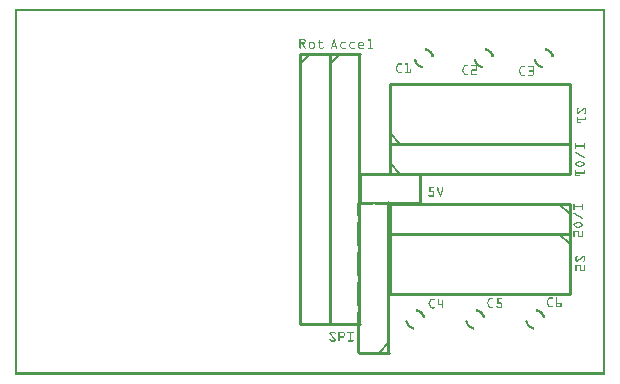
<source format=gto>
G04 MADE WITH FRITZING*
G04 WWW.FRITZING.ORG*
G04 DOUBLE SIDED*
G04 HOLES PLATED*
G04 CONTOUR ON CENTER OF CONTOUR VECTOR*
%ASAXBY*%
%FSLAX23Y23*%
%MOIN*%
%OFA0B0*%
%SFA1.0B1.0*%
%ADD10C,0.010000*%
%ADD11C,0.005000*%
%ADD12R,0.001000X0.001000*%
%LNSILK1*%
G90*
G70*
G54D10*
X1350Y570D02*
X1350Y670D01*
D02*
X1350Y670D02*
X1150Y670D01*
D02*
X1150Y670D02*
X1150Y570D01*
D02*
X1850Y470D02*
X1250Y470D01*
D02*
X1250Y470D02*
X1250Y270D01*
D02*
X1250Y270D02*
X1850Y270D01*
D02*
X1850Y270D02*
X1850Y470D01*
G54D11*
D02*
X1815Y470D02*
X1850Y435D01*
G54D10*
D02*
X1250Y770D02*
X1850Y770D01*
D02*
X1850Y770D02*
X1850Y970D01*
D02*
X1850Y970D02*
X1250Y970D01*
D02*
X1250Y970D02*
X1250Y770D01*
G54D11*
D02*
X1285Y770D02*
X1250Y805D01*
G54D10*
D02*
X1850Y570D02*
X1250Y570D01*
D02*
X1250Y570D02*
X1250Y470D01*
D02*
X1250Y470D02*
X1850Y470D01*
D02*
X1850Y470D02*
X1850Y570D01*
G54D11*
D02*
X1815Y570D02*
X1850Y535D01*
G54D10*
D02*
X1250Y670D02*
X1850Y670D01*
D02*
X1850Y670D02*
X1850Y770D01*
D02*
X1850Y770D02*
X1250Y770D01*
D02*
X1250Y770D02*
X1250Y670D01*
G54D11*
D02*
X1285Y670D02*
X1250Y705D01*
G54D10*
D02*
X950Y1070D02*
X950Y170D01*
D02*
X950Y170D02*
X1050Y170D01*
D02*
X1050Y170D02*
X1050Y1070D01*
D02*
X1050Y1070D02*
X950Y1070D01*
G54D11*
D02*
X950Y1035D02*
X985Y1070D01*
G54D10*
D02*
X1050Y1070D02*
X1050Y170D01*
D02*
X1050Y170D02*
X1150Y170D01*
D02*
X1150Y1070D02*
X1050Y1070D01*
G54D11*
D02*
X1050Y1035D02*
X1085Y1070D01*
G54D10*
D02*
X1147Y74D02*
X1247Y74D01*
G54D11*
D02*
X1247Y109D02*
X1212Y74D01*
G54D12*
X0Y1220D02*
X1967Y1220D01*
X0Y1219D02*
X1967Y1219D01*
X0Y1218D02*
X1967Y1218D01*
X0Y1217D02*
X1967Y1217D01*
X0Y1216D02*
X1967Y1216D01*
X0Y1215D02*
X1967Y1215D01*
X0Y1214D02*
X1967Y1214D01*
X0Y1213D02*
X1967Y1213D01*
X0Y1212D02*
X7Y1212D01*
X1960Y1212D02*
X1967Y1212D01*
X0Y1211D02*
X7Y1211D01*
X1960Y1211D02*
X1967Y1211D01*
X0Y1210D02*
X7Y1210D01*
X1960Y1210D02*
X1967Y1210D01*
X0Y1209D02*
X7Y1209D01*
X1960Y1209D02*
X1967Y1209D01*
X0Y1208D02*
X7Y1208D01*
X1960Y1208D02*
X1967Y1208D01*
X0Y1207D02*
X7Y1207D01*
X1960Y1207D02*
X1967Y1207D01*
X0Y1206D02*
X7Y1206D01*
X1960Y1206D02*
X1967Y1206D01*
X0Y1205D02*
X7Y1205D01*
X1960Y1205D02*
X1967Y1205D01*
X0Y1204D02*
X7Y1204D01*
X1960Y1204D02*
X1967Y1204D01*
X0Y1203D02*
X7Y1203D01*
X1960Y1203D02*
X1967Y1203D01*
X0Y1202D02*
X7Y1202D01*
X1960Y1202D02*
X1967Y1202D01*
X0Y1201D02*
X7Y1201D01*
X1960Y1201D02*
X1967Y1201D01*
X0Y1200D02*
X7Y1200D01*
X1960Y1200D02*
X1967Y1200D01*
X0Y1199D02*
X7Y1199D01*
X1960Y1199D02*
X1967Y1199D01*
X0Y1198D02*
X7Y1198D01*
X1960Y1198D02*
X1967Y1198D01*
X0Y1197D02*
X7Y1197D01*
X1960Y1197D02*
X1967Y1197D01*
X0Y1196D02*
X7Y1196D01*
X1960Y1196D02*
X1967Y1196D01*
X0Y1195D02*
X7Y1195D01*
X1960Y1195D02*
X1967Y1195D01*
X0Y1194D02*
X7Y1194D01*
X1960Y1194D02*
X1967Y1194D01*
X0Y1193D02*
X7Y1193D01*
X1960Y1193D02*
X1967Y1193D01*
X0Y1192D02*
X7Y1192D01*
X1960Y1192D02*
X1967Y1192D01*
X0Y1191D02*
X7Y1191D01*
X1960Y1191D02*
X1967Y1191D01*
X0Y1190D02*
X7Y1190D01*
X1960Y1190D02*
X1967Y1190D01*
X0Y1189D02*
X7Y1189D01*
X1960Y1189D02*
X1967Y1189D01*
X0Y1188D02*
X7Y1188D01*
X1960Y1188D02*
X1967Y1188D01*
X0Y1187D02*
X7Y1187D01*
X1960Y1187D02*
X1967Y1187D01*
X0Y1186D02*
X7Y1186D01*
X1960Y1186D02*
X1967Y1186D01*
X0Y1185D02*
X7Y1185D01*
X1960Y1185D02*
X1967Y1185D01*
X0Y1184D02*
X7Y1184D01*
X1960Y1184D02*
X1967Y1184D01*
X0Y1183D02*
X7Y1183D01*
X1960Y1183D02*
X1967Y1183D01*
X0Y1182D02*
X7Y1182D01*
X1960Y1182D02*
X1967Y1182D01*
X0Y1181D02*
X7Y1181D01*
X1960Y1181D02*
X1967Y1181D01*
X0Y1180D02*
X7Y1180D01*
X1960Y1180D02*
X1967Y1180D01*
X0Y1179D02*
X7Y1179D01*
X1960Y1179D02*
X1967Y1179D01*
X0Y1178D02*
X7Y1178D01*
X1960Y1178D02*
X1967Y1178D01*
X0Y1177D02*
X7Y1177D01*
X1960Y1177D02*
X1967Y1177D01*
X0Y1176D02*
X7Y1176D01*
X1960Y1176D02*
X1967Y1176D01*
X0Y1175D02*
X7Y1175D01*
X1960Y1175D02*
X1967Y1175D01*
X0Y1174D02*
X7Y1174D01*
X1960Y1174D02*
X1967Y1174D01*
X0Y1173D02*
X7Y1173D01*
X1960Y1173D02*
X1967Y1173D01*
X0Y1172D02*
X7Y1172D01*
X1960Y1172D02*
X1967Y1172D01*
X0Y1171D02*
X7Y1171D01*
X1960Y1171D02*
X1967Y1171D01*
X0Y1170D02*
X7Y1170D01*
X1960Y1170D02*
X1967Y1170D01*
X0Y1169D02*
X7Y1169D01*
X1960Y1169D02*
X1967Y1169D01*
X0Y1168D02*
X7Y1168D01*
X1960Y1168D02*
X1967Y1168D01*
X0Y1167D02*
X7Y1167D01*
X1960Y1167D02*
X1967Y1167D01*
X0Y1166D02*
X7Y1166D01*
X1960Y1166D02*
X1967Y1166D01*
X0Y1165D02*
X7Y1165D01*
X1960Y1165D02*
X1967Y1165D01*
X0Y1164D02*
X7Y1164D01*
X1960Y1164D02*
X1967Y1164D01*
X0Y1163D02*
X7Y1163D01*
X1960Y1163D02*
X1967Y1163D01*
X0Y1162D02*
X7Y1162D01*
X1960Y1162D02*
X1967Y1162D01*
X0Y1161D02*
X7Y1161D01*
X1960Y1161D02*
X1967Y1161D01*
X0Y1160D02*
X7Y1160D01*
X1960Y1160D02*
X1967Y1160D01*
X0Y1159D02*
X7Y1159D01*
X1960Y1159D02*
X1967Y1159D01*
X0Y1158D02*
X7Y1158D01*
X1960Y1158D02*
X1967Y1158D01*
X0Y1157D02*
X7Y1157D01*
X1960Y1157D02*
X1967Y1157D01*
X0Y1156D02*
X7Y1156D01*
X1960Y1156D02*
X1967Y1156D01*
X0Y1155D02*
X7Y1155D01*
X1960Y1155D02*
X1967Y1155D01*
X0Y1154D02*
X7Y1154D01*
X1960Y1154D02*
X1967Y1154D01*
X0Y1153D02*
X7Y1153D01*
X1960Y1153D02*
X1967Y1153D01*
X0Y1152D02*
X7Y1152D01*
X1960Y1152D02*
X1967Y1152D01*
X0Y1151D02*
X7Y1151D01*
X1960Y1151D02*
X1967Y1151D01*
X0Y1150D02*
X7Y1150D01*
X1960Y1150D02*
X1967Y1150D01*
X0Y1149D02*
X7Y1149D01*
X1960Y1149D02*
X1967Y1149D01*
X0Y1148D02*
X7Y1148D01*
X1960Y1148D02*
X1967Y1148D01*
X0Y1147D02*
X7Y1147D01*
X1960Y1147D02*
X1967Y1147D01*
X0Y1146D02*
X7Y1146D01*
X1960Y1146D02*
X1967Y1146D01*
X0Y1145D02*
X7Y1145D01*
X1960Y1145D02*
X1967Y1145D01*
X0Y1144D02*
X7Y1144D01*
X1960Y1144D02*
X1967Y1144D01*
X0Y1143D02*
X7Y1143D01*
X1960Y1143D02*
X1967Y1143D01*
X0Y1142D02*
X7Y1142D01*
X1960Y1142D02*
X1967Y1142D01*
X0Y1141D02*
X7Y1141D01*
X1960Y1141D02*
X1967Y1141D01*
X0Y1140D02*
X7Y1140D01*
X1960Y1140D02*
X1967Y1140D01*
X0Y1139D02*
X7Y1139D01*
X1960Y1139D02*
X1967Y1139D01*
X0Y1138D02*
X7Y1138D01*
X1960Y1138D02*
X1967Y1138D01*
X0Y1137D02*
X7Y1137D01*
X1960Y1137D02*
X1967Y1137D01*
X0Y1136D02*
X7Y1136D01*
X1960Y1136D02*
X1967Y1136D01*
X0Y1135D02*
X7Y1135D01*
X1960Y1135D02*
X1967Y1135D01*
X0Y1134D02*
X7Y1134D01*
X1960Y1134D02*
X1967Y1134D01*
X0Y1133D02*
X7Y1133D01*
X1960Y1133D02*
X1967Y1133D01*
X0Y1132D02*
X7Y1132D01*
X1960Y1132D02*
X1967Y1132D01*
X0Y1131D02*
X7Y1131D01*
X1960Y1131D02*
X1967Y1131D01*
X0Y1130D02*
X7Y1130D01*
X1960Y1130D02*
X1967Y1130D01*
X0Y1129D02*
X7Y1129D01*
X1960Y1129D02*
X1967Y1129D01*
X0Y1128D02*
X7Y1128D01*
X1960Y1128D02*
X1967Y1128D01*
X0Y1127D02*
X7Y1127D01*
X1960Y1127D02*
X1967Y1127D01*
X0Y1126D02*
X7Y1126D01*
X1960Y1126D02*
X1967Y1126D01*
X0Y1125D02*
X7Y1125D01*
X1960Y1125D02*
X1967Y1125D01*
X0Y1124D02*
X7Y1124D01*
X1960Y1124D02*
X1967Y1124D01*
X0Y1123D02*
X7Y1123D01*
X1960Y1123D02*
X1967Y1123D01*
X0Y1122D02*
X7Y1122D01*
X1960Y1122D02*
X1967Y1122D01*
X0Y1121D02*
X7Y1121D01*
X1960Y1121D02*
X1967Y1121D01*
X0Y1120D02*
X7Y1120D01*
X1960Y1120D02*
X1967Y1120D01*
X0Y1119D02*
X7Y1119D01*
X949Y1119D02*
X965Y1119D01*
X1960Y1119D02*
X1967Y1119D01*
X0Y1118D02*
X7Y1118D01*
X949Y1118D02*
X967Y1118D01*
X1063Y1118D02*
X1065Y1118D01*
X1177Y1118D02*
X1186Y1118D01*
X1960Y1118D02*
X1967Y1118D01*
X0Y1117D02*
X7Y1117D01*
X949Y1117D02*
X968Y1117D01*
X1014Y1117D02*
X1016Y1117D01*
X1062Y1117D02*
X1066Y1117D01*
X1177Y1117D02*
X1186Y1117D01*
X1960Y1117D02*
X1967Y1117D01*
X0Y1116D02*
X7Y1116D01*
X949Y1116D02*
X968Y1116D01*
X1014Y1116D02*
X1017Y1116D01*
X1062Y1116D02*
X1066Y1116D01*
X1177Y1116D02*
X1186Y1116D01*
X1960Y1116D02*
X1967Y1116D01*
X0Y1115D02*
X7Y1115D01*
X949Y1115D02*
X953Y1115D01*
X965Y1115D02*
X969Y1115D01*
X1014Y1115D02*
X1017Y1115D01*
X1062Y1115D02*
X1066Y1115D01*
X1178Y1115D02*
X1186Y1115D01*
X1960Y1115D02*
X1967Y1115D01*
X0Y1114D02*
X7Y1114D01*
X949Y1114D02*
X953Y1114D01*
X966Y1114D02*
X969Y1114D01*
X1014Y1114D02*
X1017Y1114D01*
X1062Y1114D02*
X1067Y1114D01*
X1183Y1114D02*
X1186Y1114D01*
X1960Y1114D02*
X1967Y1114D01*
X0Y1113D02*
X7Y1113D01*
X949Y1113D02*
X953Y1113D01*
X966Y1113D02*
X969Y1113D01*
X1014Y1113D02*
X1017Y1113D01*
X1061Y1113D02*
X1067Y1113D01*
X1183Y1113D02*
X1186Y1113D01*
X1960Y1113D02*
X1967Y1113D01*
X0Y1112D02*
X7Y1112D01*
X949Y1112D02*
X953Y1112D01*
X966Y1112D02*
X969Y1112D01*
X1014Y1112D02*
X1017Y1112D01*
X1061Y1112D02*
X1067Y1112D01*
X1183Y1112D02*
X1186Y1112D01*
X1960Y1112D02*
X1967Y1112D01*
X0Y1111D02*
X7Y1111D01*
X949Y1111D02*
X953Y1111D01*
X966Y1111D02*
X969Y1111D01*
X1014Y1111D02*
X1017Y1111D01*
X1061Y1111D02*
X1067Y1111D01*
X1183Y1111D02*
X1186Y1111D01*
X1960Y1111D02*
X1967Y1111D01*
X0Y1110D02*
X7Y1110D01*
X949Y1110D02*
X953Y1110D01*
X966Y1110D02*
X969Y1110D01*
X985Y1110D02*
X994Y1110D01*
X1010Y1110D02*
X1027Y1110D01*
X1060Y1110D02*
X1068Y1110D01*
X1093Y1110D02*
X1103Y1110D01*
X1123Y1110D02*
X1133Y1110D01*
X1151Y1110D02*
X1158Y1110D01*
X1183Y1110D02*
X1186Y1110D01*
X1960Y1110D02*
X1967Y1110D01*
X0Y1109D02*
X7Y1109D01*
X949Y1109D02*
X953Y1109D01*
X965Y1109D02*
X969Y1109D01*
X983Y1109D02*
X996Y1109D01*
X1010Y1109D02*
X1027Y1109D01*
X1060Y1109D02*
X1068Y1109D01*
X1091Y1109D02*
X1104Y1109D01*
X1121Y1109D02*
X1134Y1109D01*
X1149Y1109D02*
X1160Y1109D01*
X1183Y1109D02*
X1186Y1109D01*
X1960Y1109D02*
X1967Y1109D01*
X0Y1108D02*
X7Y1108D01*
X949Y1108D02*
X968Y1108D01*
X982Y1108D02*
X997Y1108D01*
X1010Y1108D02*
X1027Y1108D01*
X1060Y1108D02*
X1063Y1108D01*
X1065Y1108D02*
X1068Y1108D01*
X1089Y1108D02*
X1104Y1108D01*
X1119Y1108D02*
X1134Y1108D01*
X1148Y1108D02*
X1161Y1108D01*
X1183Y1108D02*
X1186Y1108D01*
X1960Y1108D02*
X1967Y1108D01*
X0Y1107D02*
X7Y1107D01*
X949Y1107D02*
X968Y1107D01*
X981Y1107D02*
X998Y1107D01*
X1010Y1107D02*
X1027Y1107D01*
X1059Y1107D02*
X1063Y1107D01*
X1065Y1107D02*
X1069Y1107D01*
X1088Y1107D02*
X1104Y1107D01*
X1118Y1107D02*
X1134Y1107D01*
X1146Y1107D02*
X1162Y1107D01*
X1183Y1107D02*
X1186Y1107D01*
X1960Y1107D02*
X1967Y1107D01*
X0Y1106D02*
X7Y1106D01*
X949Y1106D02*
X967Y1106D01*
X980Y1106D02*
X985Y1106D01*
X994Y1106D02*
X999Y1106D01*
X1014Y1106D02*
X1017Y1106D01*
X1059Y1106D02*
X1063Y1106D01*
X1066Y1106D02*
X1069Y1106D01*
X1087Y1106D02*
X1103Y1106D01*
X1117Y1106D02*
X1133Y1106D01*
X1146Y1106D02*
X1163Y1106D01*
X1183Y1106D02*
X1186Y1106D01*
X1960Y1106D02*
X1967Y1106D01*
X0Y1105D02*
X7Y1105D01*
X949Y1105D02*
X965Y1105D01*
X980Y1105D02*
X984Y1105D01*
X995Y1105D02*
X999Y1105D01*
X1014Y1105D02*
X1017Y1105D01*
X1059Y1105D02*
X1062Y1105D01*
X1066Y1105D02*
X1069Y1105D01*
X1086Y1105D02*
X1091Y1105D01*
X1116Y1105D02*
X1121Y1105D01*
X1145Y1105D02*
X1149Y1105D01*
X1160Y1105D02*
X1164Y1105D01*
X1183Y1105D02*
X1186Y1105D01*
X1960Y1105D02*
X1967Y1105D01*
X0Y1104D02*
X7Y1104D01*
X949Y1104D02*
X953Y1104D01*
X957Y1104D02*
X961Y1104D01*
X980Y1104D02*
X983Y1104D01*
X996Y1104D02*
X999Y1104D01*
X1014Y1104D02*
X1017Y1104D01*
X1059Y1104D02*
X1062Y1104D01*
X1066Y1104D02*
X1070Y1104D01*
X1085Y1104D02*
X1090Y1104D01*
X1115Y1104D02*
X1120Y1104D01*
X1145Y1104D02*
X1148Y1104D01*
X1161Y1104D02*
X1164Y1104D01*
X1183Y1104D02*
X1186Y1104D01*
X1960Y1104D02*
X1967Y1104D01*
X0Y1103D02*
X7Y1103D01*
X949Y1103D02*
X953Y1103D01*
X957Y1103D02*
X961Y1103D01*
X980Y1103D02*
X983Y1103D01*
X996Y1103D02*
X999Y1103D01*
X1014Y1103D02*
X1017Y1103D01*
X1058Y1103D02*
X1062Y1103D01*
X1066Y1103D02*
X1070Y1103D01*
X1085Y1103D02*
X1089Y1103D01*
X1115Y1103D02*
X1119Y1103D01*
X1145Y1103D02*
X1148Y1103D01*
X1161Y1103D02*
X1164Y1103D01*
X1183Y1103D02*
X1186Y1103D01*
X1960Y1103D02*
X1967Y1103D01*
X0Y1102D02*
X7Y1102D01*
X949Y1102D02*
X953Y1102D01*
X958Y1102D02*
X962Y1102D01*
X980Y1102D02*
X983Y1102D01*
X996Y1102D02*
X999Y1102D01*
X1014Y1102D02*
X1017Y1102D01*
X1058Y1102D02*
X1061Y1102D01*
X1067Y1102D02*
X1070Y1102D01*
X1084Y1102D02*
X1088Y1102D01*
X1115Y1102D02*
X1118Y1102D01*
X1145Y1102D02*
X1148Y1102D01*
X1161Y1102D02*
X1164Y1102D01*
X1183Y1102D02*
X1186Y1102D01*
X1960Y1102D02*
X1967Y1102D01*
X0Y1101D02*
X7Y1101D01*
X949Y1101D02*
X953Y1101D01*
X959Y1101D02*
X963Y1101D01*
X980Y1101D02*
X983Y1101D01*
X996Y1101D02*
X999Y1101D01*
X1014Y1101D02*
X1017Y1101D01*
X1058Y1101D02*
X1061Y1101D01*
X1067Y1101D02*
X1070Y1101D01*
X1084Y1101D02*
X1088Y1101D01*
X1114Y1101D02*
X1118Y1101D01*
X1145Y1101D02*
X1148Y1101D01*
X1161Y1101D02*
X1164Y1101D01*
X1183Y1101D02*
X1186Y1101D01*
X1960Y1101D02*
X1967Y1101D01*
X0Y1100D02*
X7Y1100D01*
X949Y1100D02*
X953Y1100D01*
X959Y1100D02*
X963Y1100D01*
X980Y1100D02*
X983Y1100D01*
X996Y1100D02*
X999Y1100D01*
X1014Y1100D02*
X1017Y1100D01*
X1057Y1100D02*
X1061Y1100D01*
X1067Y1100D02*
X1071Y1100D01*
X1084Y1100D02*
X1088Y1100D01*
X1114Y1100D02*
X1118Y1100D01*
X1145Y1100D02*
X1148Y1100D01*
X1161Y1100D02*
X1164Y1100D01*
X1183Y1100D02*
X1186Y1100D01*
X1960Y1100D02*
X1967Y1100D01*
X0Y1099D02*
X7Y1099D01*
X949Y1099D02*
X953Y1099D01*
X960Y1099D02*
X964Y1099D01*
X980Y1099D02*
X983Y1099D01*
X996Y1099D02*
X999Y1099D01*
X1014Y1099D02*
X1017Y1099D01*
X1057Y1099D02*
X1061Y1099D01*
X1068Y1099D02*
X1071Y1099D01*
X1084Y1099D02*
X1088Y1099D01*
X1114Y1099D02*
X1118Y1099D01*
X1145Y1099D02*
X1164Y1099D01*
X1183Y1099D02*
X1186Y1099D01*
X1960Y1099D02*
X1967Y1099D01*
X0Y1098D02*
X7Y1098D01*
X949Y1098D02*
X953Y1098D01*
X960Y1098D02*
X964Y1098D01*
X980Y1098D02*
X983Y1098D01*
X996Y1098D02*
X999Y1098D01*
X1014Y1098D02*
X1017Y1098D01*
X1057Y1098D02*
X1060Y1098D01*
X1068Y1098D02*
X1071Y1098D01*
X1084Y1098D02*
X1088Y1098D01*
X1114Y1098D02*
X1118Y1098D01*
X1145Y1098D02*
X1164Y1098D01*
X1183Y1098D02*
X1186Y1098D01*
X1960Y1098D02*
X1967Y1098D01*
X0Y1097D02*
X7Y1097D01*
X949Y1097D02*
X953Y1097D01*
X961Y1097D02*
X965Y1097D01*
X980Y1097D02*
X983Y1097D01*
X996Y1097D02*
X999Y1097D01*
X1014Y1097D02*
X1017Y1097D01*
X1057Y1097D02*
X1072Y1097D01*
X1084Y1097D02*
X1088Y1097D01*
X1114Y1097D02*
X1118Y1097D01*
X1145Y1097D02*
X1164Y1097D01*
X1183Y1097D02*
X1186Y1097D01*
X1960Y1097D02*
X1967Y1097D01*
X0Y1096D02*
X7Y1096D01*
X949Y1096D02*
X953Y1096D01*
X962Y1096D02*
X965Y1096D01*
X980Y1096D02*
X983Y1096D01*
X996Y1096D02*
X999Y1096D01*
X1014Y1096D02*
X1017Y1096D01*
X1056Y1096D02*
X1072Y1096D01*
X1084Y1096D02*
X1088Y1096D01*
X1114Y1096D02*
X1118Y1096D01*
X1145Y1096D02*
X1164Y1096D01*
X1183Y1096D02*
X1186Y1096D01*
X1960Y1096D02*
X1967Y1096D01*
X0Y1095D02*
X7Y1095D01*
X949Y1095D02*
X953Y1095D01*
X962Y1095D02*
X966Y1095D01*
X980Y1095D02*
X983Y1095D01*
X996Y1095D02*
X999Y1095D01*
X1014Y1095D02*
X1017Y1095D01*
X1056Y1095D02*
X1072Y1095D01*
X1084Y1095D02*
X1088Y1095D01*
X1115Y1095D02*
X1118Y1095D01*
X1145Y1095D02*
X1148Y1095D01*
X1183Y1095D02*
X1186Y1095D01*
X1960Y1095D02*
X1967Y1095D01*
X0Y1094D02*
X7Y1094D01*
X949Y1094D02*
X953Y1094D01*
X963Y1094D02*
X967Y1094D01*
X980Y1094D02*
X983Y1094D01*
X996Y1094D02*
X999Y1094D01*
X1014Y1094D02*
X1017Y1094D01*
X1027Y1094D02*
X1029Y1094D01*
X1056Y1094D02*
X1072Y1094D01*
X1085Y1094D02*
X1088Y1094D01*
X1115Y1094D02*
X1119Y1094D01*
X1145Y1094D02*
X1148Y1094D01*
X1183Y1094D02*
X1186Y1094D01*
X1960Y1094D02*
X1967Y1094D01*
X0Y1093D02*
X7Y1093D01*
X949Y1093D02*
X953Y1093D01*
X963Y1093D02*
X967Y1093D01*
X980Y1093D02*
X983Y1093D01*
X995Y1093D02*
X999Y1093D01*
X1014Y1093D02*
X1017Y1093D01*
X1026Y1093D02*
X1029Y1093D01*
X1055Y1093D02*
X1059Y1093D01*
X1069Y1093D02*
X1073Y1093D01*
X1085Y1093D02*
X1090Y1093D01*
X1115Y1093D02*
X1120Y1093D01*
X1145Y1093D02*
X1148Y1093D01*
X1183Y1093D02*
X1186Y1093D01*
X1960Y1093D02*
X1967Y1093D01*
X0Y1092D02*
X7Y1092D01*
X949Y1092D02*
X953Y1092D01*
X964Y1092D02*
X968Y1092D01*
X980Y1092D02*
X984Y1092D01*
X994Y1092D02*
X999Y1092D01*
X1014Y1092D02*
X1017Y1092D01*
X1026Y1092D02*
X1029Y1092D01*
X1055Y1092D02*
X1058Y1092D01*
X1070Y1092D02*
X1073Y1092D01*
X1086Y1092D02*
X1091Y1092D01*
X1116Y1092D02*
X1121Y1092D01*
X1145Y1092D02*
X1149Y1092D01*
X1183Y1092D02*
X1186Y1092D01*
X1960Y1092D02*
X1967Y1092D01*
X0Y1091D02*
X7Y1091D01*
X949Y1091D02*
X953Y1091D01*
X964Y1091D02*
X968Y1091D01*
X981Y1091D02*
X998Y1091D01*
X1014Y1091D02*
X1029Y1091D01*
X1055Y1091D02*
X1058Y1091D01*
X1070Y1091D02*
X1073Y1091D01*
X1087Y1091D02*
X1092Y1091D01*
X1117Y1091D02*
X1122Y1091D01*
X1145Y1091D02*
X1150Y1091D01*
X1183Y1091D02*
X1186Y1091D01*
X1960Y1091D02*
X1967Y1091D01*
X0Y1090D02*
X7Y1090D01*
X949Y1090D02*
X953Y1090D01*
X965Y1090D02*
X969Y1090D01*
X981Y1090D02*
X997Y1090D01*
X1015Y1090D02*
X1029Y1090D01*
X1055Y1090D02*
X1058Y1090D01*
X1070Y1090D02*
X1074Y1090D01*
X1088Y1090D02*
X1103Y1090D01*
X1118Y1090D02*
X1134Y1090D01*
X1146Y1090D02*
X1164Y1090D01*
X1177Y1090D02*
X1192Y1090D01*
X1960Y1090D02*
X1967Y1090D01*
X0Y1089D02*
X7Y1089D01*
X949Y1089D02*
X953Y1089D01*
X966Y1089D02*
X969Y1089D01*
X983Y1089D02*
X996Y1089D01*
X1015Y1089D02*
X1028Y1089D01*
X1054Y1089D02*
X1058Y1089D01*
X1071Y1089D02*
X1074Y1089D01*
X1089Y1089D02*
X1104Y1089D01*
X1119Y1089D02*
X1134Y1089D01*
X1147Y1089D02*
X1164Y1089D01*
X1177Y1089D02*
X1192Y1089D01*
X1368Y1089D02*
X1369Y1089D01*
X1568Y1089D02*
X1569Y1089D01*
X1768Y1089D02*
X1769Y1089D01*
X1960Y1089D02*
X1967Y1089D01*
X0Y1088D02*
X7Y1088D01*
X950Y1088D02*
X952Y1088D01*
X966Y1088D02*
X969Y1088D01*
X984Y1088D02*
X995Y1088D01*
X1017Y1088D02*
X1027Y1088D01*
X1054Y1088D02*
X1057Y1088D01*
X1071Y1088D02*
X1074Y1088D01*
X1090Y1088D02*
X1104Y1088D01*
X1120Y1088D02*
X1134Y1088D01*
X1148Y1088D02*
X1164Y1088D01*
X1177Y1088D02*
X1192Y1088D01*
X1368Y1088D02*
X1373Y1088D01*
X1568Y1088D02*
X1573Y1088D01*
X1768Y1088D02*
X1773Y1088D01*
X1960Y1088D02*
X1967Y1088D01*
X0Y1087D02*
X7Y1087D01*
X951Y1087D02*
X951Y1087D01*
X967Y1087D02*
X968Y1087D01*
X986Y1087D02*
X993Y1087D01*
X1019Y1087D02*
X1024Y1087D01*
X1055Y1087D02*
X1057Y1087D01*
X1071Y1087D02*
X1073Y1087D01*
X1092Y1087D02*
X1103Y1087D01*
X1122Y1087D02*
X1133Y1087D01*
X1150Y1087D02*
X1164Y1087D01*
X1177Y1087D02*
X1192Y1087D01*
X1368Y1087D02*
X1376Y1087D01*
X1567Y1087D02*
X1576Y1087D01*
X1767Y1087D02*
X1776Y1087D01*
X1960Y1087D02*
X1967Y1087D01*
X0Y1086D02*
X7Y1086D01*
X1367Y1086D02*
X1378Y1086D01*
X1567Y1086D02*
X1578Y1086D01*
X1767Y1086D02*
X1778Y1086D01*
X1960Y1086D02*
X1967Y1086D01*
X0Y1085D02*
X7Y1085D01*
X1367Y1085D02*
X1380Y1085D01*
X1567Y1085D02*
X1580Y1085D01*
X1767Y1085D02*
X1780Y1085D01*
X1960Y1085D02*
X1967Y1085D01*
X0Y1084D02*
X7Y1084D01*
X1367Y1084D02*
X1382Y1084D01*
X1567Y1084D02*
X1582Y1084D01*
X1767Y1084D02*
X1782Y1084D01*
X1960Y1084D02*
X1967Y1084D01*
X0Y1083D02*
X7Y1083D01*
X1367Y1083D02*
X1383Y1083D01*
X1567Y1083D02*
X1583Y1083D01*
X1767Y1083D02*
X1783Y1083D01*
X1960Y1083D02*
X1967Y1083D01*
X0Y1082D02*
X7Y1082D01*
X1367Y1082D02*
X1384Y1082D01*
X1567Y1082D02*
X1584Y1082D01*
X1767Y1082D02*
X1784Y1082D01*
X1960Y1082D02*
X1967Y1082D01*
X0Y1081D02*
X7Y1081D01*
X1369Y1081D02*
X1386Y1081D01*
X1569Y1081D02*
X1586Y1081D01*
X1769Y1081D02*
X1786Y1081D01*
X1960Y1081D02*
X1967Y1081D01*
X0Y1080D02*
X7Y1080D01*
X1374Y1080D02*
X1387Y1080D01*
X1573Y1080D02*
X1587Y1080D01*
X1773Y1080D02*
X1787Y1080D01*
X1960Y1080D02*
X1967Y1080D01*
X0Y1079D02*
X7Y1079D01*
X1376Y1079D02*
X1388Y1079D01*
X1576Y1079D02*
X1588Y1079D01*
X1776Y1079D02*
X1788Y1079D01*
X1960Y1079D02*
X1967Y1079D01*
X0Y1078D02*
X7Y1078D01*
X1378Y1078D02*
X1389Y1078D01*
X1578Y1078D02*
X1589Y1078D01*
X1778Y1078D02*
X1789Y1078D01*
X1960Y1078D02*
X1967Y1078D01*
X0Y1077D02*
X7Y1077D01*
X1379Y1077D02*
X1390Y1077D01*
X1579Y1077D02*
X1589Y1077D01*
X1779Y1077D02*
X1789Y1077D01*
X1960Y1077D02*
X1967Y1077D01*
X0Y1076D02*
X7Y1076D01*
X1381Y1076D02*
X1390Y1076D01*
X1581Y1076D02*
X1590Y1076D01*
X1781Y1076D02*
X1790Y1076D01*
X1960Y1076D02*
X1967Y1076D01*
X0Y1075D02*
X7Y1075D01*
X1382Y1075D02*
X1391Y1075D01*
X1582Y1075D02*
X1591Y1075D01*
X1782Y1075D02*
X1791Y1075D01*
X1960Y1075D02*
X1967Y1075D01*
X0Y1074D02*
X7Y1074D01*
X1383Y1074D02*
X1392Y1074D01*
X1583Y1074D02*
X1592Y1074D01*
X1783Y1074D02*
X1792Y1074D01*
X1960Y1074D02*
X1967Y1074D01*
X0Y1073D02*
X7Y1073D01*
X1384Y1073D02*
X1392Y1073D01*
X1584Y1073D02*
X1592Y1073D01*
X1784Y1073D02*
X1792Y1073D01*
X1960Y1073D02*
X1967Y1073D01*
X0Y1072D02*
X7Y1072D01*
X1385Y1072D02*
X1393Y1072D01*
X1585Y1072D02*
X1593Y1072D01*
X1785Y1072D02*
X1793Y1072D01*
X1960Y1072D02*
X1967Y1072D01*
X0Y1071D02*
X7Y1071D01*
X1386Y1071D02*
X1393Y1071D01*
X1585Y1071D02*
X1593Y1071D01*
X1785Y1071D02*
X1793Y1071D01*
X1960Y1071D02*
X1967Y1071D01*
X0Y1070D02*
X7Y1070D01*
X1145Y1070D02*
X1154Y1070D01*
X1386Y1070D02*
X1394Y1070D01*
X1586Y1070D02*
X1594Y1070D01*
X1786Y1070D02*
X1794Y1070D01*
X1960Y1070D02*
X1967Y1070D01*
X0Y1069D02*
X7Y1069D01*
X1145Y1069D02*
X1154Y1069D01*
X1387Y1069D02*
X1394Y1069D01*
X1587Y1069D02*
X1594Y1069D01*
X1787Y1069D02*
X1794Y1069D01*
X1960Y1069D02*
X1967Y1069D01*
X0Y1068D02*
X7Y1068D01*
X1145Y1068D02*
X1154Y1068D01*
X1387Y1068D02*
X1395Y1068D01*
X1587Y1068D02*
X1595Y1068D01*
X1787Y1068D02*
X1795Y1068D01*
X1960Y1068D02*
X1967Y1068D01*
X0Y1067D02*
X7Y1067D01*
X1145Y1067D02*
X1154Y1067D01*
X1388Y1067D02*
X1395Y1067D01*
X1588Y1067D02*
X1595Y1067D01*
X1788Y1067D02*
X1795Y1067D01*
X1960Y1067D02*
X1967Y1067D01*
X0Y1066D02*
X7Y1066D01*
X1145Y1066D02*
X1154Y1066D01*
X1388Y1066D02*
X1396Y1066D01*
X1588Y1066D02*
X1596Y1066D01*
X1788Y1066D02*
X1795Y1066D01*
X1960Y1066D02*
X1967Y1066D01*
X0Y1065D02*
X7Y1065D01*
X1145Y1065D02*
X1154Y1065D01*
X1389Y1065D02*
X1396Y1065D01*
X1589Y1065D02*
X1596Y1065D01*
X1788Y1065D02*
X1796Y1065D01*
X1960Y1065D02*
X1967Y1065D01*
X0Y1064D02*
X7Y1064D01*
X1145Y1064D02*
X1154Y1064D01*
X1389Y1064D02*
X1396Y1064D01*
X1589Y1064D02*
X1596Y1064D01*
X1789Y1064D02*
X1796Y1064D01*
X1960Y1064D02*
X1967Y1064D01*
X0Y1063D02*
X7Y1063D01*
X1145Y1063D02*
X1154Y1063D01*
X1389Y1063D02*
X1396Y1063D01*
X1589Y1063D02*
X1596Y1063D01*
X1789Y1063D02*
X1796Y1063D01*
X1960Y1063D02*
X1967Y1063D01*
X0Y1062D02*
X7Y1062D01*
X1145Y1062D02*
X1154Y1062D01*
X1389Y1062D02*
X1397Y1062D01*
X1589Y1062D02*
X1596Y1062D01*
X1789Y1062D02*
X1796Y1062D01*
X1960Y1062D02*
X1967Y1062D01*
X0Y1061D02*
X7Y1061D01*
X1145Y1061D02*
X1154Y1061D01*
X1390Y1061D02*
X1397Y1061D01*
X1590Y1061D02*
X1597Y1061D01*
X1789Y1061D02*
X1797Y1061D01*
X1960Y1061D02*
X1967Y1061D01*
X0Y1060D02*
X7Y1060D01*
X1145Y1060D02*
X1154Y1060D01*
X1390Y1060D02*
X1397Y1060D01*
X1590Y1060D02*
X1597Y1060D01*
X1790Y1060D02*
X1797Y1060D01*
X1960Y1060D02*
X1967Y1060D01*
X0Y1059D02*
X7Y1059D01*
X1145Y1059D02*
X1154Y1059D01*
X1390Y1059D02*
X1394Y1059D01*
X1590Y1059D02*
X1594Y1059D01*
X1790Y1059D02*
X1794Y1059D01*
X1960Y1059D02*
X1967Y1059D01*
X0Y1058D02*
X7Y1058D01*
X1145Y1058D02*
X1154Y1058D01*
X1960Y1058D02*
X1967Y1058D01*
X0Y1057D02*
X7Y1057D01*
X1145Y1057D02*
X1154Y1057D01*
X1960Y1057D02*
X1967Y1057D01*
X0Y1056D02*
X7Y1056D01*
X1145Y1056D02*
X1154Y1056D01*
X1960Y1056D02*
X1967Y1056D01*
X0Y1055D02*
X7Y1055D01*
X1145Y1055D02*
X1154Y1055D01*
X1960Y1055D02*
X1967Y1055D01*
X0Y1054D02*
X7Y1054D01*
X1145Y1054D02*
X1154Y1054D01*
X1960Y1054D02*
X1967Y1054D01*
X0Y1053D02*
X7Y1053D01*
X1145Y1053D02*
X1154Y1053D01*
X1337Y1053D02*
X1337Y1053D01*
X1537Y1053D02*
X1537Y1053D01*
X1737Y1053D02*
X1737Y1053D01*
X1960Y1053D02*
X1967Y1053D01*
X0Y1052D02*
X7Y1052D01*
X1145Y1052D02*
X1154Y1052D01*
X1331Y1052D02*
X1338Y1052D01*
X1531Y1052D02*
X1538Y1052D01*
X1731Y1052D02*
X1738Y1052D01*
X1960Y1052D02*
X1967Y1052D01*
X0Y1051D02*
X7Y1051D01*
X1145Y1051D02*
X1154Y1051D01*
X1331Y1051D02*
X1338Y1051D01*
X1531Y1051D02*
X1538Y1051D01*
X1731Y1051D02*
X1738Y1051D01*
X1960Y1051D02*
X1967Y1051D01*
X0Y1050D02*
X7Y1050D01*
X1145Y1050D02*
X1154Y1050D01*
X1331Y1050D02*
X1338Y1050D01*
X1531Y1050D02*
X1538Y1050D01*
X1731Y1050D02*
X1738Y1050D01*
X1960Y1050D02*
X1967Y1050D01*
X0Y1049D02*
X7Y1049D01*
X1145Y1049D02*
X1154Y1049D01*
X1331Y1049D02*
X1338Y1049D01*
X1531Y1049D02*
X1538Y1049D01*
X1731Y1049D02*
X1738Y1049D01*
X1960Y1049D02*
X1967Y1049D01*
X0Y1048D02*
X7Y1048D01*
X1145Y1048D02*
X1154Y1048D01*
X1331Y1048D02*
X1339Y1048D01*
X1531Y1048D02*
X1538Y1048D01*
X1731Y1048D02*
X1738Y1048D01*
X1960Y1048D02*
X1967Y1048D01*
X0Y1047D02*
X7Y1047D01*
X1145Y1047D02*
X1154Y1047D01*
X1332Y1047D02*
X1339Y1047D01*
X1532Y1047D02*
X1539Y1047D01*
X1731Y1047D02*
X1739Y1047D01*
X1960Y1047D02*
X1967Y1047D01*
X0Y1046D02*
X7Y1046D01*
X1145Y1046D02*
X1154Y1046D01*
X1332Y1046D02*
X1339Y1046D01*
X1532Y1046D02*
X1539Y1046D01*
X1732Y1046D02*
X1739Y1046D01*
X1960Y1046D02*
X1967Y1046D01*
X0Y1045D02*
X7Y1045D01*
X1145Y1045D02*
X1154Y1045D01*
X1332Y1045D02*
X1340Y1045D01*
X1532Y1045D02*
X1539Y1045D01*
X1732Y1045D02*
X1739Y1045D01*
X1960Y1045D02*
X1967Y1045D01*
X0Y1044D02*
X7Y1044D01*
X1145Y1044D02*
X1154Y1044D01*
X1332Y1044D02*
X1340Y1044D01*
X1532Y1044D02*
X1540Y1044D01*
X1732Y1044D02*
X1740Y1044D01*
X1960Y1044D02*
X1967Y1044D01*
X0Y1043D02*
X7Y1043D01*
X1145Y1043D02*
X1154Y1043D01*
X1333Y1043D02*
X1340Y1043D01*
X1533Y1043D02*
X1540Y1043D01*
X1733Y1043D02*
X1740Y1043D01*
X1960Y1043D02*
X1967Y1043D01*
X0Y1042D02*
X7Y1042D01*
X1145Y1042D02*
X1154Y1042D01*
X1333Y1042D02*
X1341Y1042D01*
X1533Y1042D02*
X1541Y1042D01*
X1733Y1042D02*
X1741Y1042D01*
X1960Y1042D02*
X1967Y1042D01*
X0Y1041D02*
X7Y1041D01*
X1145Y1041D02*
X1154Y1041D01*
X1334Y1041D02*
X1342Y1041D01*
X1534Y1041D02*
X1542Y1041D01*
X1734Y1041D02*
X1742Y1041D01*
X1960Y1041D02*
X1967Y1041D01*
X0Y1040D02*
X7Y1040D01*
X1145Y1040D02*
X1154Y1040D01*
X1334Y1040D02*
X1342Y1040D01*
X1534Y1040D02*
X1542Y1040D01*
X1734Y1040D02*
X1742Y1040D01*
X1960Y1040D02*
X1967Y1040D01*
X0Y1039D02*
X7Y1039D01*
X1145Y1039D02*
X1154Y1039D01*
X1335Y1039D02*
X1343Y1039D01*
X1535Y1039D02*
X1543Y1039D01*
X1735Y1039D02*
X1743Y1039D01*
X1960Y1039D02*
X1967Y1039D01*
X0Y1038D02*
X7Y1038D01*
X1145Y1038D02*
X1154Y1038D01*
X1278Y1038D02*
X1289Y1038D01*
X1301Y1038D02*
X1311Y1038D01*
X1335Y1038D02*
X1344Y1038D01*
X1535Y1038D02*
X1544Y1038D01*
X1735Y1038D02*
X1744Y1038D01*
X1960Y1038D02*
X1967Y1038D01*
X0Y1037D02*
X7Y1037D01*
X1145Y1037D02*
X1154Y1037D01*
X1277Y1037D02*
X1289Y1037D01*
X1300Y1037D02*
X1311Y1037D01*
X1336Y1037D02*
X1345Y1037D01*
X1536Y1037D02*
X1545Y1037D01*
X1736Y1037D02*
X1745Y1037D01*
X1960Y1037D02*
X1967Y1037D01*
X0Y1036D02*
X7Y1036D01*
X1145Y1036D02*
X1154Y1036D01*
X1276Y1036D02*
X1289Y1036D01*
X1300Y1036D02*
X1311Y1036D01*
X1337Y1036D02*
X1346Y1036D01*
X1537Y1036D02*
X1546Y1036D01*
X1737Y1036D02*
X1746Y1036D01*
X1960Y1036D02*
X1967Y1036D01*
X0Y1035D02*
X7Y1035D01*
X1145Y1035D02*
X1154Y1035D01*
X1275Y1035D02*
X1289Y1035D01*
X1300Y1035D02*
X1311Y1035D01*
X1338Y1035D02*
X1347Y1035D01*
X1538Y1035D02*
X1547Y1035D01*
X1737Y1035D02*
X1747Y1035D01*
X1960Y1035D02*
X1967Y1035D01*
X0Y1034D02*
X7Y1034D01*
X1145Y1034D02*
X1154Y1034D01*
X1275Y1034D02*
X1279Y1034D01*
X1308Y1034D02*
X1311Y1034D01*
X1338Y1034D02*
X1349Y1034D01*
X1538Y1034D02*
X1549Y1034D01*
X1738Y1034D02*
X1749Y1034D01*
X1960Y1034D02*
X1967Y1034D01*
X0Y1033D02*
X7Y1033D01*
X1145Y1033D02*
X1154Y1033D01*
X1274Y1033D02*
X1278Y1033D01*
X1308Y1033D02*
X1311Y1033D01*
X1339Y1033D02*
X1350Y1033D01*
X1539Y1033D02*
X1550Y1033D01*
X1739Y1033D02*
X1750Y1033D01*
X1960Y1033D02*
X1967Y1033D01*
X0Y1032D02*
X7Y1032D01*
X1145Y1032D02*
X1154Y1032D01*
X1274Y1032D02*
X1277Y1032D01*
X1308Y1032D02*
X1311Y1032D01*
X1340Y1032D02*
X1352Y1032D01*
X1499Y1032D02*
X1510Y1032D01*
X1522Y1032D02*
X1552Y1032D01*
X1740Y1032D02*
X1752Y1032D01*
X1960Y1032D02*
X1967Y1032D01*
X0Y1031D02*
X7Y1031D01*
X1145Y1031D02*
X1154Y1031D01*
X1273Y1031D02*
X1277Y1031D01*
X1308Y1031D02*
X1311Y1031D01*
X1341Y1031D02*
X1355Y1031D01*
X1498Y1031D02*
X1511Y1031D01*
X1521Y1031D02*
X1555Y1031D01*
X1741Y1031D02*
X1755Y1031D01*
X1960Y1031D02*
X1967Y1031D01*
X0Y1030D02*
X7Y1030D01*
X1145Y1030D02*
X1154Y1030D01*
X1273Y1030D02*
X1276Y1030D01*
X1308Y1030D02*
X1311Y1030D01*
X1342Y1030D02*
X1360Y1030D01*
X1497Y1030D02*
X1511Y1030D01*
X1521Y1030D02*
X1560Y1030D01*
X1742Y1030D02*
X1760Y1030D01*
X1960Y1030D02*
X1967Y1030D01*
X0Y1029D02*
X7Y1029D01*
X1145Y1029D02*
X1154Y1029D01*
X1272Y1029D02*
X1276Y1029D01*
X1308Y1029D02*
X1311Y1029D01*
X1344Y1029D02*
X1361Y1029D01*
X1496Y1029D02*
X1510Y1029D01*
X1522Y1029D02*
X1541Y1029D01*
X1544Y1029D02*
X1561Y1029D01*
X1687Y1029D02*
X1699Y1029D01*
X1710Y1029D02*
X1728Y1029D01*
X1743Y1029D02*
X1760Y1029D01*
X1960Y1029D02*
X1967Y1029D01*
X0Y1028D02*
X7Y1028D01*
X1145Y1028D02*
X1154Y1028D01*
X1272Y1028D02*
X1275Y1028D01*
X1308Y1028D02*
X1311Y1028D01*
X1345Y1028D02*
X1360Y1028D01*
X1496Y1028D02*
X1500Y1028D01*
X1538Y1028D02*
X1541Y1028D01*
X1545Y1028D02*
X1560Y1028D01*
X1686Y1028D02*
X1699Y1028D01*
X1710Y1028D02*
X1729Y1028D01*
X1745Y1028D02*
X1760Y1028D01*
X1960Y1028D02*
X1967Y1028D01*
X0Y1027D02*
X7Y1027D01*
X1145Y1027D02*
X1154Y1027D01*
X1271Y1027D02*
X1275Y1027D01*
X1308Y1027D02*
X1311Y1027D01*
X1346Y1027D02*
X1360Y1027D01*
X1495Y1027D02*
X1499Y1027D01*
X1538Y1027D02*
X1541Y1027D01*
X1546Y1027D02*
X1560Y1027D01*
X1685Y1027D02*
X1699Y1027D01*
X1710Y1027D02*
X1729Y1027D01*
X1746Y1027D02*
X1760Y1027D01*
X1960Y1027D02*
X1967Y1027D01*
X0Y1026D02*
X7Y1026D01*
X1145Y1026D02*
X1154Y1026D01*
X1271Y1026D02*
X1274Y1026D01*
X1308Y1026D02*
X1311Y1026D01*
X1348Y1026D02*
X1360Y1026D01*
X1495Y1026D02*
X1499Y1026D01*
X1538Y1026D02*
X1541Y1026D01*
X1548Y1026D02*
X1560Y1026D01*
X1685Y1026D02*
X1698Y1026D01*
X1711Y1026D02*
X1729Y1026D01*
X1748Y1026D02*
X1760Y1026D01*
X1960Y1026D02*
X1967Y1026D01*
X0Y1025D02*
X7Y1025D01*
X1145Y1025D02*
X1154Y1025D01*
X1270Y1025D02*
X1274Y1025D01*
X1308Y1025D02*
X1311Y1025D01*
X1350Y1025D02*
X1360Y1025D01*
X1494Y1025D02*
X1498Y1025D01*
X1538Y1025D02*
X1541Y1025D01*
X1550Y1025D02*
X1560Y1025D01*
X1684Y1025D02*
X1688Y1025D01*
X1726Y1025D02*
X1729Y1025D01*
X1750Y1025D02*
X1760Y1025D01*
X1960Y1025D02*
X1967Y1025D01*
X0Y1024D02*
X7Y1024D01*
X1145Y1024D02*
X1154Y1024D01*
X1270Y1024D02*
X1273Y1024D01*
X1308Y1024D02*
X1311Y1024D01*
X1352Y1024D02*
X1360Y1024D01*
X1494Y1024D02*
X1498Y1024D01*
X1538Y1024D02*
X1541Y1024D01*
X1552Y1024D02*
X1560Y1024D01*
X1684Y1024D02*
X1687Y1024D01*
X1726Y1024D02*
X1729Y1024D01*
X1752Y1024D02*
X1760Y1024D01*
X1960Y1024D02*
X1967Y1024D01*
X0Y1023D02*
X7Y1023D01*
X1145Y1023D02*
X1154Y1023D01*
X1270Y1023D02*
X1273Y1023D01*
X1308Y1023D02*
X1311Y1023D01*
X1355Y1023D02*
X1360Y1023D01*
X1493Y1023D02*
X1497Y1023D01*
X1538Y1023D02*
X1541Y1023D01*
X1555Y1023D02*
X1560Y1023D01*
X1683Y1023D02*
X1687Y1023D01*
X1726Y1023D02*
X1729Y1023D01*
X1755Y1023D02*
X1760Y1023D01*
X1960Y1023D02*
X1967Y1023D01*
X0Y1022D02*
X7Y1022D01*
X1145Y1022D02*
X1154Y1022D01*
X1270Y1022D02*
X1273Y1022D01*
X1308Y1022D02*
X1311Y1022D01*
X1493Y1022D02*
X1497Y1022D01*
X1538Y1022D02*
X1541Y1022D01*
X1683Y1022D02*
X1686Y1022D01*
X1726Y1022D02*
X1729Y1022D01*
X1960Y1022D02*
X1967Y1022D01*
X0Y1021D02*
X7Y1021D01*
X1145Y1021D02*
X1154Y1021D01*
X1270Y1021D02*
X1273Y1021D01*
X1308Y1021D02*
X1311Y1021D01*
X1492Y1021D02*
X1496Y1021D01*
X1538Y1021D02*
X1541Y1021D01*
X1682Y1021D02*
X1686Y1021D01*
X1726Y1021D02*
X1729Y1021D01*
X1960Y1021D02*
X1967Y1021D01*
X0Y1020D02*
X7Y1020D01*
X1145Y1020D02*
X1154Y1020D01*
X1270Y1020D02*
X1273Y1020D01*
X1308Y1020D02*
X1311Y1020D01*
X1317Y1020D02*
X1319Y1020D01*
X1492Y1020D02*
X1496Y1020D01*
X1538Y1020D02*
X1541Y1020D01*
X1682Y1020D02*
X1685Y1020D01*
X1726Y1020D02*
X1729Y1020D01*
X1960Y1020D02*
X1967Y1020D01*
X0Y1019D02*
X7Y1019D01*
X1145Y1019D02*
X1154Y1019D01*
X1270Y1019D02*
X1274Y1019D01*
X1308Y1019D02*
X1311Y1019D01*
X1316Y1019D02*
X1320Y1019D01*
X1491Y1019D02*
X1495Y1019D01*
X1538Y1019D02*
X1541Y1019D01*
X1681Y1019D02*
X1685Y1019D01*
X1726Y1019D02*
X1729Y1019D01*
X1960Y1019D02*
X1967Y1019D01*
X0Y1018D02*
X7Y1018D01*
X1145Y1018D02*
X1154Y1018D01*
X1271Y1018D02*
X1274Y1018D01*
X1308Y1018D02*
X1311Y1018D01*
X1316Y1018D02*
X1320Y1018D01*
X1491Y1018D02*
X1495Y1018D01*
X1524Y1018D02*
X1541Y1018D01*
X1681Y1018D02*
X1684Y1018D01*
X1726Y1018D02*
X1729Y1018D01*
X1960Y1018D02*
X1967Y1018D01*
X0Y1017D02*
X7Y1017D01*
X1145Y1017D02*
X1154Y1017D01*
X1271Y1017D02*
X1275Y1017D01*
X1308Y1017D02*
X1311Y1017D01*
X1316Y1017D02*
X1320Y1017D01*
X1491Y1017D02*
X1494Y1017D01*
X1522Y1017D02*
X1541Y1017D01*
X1680Y1017D02*
X1684Y1017D01*
X1726Y1017D02*
X1729Y1017D01*
X1960Y1017D02*
X1967Y1017D01*
X0Y1016D02*
X7Y1016D01*
X1145Y1016D02*
X1154Y1016D01*
X1272Y1016D02*
X1275Y1016D01*
X1308Y1016D02*
X1311Y1016D01*
X1316Y1016D02*
X1320Y1016D01*
X1491Y1016D02*
X1494Y1016D01*
X1522Y1016D02*
X1540Y1016D01*
X1680Y1016D02*
X1683Y1016D01*
X1725Y1016D02*
X1729Y1016D01*
X1960Y1016D02*
X1967Y1016D01*
X0Y1015D02*
X7Y1015D01*
X1145Y1015D02*
X1154Y1015D01*
X1272Y1015D02*
X1276Y1015D01*
X1308Y1015D02*
X1311Y1015D01*
X1316Y1015D02*
X1320Y1015D01*
X1491Y1015D02*
X1494Y1015D01*
X1521Y1015D02*
X1539Y1015D01*
X1680Y1015D02*
X1683Y1015D01*
X1714Y1015D02*
X1729Y1015D01*
X1960Y1015D02*
X1967Y1015D01*
X0Y1014D02*
X7Y1014D01*
X1145Y1014D02*
X1154Y1014D01*
X1273Y1014D02*
X1276Y1014D01*
X1308Y1014D02*
X1311Y1014D01*
X1316Y1014D02*
X1320Y1014D01*
X1491Y1014D02*
X1495Y1014D01*
X1521Y1014D02*
X1525Y1014D01*
X1680Y1014D02*
X1683Y1014D01*
X1714Y1014D02*
X1728Y1014D01*
X1960Y1014D02*
X1967Y1014D01*
X0Y1013D02*
X7Y1013D01*
X1145Y1013D02*
X1154Y1013D01*
X1273Y1013D02*
X1277Y1013D01*
X1308Y1013D02*
X1311Y1013D01*
X1316Y1013D02*
X1320Y1013D01*
X1492Y1013D02*
X1495Y1013D01*
X1521Y1013D02*
X1524Y1013D01*
X1680Y1013D02*
X1683Y1013D01*
X1714Y1013D02*
X1728Y1013D01*
X1960Y1013D02*
X1967Y1013D01*
X0Y1012D02*
X7Y1012D01*
X1145Y1012D02*
X1154Y1012D01*
X1274Y1012D02*
X1277Y1012D01*
X1308Y1012D02*
X1311Y1012D01*
X1316Y1012D02*
X1320Y1012D01*
X1492Y1012D02*
X1496Y1012D01*
X1521Y1012D02*
X1524Y1012D01*
X1680Y1012D02*
X1683Y1012D01*
X1715Y1012D02*
X1729Y1012D01*
X1960Y1012D02*
X1967Y1012D01*
X0Y1011D02*
X7Y1011D01*
X1145Y1011D02*
X1154Y1011D01*
X1274Y1011D02*
X1278Y1011D01*
X1308Y1011D02*
X1311Y1011D01*
X1316Y1011D02*
X1320Y1011D01*
X1493Y1011D02*
X1496Y1011D01*
X1521Y1011D02*
X1524Y1011D01*
X1680Y1011D02*
X1683Y1011D01*
X1725Y1011D02*
X1729Y1011D01*
X1960Y1011D02*
X1967Y1011D01*
X0Y1010D02*
X7Y1010D01*
X1145Y1010D02*
X1154Y1010D01*
X1275Y1010D02*
X1288Y1010D01*
X1301Y1010D02*
X1320Y1010D01*
X1493Y1010D02*
X1497Y1010D01*
X1521Y1010D02*
X1524Y1010D01*
X1680Y1010D02*
X1684Y1010D01*
X1726Y1010D02*
X1729Y1010D01*
X1960Y1010D02*
X1967Y1010D01*
X0Y1009D02*
X7Y1009D01*
X1145Y1009D02*
X1154Y1009D01*
X1275Y1009D02*
X1289Y1009D01*
X1300Y1009D02*
X1320Y1009D01*
X1494Y1009D02*
X1497Y1009D01*
X1521Y1009D02*
X1524Y1009D01*
X1681Y1009D02*
X1684Y1009D01*
X1726Y1009D02*
X1729Y1009D01*
X1960Y1009D02*
X1967Y1009D01*
X0Y1008D02*
X7Y1008D01*
X1145Y1008D02*
X1154Y1008D01*
X1276Y1008D02*
X1290Y1008D01*
X1300Y1008D02*
X1320Y1008D01*
X1494Y1008D02*
X1498Y1008D01*
X1521Y1008D02*
X1524Y1008D01*
X1681Y1008D02*
X1685Y1008D01*
X1726Y1008D02*
X1729Y1008D01*
X1960Y1008D02*
X1967Y1008D01*
X0Y1007D02*
X7Y1007D01*
X1145Y1007D02*
X1154Y1007D01*
X1277Y1007D02*
X1289Y1007D01*
X1300Y1007D02*
X1319Y1007D01*
X1495Y1007D02*
X1498Y1007D01*
X1521Y1007D02*
X1524Y1007D01*
X1682Y1007D02*
X1685Y1007D01*
X1726Y1007D02*
X1729Y1007D01*
X1960Y1007D02*
X1967Y1007D01*
X0Y1006D02*
X7Y1006D01*
X1145Y1006D02*
X1154Y1006D01*
X1280Y1006D02*
X1288Y1006D01*
X1302Y1006D02*
X1318Y1006D01*
X1495Y1006D02*
X1499Y1006D01*
X1521Y1006D02*
X1524Y1006D01*
X1682Y1006D02*
X1686Y1006D01*
X1726Y1006D02*
X1729Y1006D01*
X1960Y1006D02*
X1967Y1006D01*
X0Y1005D02*
X7Y1005D01*
X1145Y1005D02*
X1154Y1005D01*
X1496Y1005D02*
X1499Y1005D01*
X1521Y1005D02*
X1524Y1005D01*
X1683Y1005D02*
X1686Y1005D01*
X1726Y1005D02*
X1729Y1005D01*
X1960Y1005D02*
X1967Y1005D01*
X0Y1004D02*
X7Y1004D01*
X1145Y1004D02*
X1154Y1004D01*
X1496Y1004D02*
X1510Y1004D01*
X1521Y1004D02*
X1540Y1004D01*
X1683Y1004D02*
X1687Y1004D01*
X1726Y1004D02*
X1729Y1004D01*
X1960Y1004D02*
X1967Y1004D01*
X0Y1003D02*
X7Y1003D01*
X1145Y1003D02*
X1154Y1003D01*
X1497Y1003D02*
X1511Y1003D01*
X1521Y1003D02*
X1541Y1003D01*
X1684Y1003D02*
X1687Y1003D01*
X1726Y1003D02*
X1729Y1003D01*
X1960Y1003D02*
X1967Y1003D01*
X0Y1002D02*
X7Y1002D01*
X1145Y1002D02*
X1154Y1002D01*
X1497Y1002D02*
X1511Y1002D01*
X1521Y1002D02*
X1541Y1002D01*
X1684Y1002D02*
X1688Y1002D01*
X1726Y1002D02*
X1729Y1002D01*
X1960Y1002D02*
X1967Y1002D01*
X0Y1001D02*
X7Y1001D01*
X1145Y1001D02*
X1154Y1001D01*
X1499Y1001D02*
X1510Y1001D01*
X1521Y1001D02*
X1541Y1001D01*
X1685Y1001D02*
X1699Y1001D01*
X1710Y1001D02*
X1729Y1001D01*
X1960Y1001D02*
X1967Y1001D01*
X0Y1000D02*
X7Y1000D01*
X1145Y1000D02*
X1154Y1000D01*
X1502Y1000D02*
X1509Y1000D01*
X1522Y1000D02*
X1539Y1000D01*
X1685Y1000D02*
X1699Y1000D01*
X1710Y1000D02*
X1729Y1000D01*
X1960Y1000D02*
X1967Y1000D01*
X0Y999D02*
X7Y999D01*
X1145Y999D02*
X1154Y999D01*
X1686Y999D02*
X1699Y999D01*
X1710Y999D02*
X1728Y999D01*
X1960Y999D02*
X1967Y999D01*
X0Y998D02*
X7Y998D01*
X1145Y998D02*
X1154Y998D01*
X1688Y998D02*
X1699Y998D01*
X1710Y998D02*
X1727Y998D01*
X1960Y998D02*
X1967Y998D01*
X0Y997D02*
X7Y997D01*
X1145Y997D02*
X1154Y997D01*
X1960Y997D02*
X1967Y997D01*
X0Y996D02*
X7Y996D01*
X1145Y996D02*
X1154Y996D01*
X1960Y996D02*
X1967Y996D01*
X0Y995D02*
X7Y995D01*
X1145Y995D02*
X1154Y995D01*
X1960Y995D02*
X1967Y995D01*
X0Y994D02*
X7Y994D01*
X1145Y994D02*
X1154Y994D01*
X1960Y994D02*
X1967Y994D01*
X0Y993D02*
X7Y993D01*
X1145Y993D02*
X1154Y993D01*
X1960Y993D02*
X1967Y993D01*
X0Y992D02*
X7Y992D01*
X1145Y992D02*
X1154Y992D01*
X1960Y992D02*
X1967Y992D01*
X0Y991D02*
X7Y991D01*
X1145Y991D02*
X1154Y991D01*
X1960Y991D02*
X1967Y991D01*
X0Y990D02*
X7Y990D01*
X1145Y990D02*
X1154Y990D01*
X1960Y990D02*
X1967Y990D01*
X0Y989D02*
X7Y989D01*
X1145Y989D02*
X1154Y989D01*
X1960Y989D02*
X1967Y989D01*
X0Y988D02*
X7Y988D01*
X1145Y988D02*
X1154Y988D01*
X1960Y988D02*
X1967Y988D01*
X0Y987D02*
X7Y987D01*
X1145Y987D02*
X1154Y987D01*
X1960Y987D02*
X1967Y987D01*
X0Y986D02*
X7Y986D01*
X1145Y986D02*
X1154Y986D01*
X1960Y986D02*
X1967Y986D01*
X0Y985D02*
X7Y985D01*
X1145Y985D02*
X1154Y985D01*
X1960Y985D02*
X1967Y985D01*
X0Y984D02*
X7Y984D01*
X1145Y984D02*
X1154Y984D01*
X1960Y984D02*
X1967Y984D01*
X0Y983D02*
X7Y983D01*
X1145Y983D02*
X1154Y983D01*
X1960Y983D02*
X1967Y983D01*
X0Y982D02*
X7Y982D01*
X1145Y982D02*
X1154Y982D01*
X1960Y982D02*
X1967Y982D01*
X0Y981D02*
X7Y981D01*
X1145Y981D02*
X1154Y981D01*
X1960Y981D02*
X1967Y981D01*
X0Y980D02*
X7Y980D01*
X1145Y980D02*
X1154Y980D01*
X1960Y980D02*
X1967Y980D01*
X0Y979D02*
X7Y979D01*
X1145Y979D02*
X1154Y979D01*
X1960Y979D02*
X1967Y979D01*
X0Y978D02*
X7Y978D01*
X1145Y978D02*
X1154Y978D01*
X1960Y978D02*
X1967Y978D01*
X0Y977D02*
X7Y977D01*
X1145Y977D02*
X1154Y977D01*
X1960Y977D02*
X1967Y977D01*
X0Y976D02*
X7Y976D01*
X1145Y976D02*
X1154Y976D01*
X1960Y976D02*
X1967Y976D01*
X0Y975D02*
X7Y975D01*
X1145Y975D02*
X1154Y975D01*
X1960Y975D02*
X1967Y975D01*
X0Y974D02*
X7Y974D01*
X1145Y974D02*
X1154Y974D01*
X1960Y974D02*
X1967Y974D01*
X0Y973D02*
X7Y973D01*
X1145Y973D02*
X1154Y973D01*
X1960Y973D02*
X1967Y973D01*
X0Y972D02*
X7Y972D01*
X1145Y972D02*
X1154Y972D01*
X1960Y972D02*
X1967Y972D01*
X0Y971D02*
X7Y971D01*
X1145Y971D02*
X1154Y971D01*
X1960Y971D02*
X1967Y971D01*
X0Y970D02*
X7Y970D01*
X1145Y970D02*
X1154Y970D01*
X1960Y970D02*
X1967Y970D01*
X0Y969D02*
X7Y969D01*
X1145Y969D02*
X1154Y969D01*
X1960Y969D02*
X1967Y969D01*
X0Y968D02*
X7Y968D01*
X1145Y968D02*
X1154Y968D01*
X1960Y968D02*
X1967Y968D01*
X0Y967D02*
X7Y967D01*
X1145Y967D02*
X1154Y967D01*
X1960Y967D02*
X1967Y967D01*
X0Y966D02*
X7Y966D01*
X1145Y966D02*
X1154Y966D01*
X1960Y966D02*
X1967Y966D01*
X0Y965D02*
X7Y965D01*
X1145Y965D02*
X1154Y965D01*
X1960Y965D02*
X1967Y965D01*
X0Y964D02*
X7Y964D01*
X1145Y964D02*
X1154Y964D01*
X1960Y964D02*
X1967Y964D01*
X0Y963D02*
X7Y963D01*
X1145Y963D02*
X1154Y963D01*
X1960Y963D02*
X1967Y963D01*
X0Y962D02*
X7Y962D01*
X1145Y962D02*
X1154Y962D01*
X1960Y962D02*
X1967Y962D01*
X0Y961D02*
X7Y961D01*
X1145Y961D02*
X1154Y961D01*
X1960Y961D02*
X1967Y961D01*
X0Y960D02*
X7Y960D01*
X1145Y960D02*
X1154Y960D01*
X1960Y960D02*
X1967Y960D01*
X0Y959D02*
X7Y959D01*
X1145Y959D02*
X1154Y959D01*
X1960Y959D02*
X1967Y959D01*
X0Y958D02*
X7Y958D01*
X1145Y958D02*
X1154Y958D01*
X1960Y958D02*
X1967Y958D01*
X0Y957D02*
X7Y957D01*
X1145Y957D02*
X1154Y957D01*
X1960Y957D02*
X1967Y957D01*
X0Y956D02*
X7Y956D01*
X1145Y956D02*
X1154Y956D01*
X1960Y956D02*
X1967Y956D01*
X0Y955D02*
X7Y955D01*
X1145Y955D02*
X1154Y955D01*
X1960Y955D02*
X1967Y955D01*
X0Y954D02*
X7Y954D01*
X1145Y954D02*
X1154Y954D01*
X1960Y954D02*
X1967Y954D01*
X0Y953D02*
X7Y953D01*
X1145Y953D02*
X1154Y953D01*
X1960Y953D02*
X1967Y953D01*
X0Y952D02*
X7Y952D01*
X1145Y952D02*
X1154Y952D01*
X1960Y952D02*
X1967Y952D01*
X0Y951D02*
X7Y951D01*
X1145Y951D02*
X1154Y951D01*
X1960Y951D02*
X1967Y951D01*
X0Y950D02*
X7Y950D01*
X1145Y950D02*
X1154Y950D01*
X1960Y950D02*
X1967Y950D01*
X0Y949D02*
X7Y949D01*
X1145Y949D02*
X1154Y949D01*
X1960Y949D02*
X1967Y949D01*
X0Y948D02*
X7Y948D01*
X1145Y948D02*
X1154Y948D01*
X1960Y948D02*
X1967Y948D01*
X0Y947D02*
X7Y947D01*
X1145Y947D02*
X1154Y947D01*
X1960Y947D02*
X1967Y947D01*
X0Y946D02*
X7Y946D01*
X1145Y946D02*
X1154Y946D01*
X1960Y946D02*
X1967Y946D01*
X0Y945D02*
X7Y945D01*
X1145Y945D02*
X1154Y945D01*
X1960Y945D02*
X1967Y945D01*
X0Y944D02*
X7Y944D01*
X1145Y944D02*
X1154Y944D01*
X1960Y944D02*
X1967Y944D01*
X0Y943D02*
X7Y943D01*
X1145Y943D02*
X1154Y943D01*
X1960Y943D02*
X1967Y943D01*
X0Y942D02*
X7Y942D01*
X1145Y942D02*
X1154Y942D01*
X1960Y942D02*
X1967Y942D01*
X0Y941D02*
X7Y941D01*
X1145Y941D02*
X1154Y941D01*
X1960Y941D02*
X1967Y941D01*
X0Y940D02*
X7Y940D01*
X1145Y940D02*
X1154Y940D01*
X1960Y940D02*
X1967Y940D01*
X0Y939D02*
X7Y939D01*
X1145Y939D02*
X1154Y939D01*
X1960Y939D02*
X1967Y939D01*
X0Y938D02*
X7Y938D01*
X1145Y938D02*
X1154Y938D01*
X1960Y938D02*
X1967Y938D01*
X0Y937D02*
X7Y937D01*
X1145Y937D02*
X1154Y937D01*
X1960Y937D02*
X1967Y937D01*
X0Y936D02*
X7Y936D01*
X1145Y936D02*
X1154Y936D01*
X1960Y936D02*
X1967Y936D01*
X0Y935D02*
X7Y935D01*
X1145Y935D02*
X1154Y935D01*
X1960Y935D02*
X1967Y935D01*
X0Y934D02*
X7Y934D01*
X1145Y934D02*
X1154Y934D01*
X1960Y934D02*
X1967Y934D01*
X0Y933D02*
X7Y933D01*
X1145Y933D02*
X1154Y933D01*
X1960Y933D02*
X1967Y933D01*
X0Y932D02*
X7Y932D01*
X1145Y932D02*
X1154Y932D01*
X1960Y932D02*
X1967Y932D01*
X0Y931D02*
X7Y931D01*
X1145Y931D02*
X1154Y931D01*
X1960Y931D02*
X1967Y931D01*
X0Y930D02*
X7Y930D01*
X1145Y930D02*
X1154Y930D01*
X1960Y930D02*
X1967Y930D01*
X0Y929D02*
X7Y929D01*
X1145Y929D02*
X1154Y929D01*
X1960Y929D02*
X1967Y929D01*
X0Y928D02*
X7Y928D01*
X1145Y928D02*
X1154Y928D01*
X1960Y928D02*
X1967Y928D01*
X0Y927D02*
X7Y927D01*
X1145Y927D02*
X1154Y927D01*
X1960Y927D02*
X1967Y927D01*
X0Y926D02*
X7Y926D01*
X1145Y926D02*
X1154Y926D01*
X1960Y926D02*
X1967Y926D01*
X0Y925D02*
X7Y925D01*
X1145Y925D02*
X1154Y925D01*
X1960Y925D02*
X1967Y925D01*
X0Y924D02*
X7Y924D01*
X1145Y924D02*
X1154Y924D01*
X1960Y924D02*
X1967Y924D01*
X0Y923D02*
X7Y923D01*
X1145Y923D02*
X1154Y923D01*
X1960Y923D02*
X1967Y923D01*
X0Y922D02*
X7Y922D01*
X1145Y922D02*
X1154Y922D01*
X1960Y922D02*
X1967Y922D01*
X0Y921D02*
X7Y921D01*
X1145Y921D02*
X1154Y921D01*
X1960Y921D02*
X1967Y921D01*
X0Y920D02*
X7Y920D01*
X1145Y920D02*
X1154Y920D01*
X1960Y920D02*
X1967Y920D01*
X0Y919D02*
X7Y919D01*
X1145Y919D02*
X1154Y919D01*
X1960Y919D02*
X1967Y919D01*
X0Y918D02*
X7Y918D01*
X1145Y918D02*
X1154Y918D01*
X1960Y918D02*
X1967Y918D01*
X0Y917D02*
X7Y917D01*
X1145Y917D02*
X1154Y917D01*
X1960Y917D02*
X1967Y917D01*
X0Y916D02*
X7Y916D01*
X1145Y916D02*
X1154Y916D01*
X1960Y916D02*
X1967Y916D01*
X0Y915D02*
X7Y915D01*
X1145Y915D02*
X1154Y915D01*
X1960Y915D02*
X1967Y915D01*
X0Y914D02*
X7Y914D01*
X1145Y914D02*
X1154Y914D01*
X1960Y914D02*
X1967Y914D01*
X0Y913D02*
X7Y913D01*
X1145Y913D02*
X1154Y913D01*
X1960Y913D02*
X1967Y913D01*
X0Y912D02*
X7Y912D01*
X1145Y912D02*
X1154Y912D01*
X1960Y912D02*
X1967Y912D01*
X0Y911D02*
X7Y911D01*
X1145Y911D02*
X1154Y911D01*
X1960Y911D02*
X1967Y911D01*
X0Y910D02*
X7Y910D01*
X1145Y910D02*
X1154Y910D01*
X1960Y910D02*
X1967Y910D01*
X0Y909D02*
X7Y909D01*
X1145Y909D02*
X1154Y909D01*
X1960Y909D02*
X1967Y909D01*
X0Y908D02*
X7Y908D01*
X1145Y908D02*
X1154Y908D01*
X1960Y908D02*
X1967Y908D01*
X0Y907D02*
X7Y907D01*
X1145Y907D02*
X1154Y907D01*
X1960Y907D02*
X1967Y907D01*
X0Y906D02*
X7Y906D01*
X1145Y906D02*
X1154Y906D01*
X1960Y906D02*
X1967Y906D01*
X0Y905D02*
X7Y905D01*
X1145Y905D02*
X1154Y905D01*
X1960Y905D02*
X1967Y905D01*
X0Y904D02*
X7Y904D01*
X1145Y904D02*
X1154Y904D01*
X1960Y904D02*
X1967Y904D01*
X0Y903D02*
X7Y903D01*
X1145Y903D02*
X1154Y903D01*
X1960Y903D02*
X1967Y903D01*
X0Y902D02*
X7Y902D01*
X1145Y902D02*
X1154Y902D01*
X1960Y902D02*
X1967Y902D01*
X0Y901D02*
X7Y901D01*
X1145Y901D02*
X1154Y901D01*
X1960Y901D02*
X1967Y901D01*
X0Y900D02*
X7Y900D01*
X1145Y900D02*
X1154Y900D01*
X1960Y900D02*
X1967Y900D01*
X0Y899D02*
X7Y899D01*
X1145Y899D02*
X1154Y899D01*
X1960Y899D02*
X1967Y899D01*
X0Y898D02*
X7Y898D01*
X1145Y898D02*
X1154Y898D01*
X1960Y898D02*
X1967Y898D01*
X0Y897D02*
X7Y897D01*
X1145Y897D02*
X1154Y897D01*
X1960Y897D02*
X1967Y897D01*
X0Y896D02*
X7Y896D01*
X1145Y896D02*
X1154Y896D01*
X1960Y896D02*
X1967Y896D01*
X0Y895D02*
X7Y895D01*
X1145Y895D02*
X1154Y895D01*
X1960Y895D02*
X1967Y895D01*
X0Y894D02*
X7Y894D01*
X1145Y894D02*
X1154Y894D01*
X1960Y894D02*
X1967Y894D01*
X0Y893D02*
X7Y893D01*
X1145Y893D02*
X1154Y893D01*
X1960Y893D02*
X1967Y893D01*
X0Y892D02*
X7Y892D01*
X1145Y892D02*
X1154Y892D01*
X1960Y892D02*
X1967Y892D01*
X0Y891D02*
X7Y891D01*
X1145Y891D02*
X1154Y891D01*
X1960Y891D02*
X1967Y891D01*
X0Y890D02*
X7Y890D01*
X1145Y890D02*
X1154Y890D01*
X1875Y890D02*
X1879Y890D01*
X1898Y890D02*
X1902Y890D01*
X1960Y890D02*
X1967Y890D01*
X0Y889D02*
X7Y889D01*
X1145Y889D02*
X1154Y889D01*
X1874Y889D02*
X1879Y889D01*
X1896Y889D02*
X1903Y889D01*
X1960Y889D02*
X1967Y889D01*
X0Y888D02*
X7Y888D01*
X1145Y888D02*
X1154Y888D01*
X1873Y888D02*
X1879Y888D01*
X1895Y888D02*
X1904Y888D01*
X1960Y888D02*
X1967Y888D01*
X0Y887D02*
X7Y887D01*
X1145Y887D02*
X1154Y887D01*
X1873Y887D02*
X1878Y887D01*
X1894Y887D02*
X1904Y887D01*
X1960Y887D02*
X1967Y887D01*
X0Y886D02*
X7Y886D01*
X1145Y886D02*
X1154Y886D01*
X1873Y886D02*
X1876Y886D01*
X1893Y886D02*
X1898Y886D01*
X1901Y886D02*
X1904Y886D01*
X1960Y886D02*
X1967Y886D01*
X0Y885D02*
X7Y885D01*
X1145Y885D02*
X1154Y885D01*
X1873Y885D02*
X1876Y885D01*
X1891Y885D02*
X1897Y885D01*
X1901Y885D02*
X1904Y885D01*
X1960Y885D02*
X1967Y885D01*
X0Y884D02*
X7Y884D01*
X1145Y884D02*
X1154Y884D01*
X1873Y884D02*
X1876Y884D01*
X1890Y884D02*
X1896Y884D01*
X1901Y884D02*
X1904Y884D01*
X1960Y884D02*
X1967Y884D01*
X0Y883D02*
X7Y883D01*
X1145Y883D02*
X1154Y883D01*
X1873Y883D02*
X1876Y883D01*
X1889Y883D02*
X1895Y883D01*
X1901Y883D02*
X1904Y883D01*
X1960Y883D02*
X1967Y883D01*
X0Y882D02*
X7Y882D01*
X1145Y882D02*
X1154Y882D01*
X1873Y882D02*
X1876Y882D01*
X1887Y882D02*
X1893Y882D01*
X1901Y882D02*
X1904Y882D01*
X1960Y882D02*
X1967Y882D01*
X0Y881D02*
X7Y881D01*
X1145Y881D02*
X1154Y881D01*
X1873Y881D02*
X1876Y881D01*
X1886Y881D02*
X1892Y881D01*
X1901Y881D02*
X1904Y881D01*
X1960Y881D02*
X1967Y881D01*
X0Y880D02*
X7Y880D01*
X1145Y880D02*
X1154Y880D01*
X1873Y880D02*
X1876Y880D01*
X1885Y880D02*
X1891Y880D01*
X1901Y880D02*
X1904Y880D01*
X1960Y880D02*
X1967Y880D01*
X0Y879D02*
X7Y879D01*
X1145Y879D02*
X1154Y879D01*
X1873Y879D02*
X1876Y879D01*
X1884Y879D02*
X1889Y879D01*
X1901Y879D02*
X1904Y879D01*
X1960Y879D02*
X1967Y879D01*
X0Y878D02*
X7Y878D01*
X1145Y878D02*
X1154Y878D01*
X1873Y878D02*
X1876Y878D01*
X1882Y878D02*
X1888Y878D01*
X1901Y878D02*
X1904Y878D01*
X1960Y878D02*
X1967Y878D01*
X0Y877D02*
X7Y877D01*
X1145Y877D02*
X1154Y877D01*
X1873Y877D02*
X1876Y877D01*
X1881Y877D02*
X1887Y877D01*
X1901Y877D02*
X1904Y877D01*
X1960Y877D02*
X1967Y877D01*
X0Y876D02*
X7Y876D01*
X1145Y876D02*
X1154Y876D01*
X1873Y876D02*
X1876Y876D01*
X1880Y876D02*
X1886Y876D01*
X1901Y876D02*
X1904Y876D01*
X1960Y876D02*
X1967Y876D01*
X0Y875D02*
X7Y875D01*
X1145Y875D02*
X1154Y875D01*
X1873Y875D02*
X1876Y875D01*
X1878Y875D02*
X1884Y875D01*
X1901Y875D02*
X1904Y875D01*
X1960Y875D02*
X1967Y875D01*
X0Y874D02*
X7Y874D01*
X1145Y874D02*
X1154Y874D01*
X1873Y874D02*
X1883Y874D01*
X1899Y874D02*
X1904Y874D01*
X1960Y874D02*
X1967Y874D01*
X0Y873D02*
X7Y873D01*
X1145Y873D02*
X1154Y873D01*
X1873Y873D02*
X1882Y873D01*
X1898Y873D02*
X1903Y873D01*
X1960Y873D02*
X1967Y873D01*
X0Y872D02*
X7Y872D01*
X1145Y872D02*
X1154Y872D01*
X1874Y872D02*
X1880Y872D01*
X1897Y872D02*
X1903Y872D01*
X1960Y872D02*
X1967Y872D01*
X0Y871D02*
X7Y871D01*
X1145Y871D02*
X1154Y871D01*
X1875Y871D02*
X1879Y871D01*
X1898Y871D02*
X1902Y871D01*
X1960Y871D02*
X1967Y871D01*
X0Y870D02*
X7Y870D01*
X1145Y870D02*
X1154Y870D01*
X1960Y870D02*
X1967Y870D01*
X0Y869D02*
X7Y869D01*
X1145Y869D02*
X1154Y869D01*
X1960Y869D02*
X1967Y869D01*
X0Y868D02*
X7Y868D01*
X1145Y868D02*
X1154Y868D01*
X1960Y868D02*
X1967Y868D01*
X0Y867D02*
X7Y867D01*
X1145Y867D02*
X1154Y867D01*
X1960Y867D02*
X1967Y867D01*
X0Y866D02*
X7Y866D01*
X1145Y866D02*
X1154Y866D01*
X1960Y866D02*
X1967Y866D01*
X0Y865D02*
X7Y865D01*
X1145Y865D02*
X1154Y865D01*
X1960Y865D02*
X1967Y865D01*
X0Y864D02*
X7Y864D01*
X1145Y864D02*
X1154Y864D01*
X1960Y864D02*
X1967Y864D01*
X0Y863D02*
X7Y863D01*
X1145Y863D02*
X1154Y863D01*
X1960Y863D02*
X1967Y863D01*
X0Y862D02*
X7Y862D01*
X1145Y862D02*
X1154Y862D01*
X1960Y862D02*
X1967Y862D01*
X0Y861D02*
X7Y861D01*
X1145Y861D02*
X1154Y861D01*
X1960Y861D02*
X1967Y861D01*
X0Y860D02*
X7Y860D01*
X1145Y860D02*
X1154Y860D01*
X1873Y860D02*
X1875Y860D01*
X1902Y860D02*
X1904Y860D01*
X1960Y860D02*
X1967Y860D01*
X0Y859D02*
X7Y859D01*
X1145Y859D02*
X1154Y859D01*
X1873Y859D02*
X1876Y859D01*
X1901Y859D02*
X1904Y859D01*
X1960Y859D02*
X1967Y859D01*
X0Y858D02*
X7Y858D01*
X1145Y858D02*
X1154Y858D01*
X1873Y858D02*
X1876Y858D01*
X1901Y858D02*
X1904Y858D01*
X1960Y858D02*
X1967Y858D01*
X0Y857D02*
X7Y857D01*
X1145Y857D02*
X1154Y857D01*
X1873Y857D02*
X1876Y857D01*
X1901Y857D02*
X1904Y857D01*
X1960Y857D02*
X1967Y857D01*
X0Y856D02*
X7Y856D01*
X1145Y856D02*
X1154Y856D01*
X1873Y856D02*
X1876Y856D01*
X1901Y856D02*
X1904Y856D01*
X1960Y856D02*
X1967Y856D01*
X0Y855D02*
X7Y855D01*
X1145Y855D02*
X1154Y855D01*
X1873Y855D02*
X1876Y855D01*
X1901Y855D02*
X1904Y855D01*
X1960Y855D02*
X1967Y855D01*
X0Y854D02*
X7Y854D01*
X1145Y854D02*
X1154Y854D01*
X1873Y854D02*
X1876Y854D01*
X1901Y854D02*
X1904Y854D01*
X1960Y854D02*
X1967Y854D01*
X0Y853D02*
X7Y853D01*
X1145Y853D02*
X1154Y853D01*
X1873Y853D02*
X1876Y853D01*
X1901Y853D02*
X1904Y853D01*
X1960Y853D02*
X1967Y853D01*
X0Y852D02*
X7Y852D01*
X1145Y852D02*
X1154Y852D01*
X1873Y852D02*
X1904Y852D01*
X1960Y852D02*
X1967Y852D01*
X0Y851D02*
X7Y851D01*
X1145Y851D02*
X1154Y851D01*
X1873Y851D02*
X1904Y851D01*
X1960Y851D02*
X1967Y851D01*
X0Y850D02*
X7Y850D01*
X1145Y850D02*
X1154Y850D01*
X1873Y850D02*
X1904Y850D01*
X1960Y850D02*
X1967Y850D01*
X0Y849D02*
X7Y849D01*
X1145Y849D02*
X1154Y849D01*
X1873Y849D02*
X1904Y849D01*
X1960Y849D02*
X1967Y849D01*
X0Y848D02*
X7Y848D01*
X1145Y848D02*
X1154Y848D01*
X1873Y848D02*
X1876Y848D01*
X1960Y848D02*
X1967Y848D01*
X0Y847D02*
X7Y847D01*
X1145Y847D02*
X1154Y847D01*
X1873Y847D02*
X1876Y847D01*
X1960Y847D02*
X1967Y847D01*
X0Y846D02*
X7Y846D01*
X1145Y846D02*
X1154Y846D01*
X1873Y846D02*
X1876Y846D01*
X1960Y846D02*
X1967Y846D01*
X0Y845D02*
X7Y845D01*
X1145Y845D02*
X1154Y845D01*
X1873Y845D02*
X1876Y845D01*
X1960Y845D02*
X1967Y845D01*
X0Y844D02*
X7Y844D01*
X1145Y844D02*
X1154Y844D01*
X1873Y844D02*
X1885Y844D01*
X1960Y844D02*
X1967Y844D01*
X0Y843D02*
X7Y843D01*
X1145Y843D02*
X1154Y843D01*
X1873Y843D02*
X1886Y843D01*
X1960Y843D02*
X1967Y843D01*
X0Y842D02*
X7Y842D01*
X1145Y842D02*
X1154Y842D01*
X1873Y842D02*
X1886Y842D01*
X1960Y842D02*
X1967Y842D01*
X0Y841D02*
X7Y841D01*
X1145Y841D02*
X1154Y841D01*
X1873Y841D02*
X1886Y841D01*
X1960Y841D02*
X1967Y841D01*
X0Y840D02*
X7Y840D01*
X1145Y840D02*
X1154Y840D01*
X1874Y840D02*
X1885Y840D01*
X1960Y840D02*
X1967Y840D01*
X0Y839D02*
X7Y839D01*
X1145Y839D02*
X1154Y839D01*
X1960Y839D02*
X1967Y839D01*
X0Y838D02*
X7Y838D01*
X1145Y838D02*
X1154Y838D01*
X1960Y838D02*
X1967Y838D01*
X0Y837D02*
X7Y837D01*
X1145Y837D02*
X1154Y837D01*
X1960Y837D02*
X1967Y837D01*
X0Y836D02*
X7Y836D01*
X1145Y836D02*
X1154Y836D01*
X1960Y836D02*
X1967Y836D01*
X0Y835D02*
X7Y835D01*
X1145Y835D02*
X1154Y835D01*
X1960Y835D02*
X1967Y835D01*
X0Y834D02*
X7Y834D01*
X1145Y834D02*
X1154Y834D01*
X1960Y834D02*
X1967Y834D01*
X0Y833D02*
X7Y833D01*
X1145Y833D02*
X1154Y833D01*
X1960Y833D02*
X1967Y833D01*
X0Y832D02*
X7Y832D01*
X1145Y832D02*
X1154Y832D01*
X1960Y832D02*
X1967Y832D01*
X0Y831D02*
X7Y831D01*
X1145Y831D02*
X1154Y831D01*
X1960Y831D02*
X1967Y831D01*
X0Y830D02*
X7Y830D01*
X1145Y830D02*
X1154Y830D01*
X1960Y830D02*
X1967Y830D01*
X0Y829D02*
X7Y829D01*
X1145Y829D02*
X1154Y829D01*
X1960Y829D02*
X1967Y829D01*
X0Y828D02*
X7Y828D01*
X1145Y828D02*
X1154Y828D01*
X1960Y828D02*
X1967Y828D01*
X0Y827D02*
X7Y827D01*
X1145Y827D02*
X1154Y827D01*
X1960Y827D02*
X1967Y827D01*
X0Y826D02*
X7Y826D01*
X1145Y826D02*
X1154Y826D01*
X1960Y826D02*
X1967Y826D01*
X0Y825D02*
X7Y825D01*
X1145Y825D02*
X1154Y825D01*
X1960Y825D02*
X1967Y825D01*
X0Y824D02*
X7Y824D01*
X1145Y824D02*
X1154Y824D01*
X1960Y824D02*
X1967Y824D01*
X0Y823D02*
X7Y823D01*
X1145Y823D02*
X1154Y823D01*
X1960Y823D02*
X1967Y823D01*
X0Y822D02*
X7Y822D01*
X1145Y822D02*
X1154Y822D01*
X1960Y822D02*
X1967Y822D01*
X0Y821D02*
X7Y821D01*
X1145Y821D02*
X1154Y821D01*
X1960Y821D02*
X1967Y821D01*
X0Y820D02*
X7Y820D01*
X1145Y820D02*
X1154Y820D01*
X1960Y820D02*
X1967Y820D01*
X0Y819D02*
X7Y819D01*
X1145Y819D02*
X1154Y819D01*
X1960Y819D02*
X1967Y819D01*
X0Y818D02*
X7Y818D01*
X1145Y818D02*
X1154Y818D01*
X1960Y818D02*
X1967Y818D01*
X0Y817D02*
X7Y817D01*
X1145Y817D02*
X1154Y817D01*
X1960Y817D02*
X1967Y817D01*
X0Y816D02*
X7Y816D01*
X1145Y816D02*
X1154Y816D01*
X1960Y816D02*
X1967Y816D01*
X0Y815D02*
X7Y815D01*
X1145Y815D02*
X1154Y815D01*
X1960Y815D02*
X1967Y815D01*
X0Y814D02*
X7Y814D01*
X1145Y814D02*
X1154Y814D01*
X1960Y814D02*
X1967Y814D01*
X0Y813D02*
X7Y813D01*
X1145Y813D02*
X1154Y813D01*
X1960Y813D02*
X1967Y813D01*
X0Y812D02*
X7Y812D01*
X1145Y812D02*
X1154Y812D01*
X1960Y812D02*
X1967Y812D01*
X0Y811D02*
X7Y811D01*
X1145Y811D02*
X1154Y811D01*
X1960Y811D02*
X1967Y811D01*
X0Y810D02*
X7Y810D01*
X1145Y810D02*
X1154Y810D01*
X1960Y810D02*
X1967Y810D01*
X0Y809D02*
X7Y809D01*
X1145Y809D02*
X1154Y809D01*
X1960Y809D02*
X1967Y809D01*
X0Y808D02*
X7Y808D01*
X1145Y808D02*
X1154Y808D01*
X1960Y808D02*
X1967Y808D01*
X0Y807D02*
X7Y807D01*
X1145Y807D02*
X1154Y807D01*
X1960Y807D02*
X1967Y807D01*
X0Y806D02*
X7Y806D01*
X1145Y806D02*
X1154Y806D01*
X1960Y806D02*
X1967Y806D01*
X0Y805D02*
X7Y805D01*
X1145Y805D02*
X1154Y805D01*
X1960Y805D02*
X1967Y805D01*
X0Y804D02*
X7Y804D01*
X1145Y804D02*
X1154Y804D01*
X1960Y804D02*
X1967Y804D01*
X0Y803D02*
X7Y803D01*
X1145Y803D02*
X1154Y803D01*
X1960Y803D02*
X1967Y803D01*
X0Y802D02*
X7Y802D01*
X1145Y802D02*
X1154Y802D01*
X1960Y802D02*
X1967Y802D01*
X0Y801D02*
X7Y801D01*
X1145Y801D02*
X1154Y801D01*
X1960Y801D02*
X1967Y801D01*
X0Y800D02*
X7Y800D01*
X1145Y800D02*
X1154Y800D01*
X1960Y800D02*
X1967Y800D01*
X0Y799D02*
X7Y799D01*
X1145Y799D02*
X1154Y799D01*
X1960Y799D02*
X1967Y799D01*
X0Y798D02*
X7Y798D01*
X1145Y798D02*
X1154Y798D01*
X1960Y798D02*
X1967Y798D01*
X0Y797D02*
X7Y797D01*
X1145Y797D02*
X1154Y797D01*
X1960Y797D02*
X1967Y797D01*
X0Y796D02*
X7Y796D01*
X1145Y796D02*
X1154Y796D01*
X1960Y796D02*
X1967Y796D01*
X0Y795D02*
X7Y795D01*
X1145Y795D02*
X1154Y795D01*
X1960Y795D02*
X1967Y795D01*
X0Y794D02*
X7Y794D01*
X1145Y794D02*
X1154Y794D01*
X1960Y794D02*
X1967Y794D01*
X0Y793D02*
X7Y793D01*
X1145Y793D02*
X1154Y793D01*
X1960Y793D02*
X1967Y793D01*
X0Y792D02*
X7Y792D01*
X1145Y792D02*
X1154Y792D01*
X1960Y792D02*
X1967Y792D01*
X0Y791D02*
X7Y791D01*
X1145Y791D02*
X1154Y791D01*
X1960Y791D02*
X1967Y791D01*
X0Y790D02*
X7Y790D01*
X1145Y790D02*
X1154Y790D01*
X1960Y790D02*
X1967Y790D01*
X0Y789D02*
X7Y789D01*
X1145Y789D02*
X1154Y789D01*
X1960Y789D02*
X1967Y789D01*
X0Y788D02*
X7Y788D01*
X1145Y788D02*
X1154Y788D01*
X1960Y788D02*
X1967Y788D01*
X0Y787D02*
X7Y787D01*
X1145Y787D02*
X1154Y787D01*
X1960Y787D02*
X1967Y787D01*
X0Y786D02*
X7Y786D01*
X1145Y786D02*
X1154Y786D01*
X1960Y786D02*
X1967Y786D01*
X0Y785D02*
X7Y785D01*
X1145Y785D02*
X1154Y785D01*
X1960Y785D02*
X1967Y785D01*
X0Y784D02*
X7Y784D01*
X1145Y784D02*
X1154Y784D01*
X1960Y784D02*
X1967Y784D01*
X0Y783D02*
X7Y783D01*
X1145Y783D02*
X1154Y783D01*
X1960Y783D02*
X1967Y783D01*
X0Y782D02*
X7Y782D01*
X1145Y782D02*
X1154Y782D01*
X1960Y782D02*
X1967Y782D01*
X0Y781D02*
X7Y781D01*
X1145Y781D02*
X1154Y781D01*
X1960Y781D02*
X1967Y781D01*
X0Y780D02*
X7Y780D01*
X1145Y780D02*
X1154Y780D01*
X1960Y780D02*
X1967Y780D01*
X0Y779D02*
X7Y779D01*
X1145Y779D02*
X1154Y779D01*
X1960Y779D02*
X1967Y779D01*
X0Y778D02*
X7Y778D01*
X1145Y778D02*
X1154Y778D01*
X1960Y778D02*
X1967Y778D01*
X0Y777D02*
X7Y777D01*
X1145Y777D02*
X1154Y777D01*
X1960Y777D02*
X1967Y777D01*
X0Y776D02*
X7Y776D01*
X1145Y776D02*
X1154Y776D01*
X1960Y776D02*
X1967Y776D01*
X0Y775D02*
X7Y775D01*
X1145Y775D02*
X1154Y775D01*
X1960Y775D02*
X1967Y775D01*
X0Y774D02*
X7Y774D01*
X1145Y774D02*
X1154Y774D01*
X1960Y774D02*
X1967Y774D01*
X0Y773D02*
X7Y773D01*
X1145Y773D02*
X1154Y773D01*
X1868Y773D02*
X1870Y773D01*
X1897Y773D02*
X1899Y773D01*
X1960Y773D02*
X1967Y773D01*
X0Y772D02*
X7Y772D01*
X1145Y772D02*
X1154Y772D01*
X1868Y772D02*
X1871Y772D01*
X1896Y772D02*
X1899Y772D01*
X1960Y772D02*
X1967Y772D01*
X0Y771D02*
X7Y771D01*
X1145Y771D02*
X1154Y771D01*
X1868Y771D02*
X1871Y771D01*
X1896Y771D02*
X1899Y771D01*
X1960Y771D02*
X1967Y771D01*
X0Y770D02*
X7Y770D01*
X1145Y770D02*
X1154Y770D01*
X1868Y770D02*
X1871Y770D01*
X1896Y770D02*
X1899Y770D01*
X1960Y770D02*
X1967Y770D01*
X0Y769D02*
X7Y769D01*
X1145Y769D02*
X1154Y769D01*
X1868Y769D02*
X1871Y769D01*
X1896Y769D02*
X1899Y769D01*
X1960Y769D02*
X1967Y769D01*
X0Y768D02*
X7Y768D01*
X1145Y768D02*
X1154Y768D01*
X1868Y768D02*
X1871Y768D01*
X1896Y768D02*
X1899Y768D01*
X1960Y768D02*
X1967Y768D01*
X0Y767D02*
X7Y767D01*
X1145Y767D02*
X1154Y767D01*
X1868Y767D02*
X1871Y767D01*
X1896Y767D02*
X1899Y767D01*
X1960Y767D02*
X1967Y767D01*
X0Y766D02*
X7Y766D01*
X1145Y766D02*
X1154Y766D01*
X1868Y766D02*
X1871Y766D01*
X1896Y766D02*
X1899Y766D01*
X1960Y766D02*
X1967Y766D01*
X0Y765D02*
X7Y765D01*
X1145Y765D02*
X1154Y765D01*
X1868Y765D02*
X1899Y765D01*
X1960Y765D02*
X1967Y765D01*
X0Y764D02*
X7Y764D01*
X1145Y764D02*
X1154Y764D01*
X1868Y764D02*
X1899Y764D01*
X1960Y764D02*
X1967Y764D01*
X0Y763D02*
X7Y763D01*
X1145Y763D02*
X1154Y763D01*
X1868Y763D02*
X1899Y763D01*
X1960Y763D02*
X1967Y763D01*
X0Y762D02*
X7Y762D01*
X1145Y762D02*
X1154Y762D01*
X1868Y762D02*
X1899Y762D01*
X1960Y762D02*
X1967Y762D01*
X0Y761D02*
X7Y761D01*
X1145Y761D02*
X1154Y761D01*
X1868Y761D02*
X1871Y761D01*
X1896Y761D02*
X1899Y761D01*
X1960Y761D02*
X1967Y761D01*
X0Y760D02*
X7Y760D01*
X1145Y760D02*
X1154Y760D01*
X1868Y760D02*
X1871Y760D01*
X1896Y760D02*
X1899Y760D01*
X1960Y760D02*
X1967Y760D01*
X0Y759D02*
X7Y759D01*
X1145Y759D02*
X1154Y759D01*
X1868Y759D02*
X1871Y759D01*
X1896Y759D02*
X1899Y759D01*
X1960Y759D02*
X1967Y759D01*
X0Y758D02*
X7Y758D01*
X1145Y758D02*
X1154Y758D01*
X1868Y758D02*
X1871Y758D01*
X1896Y758D02*
X1899Y758D01*
X1960Y758D02*
X1967Y758D01*
X0Y757D02*
X7Y757D01*
X1145Y757D02*
X1154Y757D01*
X1868Y757D02*
X1871Y757D01*
X1896Y757D02*
X1899Y757D01*
X1960Y757D02*
X1967Y757D01*
X0Y756D02*
X7Y756D01*
X1145Y756D02*
X1154Y756D01*
X1868Y756D02*
X1871Y756D01*
X1896Y756D02*
X1899Y756D01*
X1960Y756D02*
X1967Y756D01*
X0Y755D02*
X7Y755D01*
X1145Y755D02*
X1154Y755D01*
X1868Y755D02*
X1871Y755D01*
X1896Y755D02*
X1899Y755D01*
X1960Y755D02*
X1967Y755D01*
X0Y754D02*
X7Y754D01*
X1145Y754D02*
X1154Y754D01*
X1868Y754D02*
X1871Y754D01*
X1896Y754D02*
X1899Y754D01*
X1960Y754D02*
X1967Y754D01*
X0Y753D02*
X7Y753D01*
X1145Y753D02*
X1154Y753D01*
X1869Y753D02*
X1869Y753D01*
X1898Y753D02*
X1898Y753D01*
X1960Y753D02*
X1967Y753D01*
X0Y752D02*
X7Y752D01*
X1145Y752D02*
X1154Y752D01*
X1960Y752D02*
X1967Y752D01*
X0Y751D02*
X7Y751D01*
X1145Y751D02*
X1154Y751D01*
X1960Y751D02*
X1967Y751D01*
X0Y750D02*
X7Y750D01*
X1145Y750D02*
X1154Y750D01*
X1960Y750D02*
X1967Y750D01*
X0Y749D02*
X7Y749D01*
X1145Y749D02*
X1154Y749D01*
X1960Y749D02*
X1967Y749D01*
X0Y748D02*
X7Y748D01*
X1145Y748D02*
X1154Y748D01*
X1960Y748D02*
X1967Y748D01*
X0Y747D02*
X7Y747D01*
X1145Y747D02*
X1154Y747D01*
X1960Y747D02*
X1967Y747D01*
X0Y746D02*
X7Y746D01*
X1145Y746D02*
X1154Y746D01*
X1960Y746D02*
X1967Y746D01*
X0Y745D02*
X7Y745D01*
X1145Y745D02*
X1154Y745D01*
X1960Y745D02*
X1967Y745D01*
X0Y744D02*
X7Y744D01*
X1145Y744D02*
X1154Y744D01*
X1960Y744D02*
X1967Y744D01*
X0Y743D02*
X7Y743D01*
X1145Y743D02*
X1154Y743D01*
X1868Y743D02*
X1870Y743D01*
X1960Y743D02*
X1967Y743D01*
X0Y742D02*
X7Y742D01*
X1145Y742D02*
X1154Y742D01*
X1868Y742D02*
X1872Y742D01*
X1960Y742D02*
X1967Y742D01*
X0Y741D02*
X7Y741D01*
X1145Y741D02*
X1154Y741D01*
X1868Y741D02*
X1874Y741D01*
X1960Y741D02*
X1967Y741D01*
X0Y740D02*
X7Y740D01*
X1145Y740D02*
X1154Y740D01*
X1868Y740D02*
X1876Y740D01*
X1960Y740D02*
X1967Y740D01*
X0Y739D02*
X7Y739D01*
X1145Y739D02*
X1154Y739D01*
X1870Y739D02*
X1877Y739D01*
X1960Y739D02*
X1967Y739D01*
X0Y738D02*
X7Y738D01*
X1145Y738D02*
X1154Y738D01*
X1872Y738D02*
X1879Y738D01*
X1960Y738D02*
X1967Y738D01*
X0Y737D02*
X7Y737D01*
X1145Y737D02*
X1154Y737D01*
X1873Y737D02*
X1881Y737D01*
X1960Y737D02*
X1967Y737D01*
X0Y736D02*
X7Y736D01*
X1145Y736D02*
X1154Y736D01*
X1875Y736D02*
X1882Y736D01*
X1960Y736D02*
X1967Y736D01*
X0Y735D02*
X7Y735D01*
X1145Y735D02*
X1154Y735D01*
X1877Y735D02*
X1884Y735D01*
X1960Y735D02*
X1967Y735D01*
X0Y734D02*
X7Y734D01*
X1145Y734D02*
X1154Y734D01*
X1878Y734D02*
X1886Y734D01*
X1960Y734D02*
X1967Y734D01*
X0Y733D02*
X7Y733D01*
X1145Y733D02*
X1154Y733D01*
X1880Y733D02*
X1888Y733D01*
X1960Y733D02*
X1967Y733D01*
X0Y732D02*
X7Y732D01*
X1145Y732D02*
X1154Y732D01*
X1882Y732D02*
X1889Y732D01*
X1960Y732D02*
X1967Y732D01*
X0Y731D02*
X7Y731D01*
X1145Y731D02*
X1154Y731D01*
X1884Y731D02*
X1891Y731D01*
X1960Y731D02*
X1967Y731D01*
X0Y730D02*
X7Y730D01*
X1145Y730D02*
X1154Y730D01*
X1885Y730D02*
X1893Y730D01*
X1960Y730D02*
X1967Y730D01*
X0Y729D02*
X7Y729D01*
X1145Y729D02*
X1154Y729D01*
X1887Y729D02*
X1894Y729D01*
X1960Y729D02*
X1967Y729D01*
X0Y728D02*
X7Y728D01*
X1145Y728D02*
X1154Y728D01*
X1889Y728D02*
X1896Y728D01*
X1960Y728D02*
X1967Y728D01*
X0Y727D02*
X7Y727D01*
X1145Y727D02*
X1154Y727D01*
X1890Y727D02*
X1898Y727D01*
X1960Y727D02*
X1967Y727D01*
X0Y726D02*
X7Y726D01*
X1145Y726D02*
X1154Y726D01*
X1892Y726D02*
X1899Y726D01*
X1960Y726D02*
X1967Y726D01*
X0Y725D02*
X7Y725D01*
X1145Y725D02*
X1154Y725D01*
X1894Y725D02*
X1899Y725D01*
X1960Y725D02*
X1967Y725D01*
X0Y724D02*
X7Y724D01*
X1145Y724D02*
X1154Y724D01*
X1896Y724D02*
X1899Y724D01*
X1960Y724D02*
X1967Y724D01*
X0Y723D02*
X7Y723D01*
X1145Y723D02*
X1154Y723D01*
X1897Y723D02*
X1898Y723D01*
X1960Y723D02*
X1967Y723D01*
X0Y722D02*
X7Y722D01*
X1145Y722D02*
X1154Y722D01*
X1960Y722D02*
X1967Y722D01*
X0Y721D02*
X7Y721D01*
X1145Y721D02*
X1154Y721D01*
X1960Y721D02*
X1967Y721D01*
X0Y720D02*
X7Y720D01*
X1145Y720D02*
X1154Y720D01*
X1960Y720D02*
X1967Y720D01*
X0Y719D02*
X7Y719D01*
X1145Y719D02*
X1154Y719D01*
X1960Y719D02*
X1967Y719D01*
X0Y718D02*
X7Y718D01*
X1145Y718D02*
X1154Y718D01*
X1960Y718D02*
X1967Y718D01*
X0Y717D02*
X7Y717D01*
X1145Y717D02*
X1154Y717D01*
X1960Y717D02*
X1967Y717D01*
X0Y716D02*
X7Y716D01*
X1145Y716D02*
X1154Y716D01*
X1960Y716D02*
X1967Y716D01*
X0Y715D02*
X7Y715D01*
X1145Y715D02*
X1154Y715D01*
X1960Y715D02*
X1967Y715D01*
X0Y714D02*
X7Y714D01*
X1145Y714D02*
X1154Y714D01*
X1960Y714D02*
X1967Y714D01*
X0Y713D02*
X7Y713D01*
X1145Y713D02*
X1154Y713D01*
X1881Y713D02*
X1886Y713D01*
X1960Y713D02*
X1967Y713D01*
X0Y712D02*
X7Y712D01*
X1145Y712D02*
X1154Y712D01*
X1879Y712D02*
X1888Y712D01*
X1960Y712D02*
X1967Y712D01*
X0Y711D02*
X7Y711D01*
X1145Y711D02*
X1154Y711D01*
X1877Y711D02*
X1890Y711D01*
X1960Y711D02*
X1967Y711D01*
X0Y710D02*
X7Y710D01*
X1145Y710D02*
X1154Y710D01*
X1875Y710D02*
X1892Y710D01*
X1960Y710D02*
X1967Y710D01*
X0Y709D02*
X7Y709D01*
X1145Y709D02*
X1154Y709D01*
X1873Y709D02*
X1882Y709D01*
X1886Y709D02*
X1894Y709D01*
X1960Y709D02*
X1967Y709D01*
X0Y708D02*
X7Y708D01*
X1145Y708D02*
X1154Y708D01*
X1871Y708D02*
X1879Y708D01*
X1888Y708D02*
X1896Y708D01*
X1960Y708D02*
X1967Y708D01*
X0Y707D02*
X7Y707D01*
X1145Y707D02*
X1154Y707D01*
X1869Y707D02*
X1877Y707D01*
X1890Y707D02*
X1898Y707D01*
X1960Y707D02*
X1967Y707D01*
X0Y706D02*
X7Y706D01*
X1145Y706D02*
X1154Y706D01*
X1869Y706D02*
X1875Y706D01*
X1892Y706D02*
X1898Y706D01*
X1960Y706D02*
X1967Y706D01*
X0Y705D02*
X7Y705D01*
X1145Y705D02*
X1154Y705D01*
X1868Y705D02*
X1873Y705D01*
X1894Y705D02*
X1899Y705D01*
X1960Y705D02*
X1967Y705D01*
X0Y704D02*
X7Y704D01*
X1145Y704D02*
X1154Y704D01*
X1868Y704D02*
X1871Y704D01*
X1896Y704D02*
X1899Y704D01*
X1960Y704D02*
X1967Y704D01*
X0Y703D02*
X7Y703D01*
X1145Y703D02*
X1154Y703D01*
X1868Y703D02*
X1871Y703D01*
X1896Y703D02*
X1899Y703D01*
X1960Y703D02*
X1967Y703D01*
X0Y702D02*
X7Y702D01*
X1145Y702D02*
X1154Y702D01*
X1868Y702D02*
X1872Y702D01*
X1895Y702D02*
X1899Y702D01*
X1960Y702D02*
X1967Y702D01*
X0Y701D02*
X7Y701D01*
X1145Y701D02*
X1154Y701D01*
X1868Y701D02*
X1874Y701D01*
X1893Y701D02*
X1899Y701D01*
X1960Y701D02*
X1967Y701D01*
X0Y700D02*
X7Y700D01*
X1145Y700D02*
X1154Y700D01*
X1869Y700D02*
X1876Y700D01*
X1891Y700D02*
X1898Y700D01*
X1960Y700D02*
X1967Y700D01*
X0Y699D02*
X7Y699D01*
X1145Y699D02*
X1154Y699D01*
X1870Y699D02*
X1878Y699D01*
X1889Y699D02*
X1897Y699D01*
X1960Y699D02*
X1967Y699D01*
X0Y698D02*
X7Y698D01*
X1145Y698D02*
X1154Y698D01*
X1871Y698D02*
X1880Y698D01*
X1887Y698D02*
X1896Y698D01*
X1960Y698D02*
X1967Y698D01*
X0Y697D02*
X7Y697D01*
X1145Y697D02*
X1154Y697D01*
X1873Y697D02*
X1882Y697D01*
X1885Y697D02*
X1894Y697D01*
X1960Y697D02*
X1967Y697D01*
X0Y696D02*
X7Y696D01*
X1145Y696D02*
X1154Y696D01*
X1875Y696D02*
X1892Y696D01*
X1960Y696D02*
X1967Y696D01*
X0Y695D02*
X7Y695D01*
X1145Y695D02*
X1154Y695D01*
X1877Y695D02*
X1890Y695D01*
X1960Y695D02*
X1967Y695D01*
X0Y694D02*
X7Y694D01*
X1145Y694D02*
X1154Y694D01*
X1879Y694D02*
X1888Y694D01*
X1960Y694D02*
X1967Y694D01*
X0Y693D02*
X7Y693D01*
X1145Y693D02*
X1154Y693D01*
X1882Y693D02*
X1885Y693D01*
X1960Y693D02*
X1967Y693D01*
X0Y692D02*
X7Y692D01*
X1145Y692D02*
X1154Y692D01*
X1960Y692D02*
X1967Y692D01*
X0Y691D02*
X7Y691D01*
X1145Y691D02*
X1154Y691D01*
X1960Y691D02*
X1967Y691D01*
X0Y690D02*
X7Y690D01*
X1145Y690D02*
X1154Y690D01*
X1960Y690D02*
X1967Y690D01*
X0Y689D02*
X7Y689D01*
X1145Y689D02*
X1154Y689D01*
X1960Y689D02*
X1967Y689D01*
X0Y688D02*
X7Y688D01*
X1145Y688D02*
X1154Y688D01*
X1960Y688D02*
X1967Y688D01*
X0Y687D02*
X7Y687D01*
X1145Y687D02*
X1154Y687D01*
X1960Y687D02*
X1967Y687D01*
X0Y686D02*
X7Y686D01*
X1145Y686D02*
X1154Y686D01*
X1960Y686D02*
X1967Y686D01*
X0Y685D02*
X7Y685D01*
X1145Y685D02*
X1154Y685D01*
X1960Y685D02*
X1967Y685D01*
X0Y684D02*
X7Y684D01*
X1145Y684D02*
X1154Y684D01*
X1960Y684D02*
X1967Y684D01*
X0Y683D02*
X7Y683D01*
X1145Y683D02*
X1154Y683D01*
X1869Y683D02*
X1870Y683D01*
X1897Y683D02*
X1898Y683D01*
X1960Y683D02*
X1967Y683D01*
X0Y682D02*
X7Y682D01*
X1145Y682D02*
X1154Y682D01*
X1868Y682D02*
X1871Y682D01*
X1896Y682D02*
X1899Y682D01*
X1960Y682D02*
X1967Y682D01*
X0Y681D02*
X7Y681D01*
X1145Y681D02*
X1154Y681D01*
X1868Y681D02*
X1871Y681D01*
X1896Y681D02*
X1899Y681D01*
X1960Y681D02*
X1967Y681D01*
X0Y680D02*
X7Y680D01*
X1145Y680D02*
X1154Y680D01*
X1868Y680D02*
X1871Y680D01*
X1896Y680D02*
X1899Y680D01*
X1960Y680D02*
X1967Y680D01*
X0Y679D02*
X7Y679D01*
X1145Y679D02*
X1154Y679D01*
X1868Y679D02*
X1871Y679D01*
X1896Y679D02*
X1899Y679D01*
X1960Y679D02*
X1967Y679D01*
X0Y678D02*
X7Y678D01*
X1145Y678D02*
X1154Y678D01*
X1868Y678D02*
X1871Y678D01*
X1896Y678D02*
X1899Y678D01*
X1960Y678D02*
X1967Y678D01*
X0Y677D02*
X7Y677D01*
X1145Y677D02*
X1154Y677D01*
X1868Y677D02*
X1871Y677D01*
X1896Y677D02*
X1899Y677D01*
X1960Y677D02*
X1967Y677D01*
X0Y676D02*
X7Y676D01*
X1145Y676D02*
X1154Y676D01*
X1868Y676D02*
X1871Y676D01*
X1896Y676D02*
X1899Y676D01*
X1960Y676D02*
X1967Y676D01*
X0Y675D02*
X7Y675D01*
X1145Y675D02*
X1154Y675D01*
X1868Y675D02*
X1899Y675D01*
X1960Y675D02*
X1967Y675D01*
X0Y674D02*
X7Y674D01*
X1145Y674D02*
X1154Y674D01*
X1868Y674D02*
X1899Y674D01*
X1960Y674D02*
X1967Y674D01*
X0Y673D02*
X7Y673D01*
X1145Y673D02*
X1154Y673D01*
X1868Y673D02*
X1899Y673D01*
X1960Y673D02*
X1967Y673D01*
X0Y672D02*
X7Y672D01*
X1145Y672D02*
X1154Y672D01*
X1868Y672D02*
X1899Y672D01*
X1960Y672D02*
X1967Y672D01*
X0Y671D02*
X7Y671D01*
X1145Y671D02*
X1154Y671D01*
X1868Y671D02*
X1899Y671D01*
X1960Y671D02*
X1967Y671D01*
X0Y670D02*
X7Y670D01*
X1145Y670D02*
X1154Y670D01*
X1868Y670D02*
X1871Y670D01*
X1960Y670D02*
X1967Y670D01*
X0Y669D02*
X7Y669D01*
X1145Y669D02*
X1154Y669D01*
X1868Y669D02*
X1871Y669D01*
X1960Y669D02*
X1967Y669D01*
X0Y668D02*
X7Y668D01*
X1145Y668D02*
X1154Y668D01*
X1868Y668D02*
X1871Y668D01*
X1960Y668D02*
X1967Y668D01*
X0Y667D02*
X7Y667D01*
X1145Y667D02*
X1154Y667D01*
X1868Y667D02*
X1871Y667D01*
X1960Y667D02*
X1967Y667D01*
X0Y666D02*
X7Y666D01*
X1145Y666D02*
X1154Y666D01*
X1868Y666D02*
X1881Y666D01*
X1960Y666D02*
X1967Y666D01*
X0Y665D02*
X7Y665D01*
X1145Y665D02*
X1154Y665D01*
X1868Y665D02*
X1882Y665D01*
X1960Y665D02*
X1967Y665D01*
X0Y664D02*
X7Y664D01*
X1145Y664D02*
X1154Y664D01*
X1868Y664D02*
X1881Y664D01*
X1960Y664D02*
X1967Y664D01*
X0Y663D02*
X7Y663D01*
X1145Y663D02*
X1154Y663D01*
X1869Y663D02*
X1881Y663D01*
X1960Y663D02*
X1967Y663D01*
X0Y662D02*
X7Y662D01*
X1145Y662D02*
X1154Y662D01*
X1960Y662D02*
X1967Y662D01*
X0Y661D02*
X7Y661D01*
X1145Y661D02*
X1154Y661D01*
X1960Y661D02*
X1967Y661D01*
X0Y660D02*
X7Y660D01*
X1145Y660D02*
X1154Y660D01*
X1960Y660D02*
X1967Y660D01*
X0Y659D02*
X7Y659D01*
X1145Y659D02*
X1154Y659D01*
X1960Y659D02*
X1967Y659D01*
X0Y658D02*
X7Y658D01*
X1145Y658D02*
X1154Y658D01*
X1960Y658D02*
X1967Y658D01*
X0Y657D02*
X7Y657D01*
X1145Y657D02*
X1154Y657D01*
X1960Y657D02*
X1967Y657D01*
X0Y656D02*
X7Y656D01*
X1145Y656D02*
X1154Y656D01*
X1960Y656D02*
X1967Y656D01*
X0Y655D02*
X7Y655D01*
X1145Y655D02*
X1154Y655D01*
X1960Y655D02*
X1967Y655D01*
X0Y654D02*
X7Y654D01*
X1145Y654D02*
X1154Y654D01*
X1960Y654D02*
X1967Y654D01*
X0Y653D02*
X7Y653D01*
X1145Y653D02*
X1154Y653D01*
X1960Y653D02*
X1967Y653D01*
X0Y652D02*
X7Y652D01*
X1145Y652D02*
X1154Y652D01*
X1960Y652D02*
X1967Y652D01*
X0Y651D02*
X7Y651D01*
X1145Y651D02*
X1154Y651D01*
X1960Y651D02*
X1967Y651D01*
X0Y650D02*
X7Y650D01*
X1145Y650D02*
X1154Y650D01*
X1960Y650D02*
X1967Y650D01*
X0Y649D02*
X7Y649D01*
X1145Y649D02*
X1154Y649D01*
X1960Y649D02*
X1967Y649D01*
X0Y648D02*
X7Y648D01*
X1145Y648D02*
X1154Y648D01*
X1960Y648D02*
X1967Y648D01*
X0Y647D02*
X7Y647D01*
X1145Y647D02*
X1154Y647D01*
X1960Y647D02*
X1967Y647D01*
X0Y646D02*
X7Y646D01*
X1145Y646D02*
X1154Y646D01*
X1960Y646D02*
X1967Y646D01*
X0Y645D02*
X7Y645D01*
X1145Y645D02*
X1154Y645D01*
X1960Y645D02*
X1967Y645D01*
X0Y644D02*
X7Y644D01*
X1145Y644D02*
X1154Y644D01*
X1960Y644D02*
X1967Y644D01*
X0Y643D02*
X7Y643D01*
X1145Y643D02*
X1154Y643D01*
X1960Y643D02*
X1967Y643D01*
X0Y642D02*
X7Y642D01*
X1145Y642D02*
X1154Y642D01*
X1960Y642D02*
X1967Y642D01*
X0Y641D02*
X7Y641D01*
X1145Y641D02*
X1154Y641D01*
X1960Y641D02*
X1967Y641D01*
X0Y640D02*
X7Y640D01*
X1145Y640D02*
X1154Y640D01*
X1960Y640D02*
X1967Y640D01*
X0Y639D02*
X7Y639D01*
X1145Y639D02*
X1154Y639D01*
X1960Y639D02*
X1967Y639D01*
X0Y638D02*
X7Y638D01*
X1145Y638D02*
X1154Y638D01*
X1960Y638D02*
X1967Y638D01*
X0Y637D02*
X7Y637D01*
X1145Y637D02*
X1154Y637D01*
X1960Y637D02*
X1967Y637D01*
X0Y636D02*
X7Y636D01*
X1145Y636D02*
X1154Y636D01*
X1960Y636D02*
X1967Y636D01*
X0Y635D02*
X7Y635D01*
X1145Y635D02*
X1154Y635D01*
X1960Y635D02*
X1967Y635D01*
X0Y634D02*
X7Y634D01*
X1145Y634D02*
X1154Y634D01*
X1960Y634D02*
X1967Y634D01*
X0Y633D02*
X7Y633D01*
X1145Y633D02*
X1154Y633D01*
X1960Y633D02*
X1967Y633D01*
X0Y632D02*
X7Y632D01*
X1145Y632D02*
X1154Y632D01*
X1960Y632D02*
X1967Y632D01*
X0Y631D02*
X7Y631D01*
X1145Y631D02*
X1154Y631D01*
X1960Y631D02*
X1967Y631D01*
X0Y630D02*
X7Y630D01*
X1145Y630D02*
X1154Y630D01*
X1960Y630D02*
X1967Y630D01*
X0Y629D02*
X7Y629D01*
X1145Y629D02*
X1154Y629D01*
X1960Y629D02*
X1967Y629D01*
X0Y628D02*
X7Y628D01*
X1145Y628D02*
X1154Y628D01*
X1960Y628D02*
X1967Y628D01*
X0Y627D02*
X7Y627D01*
X1145Y627D02*
X1154Y627D01*
X1960Y627D02*
X1967Y627D01*
X0Y626D02*
X7Y626D01*
X1145Y626D02*
X1154Y626D01*
X1382Y626D02*
X1397Y626D01*
X1409Y626D02*
X1411Y626D01*
X1425Y626D02*
X1428Y626D01*
X1960Y626D02*
X1967Y626D01*
X0Y625D02*
X7Y625D01*
X1145Y625D02*
X1154Y625D01*
X1382Y625D02*
X1398Y625D01*
X1408Y625D02*
X1411Y625D01*
X1425Y625D02*
X1428Y625D01*
X1960Y625D02*
X1967Y625D01*
X0Y624D02*
X7Y624D01*
X1145Y624D02*
X1154Y624D01*
X1382Y624D02*
X1398Y624D01*
X1408Y624D02*
X1412Y624D01*
X1425Y624D02*
X1428Y624D01*
X1960Y624D02*
X1967Y624D01*
X0Y623D02*
X7Y623D01*
X1145Y623D02*
X1154Y623D01*
X1382Y623D02*
X1397Y623D01*
X1408Y623D02*
X1412Y623D01*
X1425Y623D02*
X1428Y623D01*
X1960Y623D02*
X1967Y623D01*
X0Y622D02*
X7Y622D01*
X1145Y622D02*
X1154Y622D01*
X1382Y622D02*
X1386Y622D01*
X1408Y622D02*
X1412Y622D01*
X1425Y622D02*
X1428Y622D01*
X1960Y622D02*
X1967Y622D01*
X0Y621D02*
X7Y621D01*
X1145Y621D02*
X1154Y621D01*
X1382Y621D02*
X1386Y621D01*
X1408Y621D02*
X1412Y621D01*
X1425Y621D02*
X1428Y621D01*
X1960Y621D02*
X1967Y621D01*
X0Y620D02*
X7Y620D01*
X1145Y620D02*
X1154Y620D01*
X1382Y620D02*
X1386Y620D01*
X1408Y620D02*
X1412Y620D01*
X1425Y620D02*
X1428Y620D01*
X1960Y620D02*
X1967Y620D01*
X0Y619D02*
X7Y619D01*
X1145Y619D02*
X1154Y619D01*
X1382Y619D02*
X1386Y619D01*
X1408Y619D02*
X1412Y619D01*
X1425Y619D02*
X1428Y619D01*
X1960Y619D02*
X1967Y619D01*
X0Y618D02*
X7Y618D01*
X1145Y618D02*
X1154Y618D01*
X1382Y618D02*
X1386Y618D01*
X1408Y618D02*
X1412Y618D01*
X1425Y618D02*
X1428Y618D01*
X1960Y618D02*
X1967Y618D01*
X0Y617D02*
X7Y617D01*
X1145Y617D02*
X1154Y617D01*
X1382Y617D02*
X1386Y617D01*
X1408Y617D02*
X1412Y617D01*
X1424Y617D02*
X1428Y617D01*
X1960Y617D02*
X1967Y617D01*
X0Y616D02*
X7Y616D01*
X1145Y616D02*
X1154Y616D01*
X1382Y616D02*
X1386Y616D01*
X1409Y616D02*
X1412Y616D01*
X1424Y616D02*
X1428Y616D01*
X1960Y616D02*
X1967Y616D01*
X0Y615D02*
X7Y615D01*
X1145Y615D02*
X1154Y615D01*
X1382Y615D02*
X1386Y615D01*
X1409Y615D02*
X1413Y615D01*
X1424Y615D02*
X1427Y615D01*
X1960Y615D02*
X1967Y615D01*
X0Y614D02*
X7Y614D01*
X1145Y614D02*
X1154Y614D01*
X1382Y614D02*
X1386Y614D01*
X1410Y614D02*
X1413Y614D01*
X1423Y614D02*
X1427Y614D01*
X1960Y614D02*
X1967Y614D01*
X0Y613D02*
X7Y613D01*
X1145Y613D02*
X1154Y613D01*
X1382Y613D02*
X1386Y613D01*
X1410Y613D02*
X1414Y613D01*
X1423Y613D02*
X1426Y613D01*
X1960Y613D02*
X1967Y613D01*
X0Y612D02*
X7Y612D01*
X1145Y612D02*
X1154Y612D01*
X1382Y612D02*
X1396Y612D01*
X1410Y612D02*
X1414Y612D01*
X1422Y612D02*
X1426Y612D01*
X1960Y612D02*
X1967Y612D01*
X0Y611D02*
X7Y611D01*
X1145Y611D02*
X1154Y611D01*
X1382Y611D02*
X1397Y611D01*
X1411Y611D02*
X1414Y611D01*
X1422Y611D02*
X1426Y611D01*
X1960Y611D02*
X1967Y611D01*
X0Y610D02*
X7Y610D01*
X1145Y610D02*
X1154Y610D01*
X1382Y610D02*
X1398Y610D01*
X1411Y610D02*
X1415Y610D01*
X1422Y610D02*
X1425Y610D01*
X1960Y610D02*
X1967Y610D01*
X0Y609D02*
X7Y609D01*
X1145Y609D02*
X1154Y609D01*
X1382Y609D02*
X1398Y609D01*
X1412Y609D02*
X1415Y609D01*
X1421Y609D02*
X1425Y609D01*
X1960Y609D02*
X1967Y609D01*
X0Y608D02*
X7Y608D01*
X1145Y608D02*
X1154Y608D01*
X1395Y608D02*
X1398Y608D01*
X1412Y608D02*
X1415Y608D01*
X1421Y608D02*
X1424Y608D01*
X1960Y608D02*
X1967Y608D01*
X0Y607D02*
X7Y607D01*
X1145Y607D02*
X1154Y607D01*
X1395Y607D02*
X1398Y607D01*
X1412Y607D02*
X1416Y607D01*
X1421Y607D02*
X1424Y607D01*
X1960Y607D02*
X1967Y607D01*
X0Y606D02*
X7Y606D01*
X1145Y606D02*
X1154Y606D01*
X1395Y606D02*
X1398Y606D01*
X1413Y606D02*
X1416Y606D01*
X1420Y606D02*
X1424Y606D01*
X1960Y606D02*
X1967Y606D01*
X0Y605D02*
X7Y605D01*
X1145Y605D02*
X1154Y605D01*
X1395Y605D02*
X1398Y605D01*
X1413Y605D02*
X1417Y605D01*
X1420Y605D02*
X1423Y605D01*
X1960Y605D02*
X1967Y605D01*
X0Y604D02*
X7Y604D01*
X1145Y604D02*
X1154Y604D01*
X1395Y604D02*
X1398Y604D01*
X1413Y604D02*
X1417Y604D01*
X1419Y604D02*
X1423Y604D01*
X1960Y604D02*
X1967Y604D01*
X0Y603D02*
X7Y603D01*
X1145Y603D02*
X1155Y603D01*
X1395Y603D02*
X1398Y603D01*
X1414Y603D02*
X1417Y603D01*
X1419Y603D02*
X1423Y603D01*
X1960Y603D02*
X1967Y603D01*
X0Y602D02*
X7Y602D01*
X1145Y602D02*
X1155Y602D01*
X1395Y602D02*
X1398Y602D01*
X1414Y602D02*
X1422Y602D01*
X1960Y602D02*
X1967Y602D01*
X0Y601D02*
X7Y601D01*
X1145Y601D02*
X1155Y601D01*
X1395Y601D02*
X1398Y601D01*
X1415Y601D02*
X1422Y601D01*
X1960Y601D02*
X1967Y601D01*
X0Y600D02*
X7Y600D01*
X1145Y600D02*
X1155Y600D01*
X1379Y600D02*
X1380Y600D01*
X1395Y600D02*
X1398Y600D01*
X1415Y600D02*
X1421Y600D01*
X1960Y600D02*
X1967Y600D01*
X0Y599D02*
X7Y599D01*
X1145Y599D02*
X1155Y599D01*
X1378Y599D02*
X1383Y599D01*
X1395Y599D02*
X1398Y599D01*
X1415Y599D02*
X1421Y599D01*
X1960Y599D02*
X1967Y599D01*
X0Y598D02*
X7Y598D01*
X1145Y598D02*
X1155Y598D01*
X1378Y598D02*
X1398Y598D01*
X1416Y598D02*
X1421Y598D01*
X1960Y598D02*
X1967Y598D01*
X0Y597D02*
X7Y597D01*
X1145Y597D02*
X1155Y597D01*
X1379Y597D02*
X1398Y597D01*
X1416Y597D02*
X1420Y597D01*
X1960Y597D02*
X1967Y597D01*
X0Y596D02*
X7Y596D01*
X1145Y596D02*
X1154Y596D01*
X1380Y596D02*
X1397Y596D01*
X1417Y596D02*
X1420Y596D01*
X1960Y596D02*
X1967Y596D01*
X0Y595D02*
X7Y595D01*
X1145Y595D02*
X1154Y595D01*
X1382Y595D02*
X1396Y595D01*
X1417Y595D02*
X1419Y595D01*
X1960Y595D02*
X1967Y595D01*
X0Y594D02*
X7Y594D01*
X1145Y594D02*
X1154Y594D01*
X1960Y594D02*
X1967Y594D01*
X0Y593D02*
X7Y593D01*
X1145Y593D02*
X1154Y593D01*
X1960Y593D02*
X1967Y593D01*
X0Y592D02*
X7Y592D01*
X1145Y592D02*
X1154Y592D01*
X1960Y592D02*
X1967Y592D01*
X0Y591D02*
X7Y591D01*
X1145Y591D02*
X1154Y591D01*
X1960Y591D02*
X1967Y591D01*
X0Y590D02*
X7Y590D01*
X1145Y590D02*
X1154Y590D01*
X1960Y590D02*
X1967Y590D01*
X0Y589D02*
X7Y589D01*
X1145Y589D02*
X1154Y589D01*
X1960Y589D02*
X1967Y589D01*
X0Y588D02*
X7Y588D01*
X1145Y588D02*
X1154Y588D01*
X1960Y588D02*
X1967Y588D01*
X0Y587D02*
X7Y587D01*
X1145Y587D02*
X1154Y587D01*
X1960Y587D02*
X1967Y587D01*
X0Y586D02*
X7Y586D01*
X1145Y586D02*
X1154Y586D01*
X1960Y586D02*
X1967Y586D01*
X0Y585D02*
X7Y585D01*
X1145Y585D02*
X1154Y585D01*
X1960Y585D02*
X1967Y585D01*
X0Y584D02*
X7Y584D01*
X1145Y584D02*
X1154Y584D01*
X1960Y584D02*
X1967Y584D01*
X0Y583D02*
X7Y583D01*
X1145Y583D02*
X1154Y583D01*
X1960Y583D02*
X1967Y583D01*
X0Y582D02*
X7Y582D01*
X1145Y582D02*
X1154Y582D01*
X1960Y582D02*
X1967Y582D01*
X0Y581D02*
X7Y581D01*
X1145Y581D02*
X1154Y581D01*
X1960Y581D02*
X1967Y581D01*
X0Y580D02*
X7Y580D01*
X1145Y580D02*
X1154Y580D01*
X1960Y580D02*
X1967Y580D01*
X0Y579D02*
X7Y579D01*
X1145Y579D02*
X1155Y579D01*
X1244Y579D02*
X1245Y579D01*
X1960Y579D02*
X1967Y579D01*
X0Y578D02*
X7Y578D01*
X1145Y578D02*
X1155Y578D01*
X1244Y578D02*
X1246Y578D01*
X1960Y578D02*
X1967Y578D01*
X0Y577D02*
X7Y577D01*
X1145Y577D02*
X1155Y577D01*
X1244Y577D02*
X1246Y577D01*
X1960Y577D02*
X1967Y577D01*
X0Y576D02*
X7Y576D01*
X1145Y576D02*
X1246Y576D01*
X1960Y576D02*
X1967Y576D01*
X0Y575D02*
X7Y575D01*
X1145Y575D02*
X1349Y575D01*
X1960Y575D02*
X1967Y575D01*
X0Y574D02*
X7Y574D01*
X1142Y574D02*
X1349Y574D01*
X1960Y574D02*
X1967Y574D01*
X0Y573D02*
X7Y573D01*
X1142Y573D02*
X1349Y573D01*
X1960Y573D02*
X1967Y573D01*
X0Y572D02*
X7Y572D01*
X1142Y572D02*
X1349Y572D01*
X1960Y572D02*
X1967Y572D01*
X0Y571D02*
X7Y571D01*
X1142Y571D02*
X1349Y571D01*
X1960Y571D02*
X1967Y571D01*
X0Y570D02*
X7Y570D01*
X1142Y570D02*
X1349Y570D01*
X1862Y570D02*
X1865Y570D01*
X1891Y570D02*
X1893Y570D01*
X1960Y570D02*
X1967Y570D01*
X0Y569D02*
X7Y569D01*
X1142Y569D02*
X1349Y569D01*
X1862Y569D02*
X1865Y569D01*
X1890Y569D02*
X1893Y569D01*
X1960Y569D02*
X1967Y569D01*
X0Y568D02*
X7Y568D01*
X1142Y568D02*
X1192Y568D01*
X1200Y568D02*
X1349Y568D01*
X1862Y568D02*
X1865Y568D01*
X1890Y568D02*
X1894Y568D01*
X1960Y568D02*
X1967Y568D01*
X0Y567D02*
X7Y567D01*
X1142Y567D02*
X1187Y567D01*
X1206Y567D02*
X1349Y567D01*
X1862Y567D02*
X1865Y567D01*
X1890Y567D02*
X1894Y567D01*
X1960Y567D02*
X1967Y567D01*
X0Y566D02*
X7Y566D01*
X1142Y566D02*
X1183Y566D01*
X1209Y566D02*
X1349Y566D01*
X1862Y566D02*
X1865Y566D01*
X1890Y566D02*
X1894Y566D01*
X1960Y566D02*
X1967Y566D01*
X0Y565D02*
X7Y565D01*
X1142Y565D02*
X1154Y565D01*
X1242Y565D02*
X1251Y565D01*
X1862Y565D02*
X1865Y565D01*
X1890Y565D02*
X1894Y565D01*
X1960Y565D02*
X1967Y565D01*
X0Y564D02*
X7Y564D01*
X1142Y564D02*
X1154Y564D01*
X1242Y564D02*
X1251Y564D01*
X1862Y564D02*
X1865Y564D01*
X1890Y564D02*
X1894Y564D01*
X1960Y564D02*
X1967Y564D01*
X0Y563D02*
X7Y563D01*
X1142Y563D02*
X1154Y563D01*
X1242Y563D02*
X1251Y563D01*
X1862Y563D02*
X1865Y563D01*
X1890Y563D02*
X1894Y563D01*
X1960Y563D02*
X1967Y563D01*
X0Y562D02*
X7Y562D01*
X1142Y562D02*
X1154Y562D01*
X1242Y562D02*
X1251Y562D01*
X1862Y562D02*
X1894Y562D01*
X1960Y562D02*
X1967Y562D01*
X0Y561D02*
X7Y561D01*
X1142Y561D02*
X1154Y561D01*
X1242Y561D02*
X1251Y561D01*
X1862Y561D02*
X1894Y561D01*
X1960Y561D02*
X1967Y561D01*
X0Y560D02*
X7Y560D01*
X1142Y560D02*
X1154Y560D01*
X1242Y560D02*
X1251Y560D01*
X1862Y560D02*
X1894Y560D01*
X1960Y560D02*
X1967Y560D01*
X0Y559D02*
X7Y559D01*
X1142Y559D02*
X1154Y559D01*
X1242Y559D02*
X1251Y559D01*
X1862Y559D02*
X1894Y559D01*
X1960Y559D02*
X1967Y559D01*
X0Y558D02*
X7Y558D01*
X1142Y558D02*
X1154Y558D01*
X1242Y558D02*
X1251Y558D01*
X1862Y558D02*
X1865Y558D01*
X1890Y558D02*
X1894Y558D01*
X1960Y558D02*
X1967Y558D01*
X0Y557D02*
X7Y557D01*
X1142Y557D02*
X1154Y557D01*
X1242Y557D02*
X1251Y557D01*
X1862Y557D02*
X1865Y557D01*
X1890Y557D02*
X1894Y557D01*
X1960Y557D02*
X1967Y557D01*
X0Y556D02*
X7Y556D01*
X1142Y556D02*
X1154Y556D01*
X1242Y556D02*
X1251Y556D01*
X1862Y556D02*
X1865Y556D01*
X1890Y556D02*
X1894Y556D01*
X1960Y556D02*
X1967Y556D01*
X0Y555D02*
X7Y555D01*
X1142Y555D02*
X1154Y555D01*
X1242Y555D02*
X1251Y555D01*
X1862Y555D02*
X1865Y555D01*
X1890Y555D02*
X1894Y555D01*
X1960Y555D02*
X1967Y555D01*
X0Y554D02*
X7Y554D01*
X1142Y554D02*
X1154Y554D01*
X1242Y554D02*
X1251Y554D01*
X1862Y554D02*
X1865Y554D01*
X1890Y554D02*
X1894Y554D01*
X1960Y554D02*
X1967Y554D01*
X0Y553D02*
X7Y553D01*
X1142Y553D02*
X1154Y553D01*
X1242Y553D02*
X1251Y553D01*
X1862Y553D02*
X1865Y553D01*
X1890Y553D02*
X1894Y553D01*
X1960Y553D02*
X1967Y553D01*
X0Y552D02*
X7Y552D01*
X1142Y552D02*
X1154Y552D01*
X1242Y552D02*
X1251Y552D01*
X1862Y552D02*
X1865Y552D01*
X1890Y552D02*
X1893Y552D01*
X1960Y552D02*
X1967Y552D01*
X0Y551D02*
X7Y551D01*
X1142Y551D02*
X1154Y551D01*
X1242Y551D02*
X1251Y551D01*
X1862Y551D02*
X1865Y551D01*
X1891Y551D02*
X1893Y551D01*
X1960Y551D02*
X1967Y551D01*
X0Y550D02*
X7Y550D01*
X1142Y550D02*
X1154Y550D01*
X1242Y550D02*
X1251Y550D01*
X1960Y550D02*
X1967Y550D01*
X0Y549D02*
X7Y549D01*
X1142Y549D02*
X1154Y549D01*
X1242Y549D02*
X1251Y549D01*
X1960Y549D02*
X1967Y549D01*
X0Y548D02*
X7Y548D01*
X1142Y548D02*
X1154Y548D01*
X1242Y548D02*
X1251Y548D01*
X1960Y548D02*
X1967Y548D01*
X0Y547D02*
X7Y547D01*
X1142Y547D02*
X1154Y547D01*
X1242Y547D02*
X1251Y547D01*
X1960Y547D02*
X1967Y547D01*
X0Y546D02*
X7Y546D01*
X1142Y546D02*
X1154Y546D01*
X1242Y546D02*
X1251Y546D01*
X1960Y546D02*
X1967Y546D01*
X0Y545D02*
X7Y545D01*
X1142Y545D02*
X1154Y545D01*
X1242Y545D02*
X1251Y545D01*
X1960Y545D02*
X1967Y545D01*
X0Y544D02*
X7Y544D01*
X1142Y544D02*
X1154Y544D01*
X1242Y544D02*
X1251Y544D01*
X1960Y544D02*
X1967Y544D01*
X0Y543D02*
X7Y543D01*
X1142Y543D02*
X1154Y543D01*
X1242Y543D02*
X1251Y543D01*
X1960Y543D02*
X1967Y543D01*
X0Y542D02*
X7Y542D01*
X1142Y542D02*
X1154Y542D01*
X1242Y542D02*
X1251Y542D01*
X1960Y542D02*
X1967Y542D01*
X0Y541D02*
X7Y541D01*
X1142Y541D02*
X1154Y541D01*
X1242Y541D02*
X1251Y541D01*
X1960Y541D02*
X1967Y541D01*
X0Y540D02*
X7Y540D01*
X1142Y540D02*
X1154Y540D01*
X1242Y540D02*
X1251Y540D01*
X1862Y540D02*
X1865Y540D01*
X1960Y540D02*
X1967Y540D01*
X0Y539D02*
X7Y539D01*
X1142Y539D02*
X1154Y539D01*
X1242Y539D02*
X1251Y539D01*
X1862Y539D02*
X1867Y539D01*
X1960Y539D02*
X1967Y539D01*
X0Y538D02*
X7Y538D01*
X1142Y538D02*
X1154Y538D01*
X1242Y538D02*
X1251Y538D01*
X1862Y538D02*
X1869Y538D01*
X1960Y538D02*
X1967Y538D01*
X0Y537D02*
X7Y537D01*
X1142Y537D02*
X1154Y537D01*
X1242Y537D02*
X1251Y537D01*
X1863Y537D02*
X1870Y537D01*
X1960Y537D02*
X1967Y537D01*
X0Y536D02*
X7Y536D01*
X1142Y536D02*
X1154Y536D01*
X1242Y536D02*
X1251Y536D01*
X1865Y536D02*
X1872Y536D01*
X1960Y536D02*
X1967Y536D01*
X0Y535D02*
X7Y535D01*
X1142Y535D02*
X1153Y535D01*
X1242Y535D02*
X1251Y535D01*
X1866Y535D02*
X1874Y535D01*
X1960Y535D02*
X1967Y535D01*
X0Y534D02*
X7Y534D01*
X1142Y534D02*
X1153Y534D01*
X1242Y534D02*
X1251Y534D01*
X1868Y534D02*
X1875Y534D01*
X1960Y534D02*
X1967Y534D01*
X0Y533D02*
X7Y533D01*
X1142Y533D02*
X1153Y533D01*
X1242Y533D02*
X1251Y533D01*
X1870Y533D02*
X1877Y533D01*
X1960Y533D02*
X1967Y533D01*
X0Y532D02*
X7Y532D01*
X1142Y532D02*
X1153Y532D01*
X1242Y532D02*
X1251Y532D01*
X1871Y532D02*
X1879Y532D01*
X1960Y532D02*
X1967Y532D01*
X0Y531D02*
X7Y531D01*
X1142Y531D02*
X1152Y531D01*
X1242Y531D02*
X1251Y531D01*
X1873Y531D02*
X1881Y531D01*
X1960Y531D02*
X1967Y531D01*
X0Y530D02*
X7Y530D01*
X1142Y530D02*
X1152Y530D01*
X1242Y530D02*
X1251Y530D01*
X1875Y530D02*
X1882Y530D01*
X1960Y530D02*
X1967Y530D01*
X0Y529D02*
X7Y529D01*
X1143Y529D02*
X1152Y529D01*
X1242Y529D02*
X1251Y529D01*
X1877Y529D02*
X1884Y529D01*
X1960Y529D02*
X1967Y529D01*
X0Y528D02*
X7Y528D01*
X1143Y528D02*
X1152Y528D01*
X1242Y528D02*
X1251Y528D01*
X1878Y528D02*
X1886Y528D01*
X1960Y528D02*
X1967Y528D01*
X0Y527D02*
X7Y527D01*
X1143Y527D02*
X1152Y527D01*
X1242Y527D02*
X1251Y527D01*
X1880Y527D02*
X1887Y527D01*
X1960Y527D02*
X1967Y527D01*
X0Y526D02*
X7Y526D01*
X1143Y526D02*
X1152Y526D01*
X1242Y526D02*
X1251Y526D01*
X1882Y526D02*
X1889Y526D01*
X1960Y526D02*
X1967Y526D01*
X0Y525D02*
X7Y525D01*
X1143Y525D02*
X1152Y525D01*
X1242Y525D02*
X1251Y525D01*
X1883Y525D02*
X1891Y525D01*
X1960Y525D02*
X1967Y525D01*
X0Y524D02*
X7Y524D01*
X1144Y524D02*
X1152Y524D01*
X1242Y524D02*
X1251Y524D01*
X1885Y524D02*
X1892Y524D01*
X1960Y524D02*
X1967Y524D01*
X0Y523D02*
X7Y523D01*
X1144Y523D02*
X1152Y523D01*
X1242Y523D02*
X1251Y523D01*
X1887Y523D02*
X1893Y523D01*
X1960Y523D02*
X1967Y523D01*
X0Y522D02*
X7Y522D01*
X1144Y522D02*
X1152Y522D01*
X1242Y522D02*
X1251Y522D01*
X1889Y522D02*
X1893Y522D01*
X1960Y522D02*
X1967Y522D01*
X0Y521D02*
X7Y521D01*
X1144Y521D02*
X1152Y521D01*
X1242Y521D02*
X1251Y521D01*
X1890Y521D02*
X1893Y521D01*
X1960Y521D02*
X1967Y521D01*
X0Y520D02*
X7Y520D01*
X1144Y520D02*
X1152Y520D01*
X1242Y520D02*
X1251Y520D01*
X1960Y520D02*
X1967Y520D01*
X0Y519D02*
X7Y519D01*
X1144Y519D02*
X1152Y519D01*
X1242Y519D02*
X1251Y519D01*
X1960Y519D02*
X1967Y519D01*
X0Y518D02*
X7Y518D01*
X1144Y518D02*
X1152Y518D01*
X1242Y518D02*
X1251Y518D01*
X1960Y518D02*
X1967Y518D01*
X0Y517D02*
X7Y517D01*
X1144Y517D02*
X1152Y517D01*
X1242Y517D02*
X1251Y517D01*
X1960Y517D02*
X1967Y517D01*
X0Y516D02*
X7Y516D01*
X1143Y516D02*
X1153Y516D01*
X1242Y516D02*
X1251Y516D01*
X1960Y516D02*
X1967Y516D01*
X0Y515D02*
X7Y515D01*
X1143Y515D02*
X1153Y515D01*
X1242Y515D02*
X1251Y515D01*
X1960Y515D02*
X1967Y515D01*
X0Y514D02*
X7Y514D01*
X1143Y514D02*
X1153Y514D01*
X1242Y514D02*
X1251Y514D01*
X1960Y514D02*
X1967Y514D01*
X0Y513D02*
X7Y513D01*
X1143Y513D02*
X1153Y513D01*
X1242Y513D02*
X1251Y513D01*
X1960Y513D02*
X1967Y513D01*
X0Y512D02*
X7Y512D01*
X1143Y512D02*
X1154Y512D01*
X1242Y512D02*
X1251Y512D01*
X1960Y512D02*
X1967Y512D01*
X0Y511D02*
X7Y511D01*
X1142Y511D02*
X1154Y511D01*
X1242Y511D02*
X1251Y511D01*
X1960Y511D02*
X1967Y511D01*
X0Y510D02*
X7Y510D01*
X1142Y510D02*
X1154Y510D01*
X1242Y510D02*
X1251Y510D01*
X1875Y510D02*
X1881Y510D01*
X1960Y510D02*
X1967Y510D01*
X0Y509D02*
X7Y509D01*
X1142Y509D02*
X1154Y509D01*
X1242Y509D02*
X1251Y509D01*
X1873Y509D02*
X1883Y509D01*
X1960Y509D02*
X1967Y509D01*
X0Y508D02*
X7Y508D01*
X1142Y508D02*
X1154Y508D01*
X1242Y508D02*
X1251Y508D01*
X1871Y508D02*
X1885Y508D01*
X1960Y508D02*
X1967Y508D01*
X0Y507D02*
X7Y507D01*
X1142Y507D02*
X1154Y507D01*
X1242Y507D02*
X1251Y507D01*
X1869Y507D02*
X1887Y507D01*
X1960Y507D02*
X1967Y507D01*
X0Y506D02*
X7Y506D01*
X1142Y506D02*
X1154Y506D01*
X1242Y506D02*
X1251Y506D01*
X1867Y506D02*
X1875Y506D01*
X1881Y506D02*
X1889Y506D01*
X1960Y506D02*
X1967Y506D01*
X0Y505D02*
X7Y505D01*
X1142Y505D02*
X1154Y505D01*
X1242Y505D02*
X1251Y505D01*
X1865Y505D02*
X1873Y505D01*
X1883Y505D02*
X1891Y505D01*
X1960Y505D02*
X1967Y505D01*
X0Y504D02*
X7Y504D01*
X1142Y504D02*
X1154Y504D01*
X1242Y504D02*
X1251Y504D01*
X1863Y504D02*
X1871Y504D01*
X1885Y504D02*
X1892Y504D01*
X1960Y504D02*
X1967Y504D01*
X0Y503D02*
X7Y503D01*
X1142Y503D02*
X1154Y503D01*
X1242Y503D02*
X1251Y503D01*
X1863Y503D02*
X1869Y503D01*
X1886Y503D02*
X1893Y503D01*
X1960Y503D02*
X1967Y503D01*
X0Y502D02*
X7Y502D01*
X1142Y502D02*
X1154Y502D01*
X1242Y502D02*
X1251Y502D01*
X1862Y502D02*
X1867Y502D01*
X1888Y502D02*
X1893Y502D01*
X1960Y502D02*
X1967Y502D01*
X0Y501D02*
X7Y501D01*
X1142Y501D02*
X1154Y501D01*
X1242Y501D02*
X1251Y501D01*
X1862Y501D02*
X1865Y501D01*
X1890Y501D02*
X1893Y501D01*
X1960Y501D02*
X1967Y501D01*
X0Y500D02*
X7Y500D01*
X1142Y500D02*
X1154Y500D01*
X1242Y500D02*
X1251Y500D01*
X1862Y500D02*
X1865Y500D01*
X1890Y500D02*
X1893Y500D01*
X1960Y500D02*
X1967Y500D01*
X0Y499D02*
X7Y499D01*
X1142Y499D02*
X1154Y499D01*
X1242Y499D02*
X1251Y499D01*
X1862Y499D02*
X1866Y499D01*
X1889Y499D02*
X1893Y499D01*
X1960Y499D02*
X1967Y499D01*
X0Y498D02*
X7Y498D01*
X1142Y498D02*
X1154Y498D01*
X1242Y498D02*
X1251Y498D01*
X1863Y498D02*
X1868Y498D01*
X1887Y498D02*
X1893Y498D01*
X1960Y498D02*
X1967Y498D01*
X0Y497D02*
X7Y497D01*
X1142Y497D02*
X1154Y497D01*
X1242Y497D02*
X1251Y497D01*
X1863Y497D02*
X1870Y497D01*
X1885Y497D02*
X1892Y497D01*
X1960Y497D02*
X1967Y497D01*
X0Y496D02*
X7Y496D01*
X1142Y496D02*
X1154Y496D01*
X1242Y496D02*
X1251Y496D01*
X1864Y496D02*
X1872Y496D01*
X1883Y496D02*
X1891Y496D01*
X1960Y496D02*
X1967Y496D01*
X0Y495D02*
X7Y495D01*
X1142Y495D02*
X1154Y495D01*
X1242Y495D02*
X1251Y495D01*
X1866Y495D02*
X1874Y495D01*
X1881Y495D02*
X1890Y495D01*
X1960Y495D02*
X1967Y495D01*
X0Y494D02*
X7Y494D01*
X1142Y494D02*
X1154Y494D01*
X1242Y494D02*
X1251Y494D01*
X1868Y494D02*
X1888Y494D01*
X1960Y494D02*
X1967Y494D01*
X0Y493D02*
X7Y493D01*
X1142Y493D02*
X1154Y493D01*
X1242Y493D02*
X1251Y493D01*
X1870Y493D02*
X1886Y493D01*
X1960Y493D02*
X1967Y493D01*
X0Y492D02*
X7Y492D01*
X1142Y492D02*
X1154Y492D01*
X1242Y492D02*
X1251Y492D01*
X1872Y492D02*
X1884Y492D01*
X1960Y492D02*
X1967Y492D01*
X0Y491D02*
X7Y491D01*
X1142Y491D02*
X1154Y491D01*
X1242Y491D02*
X1251Y491D01*
X1874Y491D02*
X1882Y491D01*
X1960Y491D02*
X1967Y491D01*
X0Y490D02*
X7Y490D01*
X1142Y490D02*
X1154Y490D01*
X1242Y490D02*
X1251Y490D01*
X1877Y490D02*
X1878Y490D01*
X1960Y490D02*
X1967Y490D01*
X0Y489D02*
X7Y489D01*
X1142Y489D02*
X1154Y489D01*
X1242Y489D02*
X1251Y489D01*
X1960Y489D02*
X1967Y489D01*
X0Y488D02*
X7Y488D01*
X1142Y488D02*
X1154Y488D01*
X1242Y488D02*
X1251Y488D01*
X1960Y488D02*
X1967Y488D01*
X0Y487D02*
X7Y487D01*
X1142Y487D02*
X1154Y487D01*
X1242Y487D02*
X1251Y487D01*
X1960Y487D02*
X1967Y487D01*
X0Y486D02*
X7Y486D01*
X1142Y486D02*
X1154Y486D01*
X1242Y486D02*
X1251Y486D01*
X1960Y486D02*
X1967Y486D01*
X0Y485D02*
X7Y485D01*
X1142Y485D02*
X1154Y485D01*
X1242Y485D02*
X1251Y485D01*
X1960Y485D02*
X1967Y485D01*
X0Y484D02*
X7Y484D01*
X1142Y484D02*
X1154Y484D01*
X1242Y484D02*
X1251Y484D01*
X1960Y484D02*
X1967Y484D01*
X0Y483D02*
X7Y483D01*
X1142Y483D02*
X1154Y483D01*
X1242Y483D02*
X1251Y483D01*
X1960Y483D02*
X1967Y483D01*
X0Y482D02*
X7Y482D01*
X1142Y482D02*
X1154Y482D01*
X1242Y482D02*
X1251Y482D01*
X1960Y482D02*
X1967Y482D01*
X0Y481D02*
X7Y481D01*
X1142Y481D02*
X1154Y481D01*
X1242Y481D02*
X1251Y481D01*
X1960Y481D02*
X1967Y481D01*
X0Y480D02*
X7Y480D01*
X1142Y480D02*
X1154Y480D01*
X1242Y480D02*
X1251Y480D01*
X1862Y480D02*
X1877Y480D01*
X1891Y480D02*
X1893Y480D01*
X1960Y480D02*
X1967Y480D01*
X0Y479D02*
X7Y479D01*
X1142Y479D02*
X1154Y479D01*
X1242Y479D02*
X1251Y479D01*
X1862Y479D02*
X1878Y479D01*
X1890Y479D02*
X1893Y479D01*
X1960Y479D02*
X1967Y479D01*
X0Y478D02*
X7Y478D01*
X1142Y478D02*
X1154Y478D01*
X1242Y478D02*
X1251Y478D01*
X1862Y478D02*
X1879Y478D01*
X1890Y478D02*
X1894Y478D01*
X1960Y478D02*
X1967Y478D01*
X0Y477D02*
X7Y477D01*
X1142Y477D02*
X1154Y477D01*
X1242Y477D02*
X1251Y477D01*
X1862Y477D02*
X1879Y477D01*
X1890Y477D02*
X1894Y477D01*
X1960Y477D02*
X1967Y477D01*
X0Y476D02*
X7Y476D01*
X1142Y476D02*
X1154Y476D01*
X1242Y476D02*
X1251Y476D01*
X1862Y476D02*
X1865Y476D01*
X1876Y476D02*
X1879Y476D01*
X1890Y476D02*
X1894Y476D01*
X1960Y476D02*
X1967Y476D01*
X0Y475D02*
X7Y475D01*
X1142Y475D02*
X1154Y475D01*
X1242Y475D02*
X1251Y475D01*
X1862Y475D02*
X1865Y475D01*
X1876Y475D02*
X1879Y475D01*
X1890Y475D02*
X1894Y475D01*
X1960Y475D02*
X1967Y475D01*
X0Y474D02*
X7Y474D01*
X1142Y474D02*
X1154Y474D01*
X1242Y474D02*
X1251Y474D01*
X1862Y474D02*
X1865Y474D01*
X1876Y474D02*
X1879Y474D01*
X1890Y474D02*
X1894Y474D01*
X1960Y474D02*
X1967Y474D01*
X0Y473D02*
X7Y473D01*
X1142Y473D02*
X1154Y473D01*
X1242Y473D02*
X1251Y473D01*
X1862Y473D02*
X1865Y473D01*
X1876Y473D02*
X1879Y473D01*
X1890Y473D02*
X1894Y473D01*
X1960Y473D02*
X1967Y473D01*
X0Y472D02*
X7Y472D01*
X1142Y472D02*
X1154Y472D01*
X1242Y472D02*
X1251Y472D01*
X1862Y472D02*
X1865Y472D01*
X1876Y472D02*
X1879Y472D01*
X1890Y472D02*
X1894Y472D01*
X1960Y472D02*
X1967Y472D01*
X0Y471D02*
X7Y471D01*
X1142Y471D02*
X1154Y471D01*
X1242Y471D02*
X1251Y471D01*
X1862Y471D02*
X1865Y471D01*
X1876Y471D02*
X1879Y471D01*
X1890Y471D02*
X1894Y471D01*
X1960Y471D02*
X1967Y471D01*
X0Y470D02*
X7Y470D01*
X1142Y470D02*
X1154Y470D01*
X1242Y470D02*
X1251Y470D01*
X1862Y470D02*
X1865Y470D01*
X1876Y470D02*
X1879Y470D01*
X1890Y470D02*
X1894Y470D01*
X1960Y470D02*
X1967Y470D01*
X0Y469D02*
X7Y469D01*
X1142Y469D02*
X1154Y469D01*
X1242Y469D02*
X1251Y469D01*
X1862Y469D02*
X1865Y469D01*
X1876Y469D02*
X1879Y469D01*
X1890Y469D02*
X1894Y469D01*
X1960Y469D02*
X1967Y469D01*
X0Y468D02*
X7Y468D01*
X1142Y468D02*
X1154Y468D01*
X1242Y468D02*
X1251Y468D01*
X1862Y468D02*
X1865Y468D01*
X1876Y468D02*
X1879Y468D01*
X1890Y468D02*
X1894Y468D01*
X1960Y468D02*
X1967Y468D01*
X0Y467D02*
X7Y467D01*
X1142Y467D02*
X1154Y467D01*
X1242Y467D02*
X1251Y467D01*
X1862Y467D02*
X1865Y467D01*
X1876Y467D02*
X1879Y467D01*
X1890Y467D02*
X1894Y467D01*
X1960Y467D02*
X1967Y467D01*
X0Y466D02*
X7Y466D01*
X1142Y466D02*
X1154Y466D01*
X1242Y466D02*
X1251Y466D01*
X1862Y466D02*
X1865Y466D01*
X1876Y466D02*
X1879Y466D01*
X1890Y466D02*
X1894Y466D01*
X1960Y466D02*
X1967Y466D01*
X0Y465D02*
X7Y465D01*
X1142Y465D02*
X1154Y465D01*
X1242Y465D02*
X1251Y465D01*
X1862Y465D02*
X1865Y465D01*
X1876Y465D02*
X1879Y465D01*
X1890Y465D02*
X1894Y465D01*
X1960Y465D02*
X1967Y465D01*
X0Y464D02*
X7Y464D01*
X1142Y464D02*
X1154Y464D01*
X1242Y464D02*
X1251Y464D01*
X1862Y464D02*
X1865Y464D01*
X1876Y464D02*
X1893Y464D01*
X1960Y464D02*
X1967Y464D01*
X0Y463D02*
X7Y463D01*
X1142Y463D02*
X1154Y463D01*
X1242Y463D02*
X1251Y463D01*
X1862Y463D02*
X1865Y463D01*
X1876Y463D02*
X1893Y463D01*
X1960Y463D02*
X1967Y463D01*
X0Y462D02*
X7Y462D01*
X1142Y462D02*
X1154Y462D01*
X1242Y462D02*
X1251Y462D01*
X1862Y462D02*
X1865Y462D01*
X1877Y462D02*
X1893Y462D01*
X1960Y462D02*
X1967Y462D01*
X0Y461D02*
X7Y461D01*
X1142Y461D02*
X1154Y461D01*
X1242Y461D02*
X1251Y461D01*
X1862Y461D02*
X1865Y461D01*
X1878Y461D02*
X1892Y461D01*
X1960Y461D02*
X1967Y461D01*
X0Y460D02*
X7Y460D01*
X1142Y460D02*
X1154Y460D01*
X1242Y460D02*
X1251Y460D01*
X1863Y460D02*
X1864Y460D01*
X1879Y460D02*
X1890Y460D01*
X1960Y460D02*
X1967Y460D01*
X0Y459D02*
X7Y459D01*
X1142Y459D02*
X1154Y459D01*
X1242Y459D02*
X1251Y459D01*
X1960Y459D02*
X1967Y459D01*
X0Y458D02*
X7Y458D01*
X1142Y458D02*
X1154Y458D01*
X1242Y458D02*
X1251Y458D01*
X1960Y458D02*
X1967Y458D01*
X0Y457D02*
X7Y457D01*
X1142Y457D02*
X1154Y457D01*
X1242Y457D02*
X1251Y457D01*
X1960Y457D02*
X1967Y457D01*
X0Y456D02*
X7Y456D01*
X1142Y456D02*
X1154Y456D01*
X1242Y456D02*
X1251Y456D01*
X1960Y456D02*
X1967Y456D01*
X0Y455D02*
X7Y455D01*
X1142Y455D02*
X1154Y455D01*
X1242Y455D02*
X1251Y455D01*
X1960Y455D02*
X1967Y455D01*
X0Y454D02*
X7Y454D01*
X1142Y454D02*
X1154Y454D01*
X1242Y454D02*
X1251Y454D01*
X1960Y454D02*
X1967Y454D01*
X0Y453D02*
X7Y453D01*
X1142Y453D02*
X1154Y453D01*
X1242Y453D02*
X1251Y453D01*
X1960Y453D02*
X1967Y453D01*
X0Y452D02*
X7Y452D01*
X1142Y452D02*
X1154Y452D01*
X1242Y452D02*
X1251Y452D01*
X1960Y452D02*
X1967Y452D01*
X0Y451D02*
X7Y451D01*
X1142Y451D02*
X1154Y451D01*
X1242Y451D02*
X1251Y451D01*
X1960Y451D02*
X1967Y451D01*
X0Y450D02*
X7Y450D01*
X1142Y450D02*
X1154Y450D01*
X1242Y450D02*
X1251Y450D01*
X1960Y450D02*
X1967Y450D01*
X0Y449D02*
X7Y449D01*
X1142Y449D02*
X1154Y449D01*
X1242Y449D02*
X1251Y449D01*
X1960Y449D02*
X1967Y449D01*
X0Y448D02*
X7Y448D01*
X1142Y448D02*
X1154Y448D01*
X1242Y448D02*
X1251Y448D01*
X1960Y448D02*
X1967Y448D01*
X0Y447D02*
X7Y447D01*
X1142Y447D02*
X1154Y447D01*
X1242Y447D02*
X1251Y447D01*
X1960Y447D02*
X1967Y447D01*
X0Y446D02*
X7Y446D01*
X1142Y446D02*
X1154Y446D01*
X1242Y446D02*
X1251Y446D01*
X1960Y446D02*
X1967Y446D01*
X0Y445D02*
X7Y445D01*
X1142Y445D02*
X1154Y445D01*
X1242Y445D02*
X1251Y445D01*
X1960Y445D02*
X1967Y445D01*
X0Y444D02*
X7Y444D01*
X1142Y444D02*
X1154Y444D01*
X1242Y444D02*
X1251Y444D01*
X1960Y444D02*
X1967Y444D01*
X0Y443D02*
X7Y443D01*
X1142Y443D02*
X1154Y443D01*
X1242Y443D02*
X1251Y443D01*
X1960Y443D02*
X1967Y443D01*
X0Y442D02*
X7Y442D01*
X1142Y442D02*
X1154Y442D01*
X1242Y442D02*
X1251Y442D01*
X1960Y442D02*
X1967Y442D01*
X0Y441D02*
X7Y441D01*
X1142Y441D02*
X1154Y441D01*
X1242Y441D02*
X1251Y441D01*
X1960Y441D02*
X1967Y441D01*
X0Y440D02*
X7Y440D01*
X1142Y440D02*
X1154Y440D01*
X1242Y440D02*
X1251Y440D01*
X1960Y440D02*
X1967Y440D01*
X0Y439D02*
X7Y439D01*
X1142Y439D02*
X1154Y439D01*
X1242Y439D02*
X1251Y439D01*
X1960Y439D02*
X1967Y439D01*
X0Y438D02*
X7Y438D01*
X1142Y438D02*
X1154Y438D01*
X1242Y438D02*
X1251Y438D01*
X1960Y438D02*
X1967Y438D01*
X0Y437D02*
X7Y437D01*
X1142Y437D02*
X1154Y437D01*
X1242Y437D02*
X1251Y437D01*
X1960Y437D02*
X1967Y437D01*
X0Y436D02*
X7Y436D01*
X1142Y436D02*
X1154Y436D01*
X1242Y436D02*
X1251Y436D01*
X1960Y436D02*
X1967Y436D01*
X0Y435D02*
X7Y435D01*
X1142Y435D02*
X1153Y435D01*
X1242Y435D02*
X1251Y435D01*
X1960Y435D02*
X1967Y435D01*
X0Y434D02*
X7Y434D01*
X1142Y434D02*
X1153Y434D01*
X1242Y434D02*
X1251Y434D01*
X1960Y434D02*
X1967Y434D01*
X0Y433D02*
X7Y433D01*
X1142Y433D02*
X1153Y433D01*
X1242Y433D02*
X1251Y433D01*
X1960Y433D02*
X1967Y433D01*
X0Y432D02*
X7Y432D01*
X1142Y432D02*
X1153Y432D01*
X1242Y432D02*
X1251Y432D01*
X1960Y432D02*
X1967Y432D01*
X0Y431D02*
X7Y431D01*
X1142Y431D02*
X1152Y431D01*
X1242Y431D02*
X1251Y431D01*
X1960Y431D02*
X1967Y431D01*
X0Y430D02*
X7Y430D01*
X1142Y430D02*
X1152Y430D01*
X1242Y430D02*
X1251Y430D01*
X1960Y430D02*
X1967Y430D01*
X0Y429D02*
X7Y429D01*
X1143Y429D02*
X1152Y429D01*
X1242Y429D02*
X1251Y429D01*
X1960Y429D02*
X1967Y429D01*
X0Y428D02*
X7Y428D01*
X1143Y428D02*
X1152Y428D01*
X1242Y428D02*
X1251Y428D01*
X1960Y428D02*
X1967Y428D01*
X0Y427D02*
X7Y427D01*
X1143Y427D02*
X1152Y427D01*
X1242Y427D02*
X1251Y427D01*
X1960Y427D02*
X1967Y427D01*
X0Y426D02*
X7Y426D01*
X1143Y426D02*
X1152Y426D01*
X1242Y426D02*
X1251Y426D01*
X1960Y426D02*
X1967Y426D01*
X0Y425D02*
X7Y425D01*
X1143Y425D02*
X1152Y425D01*
X1242Y425D02*
X1251Y425D01*
X1960Y425D02*
X1967Y425D01*
X0Y424D02*
X7Y424D01*
X1144Y424D02*
X1152Y424D01*
X1242Y424D02*
X1251Y424D01*
X1960Y424D02*
X1967Y424D01*
X0Y423D02*
X7Y423D01*
X1144Y423D02*
X1152Y423D01*
X1242Y423D02*
X1251Y423D01*
X1960Y423D02*
X1967Y423D01*
X0Y422D02*
X7Y422D01*
X1144Y422D02*
X1152Y422D01*
X1242Y422D02*
X1251Y422D01*
X1960Y422D02*
X1967Y422D01*
X0Y421D02*
X7Y421D01*
X1144Y421D02*
X1152Y421D01*
X1242Y421D02*
X1251Y421D01*
X1960Y421D02*
X1967Y421D01*
X0Y420D02*
X7Y420D01*
X1144Y420D02*
X1152Y420D01*
X1242Y420D02*
X1251Y420D01*
X1960Y420D02*
X1967Y420D01*
X0Y419D02*
X7Y419D01*
X1144Y419D02*
X1152Y419D01*
X1242Y419D02*
X1251Y419D01*
X1960Y419D02*
X1967Y419D01*
X0Y418D02*
X7Y418D01*
X1144Y418D02*
X1152Y418D01*
X1242Y418D02*
X1251Y418D01*
X1960Y418D02*
X1967Y418D01*
X0Y417D02*
X7Y417D01*
X1144Y417D02*
X1152Y417D01*
X1242Y417D02*
X1251Y417D01*
X1960Y417D02*
X1967Y417D01*
X0Y416D02*
X7Y416D01*
X1143Y416D02*
X1153Y416D01*
X1242Y416D02*
X1251Y416D01*
X1960Y416D02*
X1967Y416D01*
X0Y415D02*
X7Y415D01*
X1143Y415D02*
X1153Y415D01*
X1242Y415D02*
X1251Y415D01*
X1960Y415D02*
X1967Y415D01*
X0Y414D02*
X7Y414D01*
X1143Y414D02*
X1153Y414D01*
X1242Y414D02*
X1251Y414D01*
X1960Y414D02*
X1967Y414D01*
X0Y413D02*
X7Y413D01*
X1143Y413D02*
X1153Y413D01*
X1242Y413D02*
X1251Y413D01*
X1960Y413D02*
X1967Y413D01*
X0Y412D02*
X7Y412D01*
X1143Y412D02*
X1154Y412D01*
X1242Y412D02*
X1251Y412D01*
X1960Y412D02*
X1967Y412D01*
X0Y411D02*
X7Y411D01*
X1142Y411D02*
X1154Y411D01*
X1242Y411D02*
X1251Y411D01*
X1960Y411D02*
X1967Y411D01*
X0Y410D02*
X7Y410D01*
X1142Y410D02*
X1154Y410D01*
X1242Y410D02*
X1251Y410D01*
X1960Y410D02*
X1967Y410D01*
X0Y409D02*
X7Y409D01*
X1142Y409D02*
X1154Y409D01*
X1242Y409D02*
X1251Y409D01*
X1960Y409D02*
X1967Y409D01*
X0Y408D02*
X7Y408D01*
X1142Y408D02*
X1154Y408D01*
X1242Y408D02*
X1251Y408D01*
X1960Y408D02*
X1967Y408D01*
X0Y407D02*
X7Y407D01*
X1142Y407D02*
X1154Y407D01*
X1242Y407D02*
X1251Y407D01*
X1960Y407D02*
X1967Y407D01*
X0Y406D02*
X7Y406D01*
X1142Y406D02*
X1154Y406D01*
X1242Y406D02*
X1251Y406D01*
X1960Y406D02*
X1967Y406D01*
X0Y405D02*
X7Y405D01*
X1142Y405D02*
X1154Y405D01*
X1242Y405D02*
X1251Y405D01*
X1960Y405D02*
X1967Y405D01*
X0Y404D02*
X7Y404D01*
X1142Y404D02*
X1154Y404D01*
X1242Y404D02*
X1251Y404D01*
X1960Y404D02*
X1967Y404D01*
X0Y403D02*
X7Y403D01*
X1142Y403D02*
X1154Y403D01*
X1242Y403D02*
X1251Y403D01*
X1960Y403D02*
X1967Y403D01*
X0Y402D02*
X7Y402D01*
X1142Y402D02*
X1154Y402D01*
X1242Y402D02*
X1251Y402D01*
X1960Y402D02*
X1967Y402D01*
X0Y401D02*
X7Y401D01*
X1142Y401D02*
X1154Y401D01*
X1242Y401D02*
X1251Y401D01*
X1960Y401D02*
X1967Y401D01*
X0Y400D02*
X7Y400D01*
X1142Y400D02*
X1154Y400D01*
X1242Y400D02*
X1251Y400D01*
X1960Y400D02*
X1967Y400D01*
X0Y399D02*
X7Y399D01*
X1142Y399D02*
X1154Y399D01*
X1242Y399D02*
X1251Y399D01*
X1960Y399D02*
X1967Y399D01*
X0Y398D02*
X7Y398D01*
X1142Y398D02*
X1154Y398D01*
X1242Y398D02*
X1251Y398D01*
X1960Y398D02*
X1967Y398D01*
X0Y397D02*
X7Y397D01*
X1142Y397D02*
X1154Y397D01*
X1242Y397D02*
X1251Y397D01*
X1872Y397D02*
X1874Y397D01*
X1895Y397D02*
X1897Y397D01*
X1960Y397D02*
X1967Y397D01*
X0Y396D02*
X7Y396D01*
X1142Y396D02*
X1154Y396D01*
X1242Y396D02*
X1251Y396D01*
X1871Y396D02*
X1875Y396D01*
X1893Y396D02*
X1899Y396D01*
X1960Y396D02*
X1967Y396D01*
X0Y395D02*
X7Y395D01*
X1142Y395D02*
X1154Y395D01*
X1242Y395D02*
X1251Y395D01*
X1870Y395D02*
X1875Y395D01*
X1892Y395D02*
X1899Y395D01*
X1960Y395D02*
X1967Y395D01*
X0Y394D02*
X7Y394D01*
X1142Y394D02*
X1154Y394D01*
X1242Y394D02*
X1251Y394D01*
X1869Y394D02*
X1875Y394D01*
X1890Y394D02*
X1900Y394D01*
X1960Y394D02*
X1967Y394D01*
X0Y393D02*
X7Y393D01*
X1142Y393D02*
X1154Y393D01*
X1242Y393D02*
X1251Y393D01*
X1869Y393D02*
X1873Y393D01*
X1889Y393D02*
X1900Y393D01*
X1960Y393D02*
X1967Y393D01*
X0Y392D02*
X7Y392D01*
X1142Y392D02*
X1154Y392D01*
X1242Y392D02*
X1251Y392D01*
X1869Y392D02*
X1872Y392D01*
X1888Y392D02*
X1894Y392D01*
X1897Y392D02*
X1900Y392D01*
X1960Y392D02*
X1967Y392D01*
X0Y391D02*
X7Y391D01*
X1142Y391D02*
X1154Y391D01*
X1242Y391D02*
X1251Y391D01*
X1869Y391D02*
X1872Y391D01*
X1887Y391D02*
X1893Y391D01*
X1897Y391D02*
X1900Y391D01*
X1960Y391D02*
X1967Y391D01*
X0Y390D02*
X7Y390D01*
X1142Y390D02*
X1154Y390D01*
X1242Y390D02*
X1251Y390D01*
X1869Y390D02*
X1872Y390D01*
X1885Y390D02*
X1891Y390D01*
X1897Y390D02*
X1900Y390D01*
X1960Y390D02*
X1967Y390D01*
X0Y389D02*
X7Y389D01*
X1142Y389D02*
X1154Y389D01*
X1242Y389D02*
X1251Y389D01*
X1869Y389D02*
X1872Y389D01*
X1884Y389D02*
X1890Y389D01*
X1897Y389D02*
X1900Y389D01*
X1960Y389D02*
X1967Y389D01*
X0Y388D02*
X7Y388D01*
X1142Y388D02*
X1154Y388D01*
X1242Y388D02*
X1251Y388D01*
X1869Y388D02*
X1872Y388D01*
X1883Y388D02*
X1889Y388D01*
X1897Y388D02*
X1900Y388D01*
X1960Y388D02*
X1967Y388D01*
X0Y387D02*
X7Y387D01*
X1142Y387D02*
X1154Y387D01*
X1242Y387D02*
X1251Y387D01*
X1869Y387D02*
X1872Y387D01*
X1881Y387D02*
X1887Y387D01*
X1897Y387D02*
X1900Y387D01*
X1960Y387D02*
X1967Y387D01*
X0Y386D02*
X7Y386D01*
X1142Y386D02*
X1154Y386D01*
X1242Y386D02*
X1251Y386D01*
X1869Y386D02*
X1872Y386D01*
X1880Y386D02*
X1886Y386D01*
X1897Y386D02*
X1900Y386D01*
X1960Y386D02*
X1967Y386D01*
X0Y385D02*
X7Y385D01*
X1142Y385D02*
X1154Y385D01*
X1242Y385D02*
X1251Y385D01*
X1869Y385D02*
X1872Y385D01*
X1879Y385D02*
X1885Y385D01*
X1897Y385D02*
X1900Y385D01*
X1960Y385D02*
X1967Y385D01*
X0Y384D02*
X7Y384D01*
X1142Y384D02*
X1154Y384D01*
X1242Y384D02*
X1251Y384D01*
X1869Y384D02*
X1872Y384D01*
X1878Y384D02*
X1884Y384D01*
X1897Y384D02*
X1900Y384D01*
X1960Y384D02*
X1967Y384D01*
X0Y383D02*
X7Y383D01*
X1142Y383D02*
X1154Y383D01*
X1242Y383D02*
X1251Y383D01*
X1869Y383D02*
X1872Y383D01*
X1876Y383D02*
X1882Y383D01*
X1897Y383D02*
X1900Y383D01*
X1960Y383D02*
X1967Y383D01*
X0Y382D02*
X7Y382D01*
X1142Y382D02*
X1154Y382D01*
X1242Y382D02*
X1251Y382D01*
X1869Y382D02*
X1872Y382D01*
X1875Y382D02*
X1881Y382D01*
X1897Y382D02*
X1900Y382D01*
X1960Y382D02*
X1967Y382D01*
X0Y381D02*
X7Y381D01*
X1142Y381D02*
X1154Y381D01*
X1242Y381D02*
X1251Y381D01*
X1869Y381D02*
X1872Y381D01*
X1874Y381D02*
X1880Y381D01*
X1896Y381D02*
X1900Y381D01*
X1960Y381D02*
X1967Y381D01*
X0Y380D02*
X7Y380D01*
X1142Y380D02*
X1154Y380D01*
X1242Y380D02*
X1251Y380D01*
X1869Y380D02*
X1878Y380D01*
X1894Y380D02*
X1900Y380D01*
X1960Y380D02*
X1967Y380D01*
X0Y379D02*
X7Y379D01*
X1142Y379D02*
X1154Y379D01*
X1242Y379D02*
X1251Y379D01*
X1869Y379D02*
X1877Y379D01*
X1893Y379D02*
X1899Y379D01*
X1960Y379D02*
X1967Y379D01*
X0Y378D02*
X7Y378D01*
X1142Y378D02*
X1154Y378D01*
X1242Y378D02*
X1251Y378D01*
X1870Y378D02*
X1876Y378D01*
X1894Y378D02*
X1898Y378D01*
X1960Y378D02*
X1967Y378D01*
X0Y377D02*
X7Y377D01*
X1142Y377D02*
X1154Y377D01*
X1242Y377D02*
X1251Y377D01*
X1871Y377D02*
X1874Y377D01*
X1894Y377D02*
X1897Y377D01*
X1960Y377D02*
X1967Y377D01*
X0Y376D02*
X7Y376D01*
X1142Y376D02*
X1154Y376D01*
X1242Y376D02*
X1251Y376D01*
X1960Y376D02*
X1967Y376D01*
X0Y375D02*
X7Y375D01*
X1142Y375D02*
X1154Y375D01*
X1242Y375D02*
X1251Y375D01*
X1960Y375D02*
X1967Y375D01*
X0Y374D02*
X7Y374D01*
X1142Y374D02*
X1154Y374D01*
X1242Y374D02*
X1251Y374D01*
X1960Y374D02*
X1967Y374D01*
X0Y373D02*
X7Y373D01*
X1142Y373D02*
X1154Y373D01*
X1242Y373D02*
X1251Y373D01*
X1960Y373D02*
X1967Y373D01*
X0Y372D02*
X7Y372D01*
X1142Y372D02*
X1154Y372D01*
X1242Y372D02*
X1251Y372D01*
X1960Y372D02*
X1967Y372D01*
X0Y371D02*
X7Y371D01*
X1142Y371D02*
X1154Y371D01*
X1242Y371D02*
X1251Y371D01*
X1960Y371D02*
X1967Y371D01*
X0Y370D02*
X7Y370D01*
X1142Y370D02*
X1154Y370D01*
X1242Y370D02*
X1251Y370D01*
X1960Y370D02*
X1967Y370D01*
X0Y369D02*
X7Y369D01*
X1142Y369D02*
X1154Y369D01*
X1242Y369D02*
X1251Y369D01*
X1960Y369D02*
X1967Y369D01*
X0Y368D02*
X7Y368D01*
X1142Y368D02*
X1154Y368D01*
X1242Y368D02*
X1251Y368D01*
X1960Y368D02*
X1967Y368D01*
X0Y367D02*
X7Y367D01*
X1142Y367D02*
X1154Y367D01*
X1242Y367D02*
X1251Y367D01*
X1869Y367D02*
X1883Y367D01*
X1898Y367D02*
X1899Y367D01*
X1960Y367D02*
X1967Y367D01*
X0Y366D02*
X7Y366D01*
X1142Y366D02*
X1154Y366D01*
X1242Y366D02*
X1251Y366D01*
X1869Y366D02*
X1885Y366D01*
X1897Y366D02*
X1900Y366D01*
X1960Y366D02*
X1967Y366D01*
X0Y365D02*
X7Y365D01*
X1142Y365D02*
X1154Y365D01*
X1242Y365D02*
X1251Y365D01*
X1869Y365D02*
X1885Y365D01*
X1897Y365D02*
X1900Y365D01*
X1960Y365D02*
X1967Y365D01*
X0Y364D02*
X7Y364D01*
X1142Y364D02*
X1154Y364D01*
X1242Y364D02*
X1251Y364D01*
X1869Y364D02*
X1886Y364D01*
X1897Y364D02*
X1900Y364D01*
X1960Y364D02*
X1967Y364D01*
X0Y363D02*
X7Y363D01*
X1142Y363D02*
X1154Y363D01*
X1242Y363D02*
X1251Y363D01*
X1869Y363D02*
X1886Y363D01*
X1897Y363D02*
X1900Y363D01*
X1960Y363D02*
X1967Y363D01*
X0Y362D02*
X7Y362D01*
X1142Y362D02*
X1154Y362D01*
X1242Y362D02*
X1251Y362D01*
X1869Y362D02*
X1872Y362D01*
X1883Y362D02*
X1886Y362D01*
X1897Y362D02*
X1900Y362D01*
X1960Y362D02*
X1967Y362D01*
X0Y361D02*
X7Y361D01*
X1142Y361D02*
X1154Y361D01*
X1242Y361D02*
X1251Y361D01*
X1869Y361D02*
X1872Y361D01*
X1883Y361D02*
X1886Y361D01*
X1897Y361D02*
X1900Y361D01*
X1960Y361D02*
X1967Y361D01*
X0Y360D02*
X7Y360D01*
X1142Y360D02*
X1154Y360D01*
X1242Y360D02*
X1251Y360D01*
X1869Y360D02*
X1872Y360D01*
X1883Y360D02*
X1886Y360D01*
X1897Y360D02*
X1900Y360D01*
X1960Y360D02*
X1967Y360D01*
X0Y359D02*
X7Y359D01*
X1142Y359D02*
X1154Y359D01*
X1242Y359D02*
X1251Y359D01*
X1869Y359D02*
X1872Y359D01*
X1883Y359D02*
X1886Y359D01*
X1897Y359D02*
X1900Y359D01*
X1960Y359D02*
X1967Y359D01*
X0Y358D02*
X7Y358D01*
X1142Y358D02*
X1154Y358D01*
X1242Y358D02*
X1251Y358D01*
X1869Y358D02*
X1872Y358D01*
X1883Y358D02*
X1886Y358D01*
X1897Y358D02*
X1900Y358D01*
X1960Y358D02*
X1967Y358D01*
X0Y357D02*
X7Y357D01*
X1142Y357D02*
X1154Y357D01*
X1242Y357D02*
X1251Y357D01*
X1869Y357D02*
X1872Y357D01*
X1883Y357D02*
X1886Y357D01*
X1897Y357D02*
X1900Y357D01*
X1960Y357D02*
X1967Y357D01*
X0Y356D02*
X7Y356D01*
X1142Y356D02*
X1154Y356D01*
X1242Y356D02*
X1251Y356D01*
X1869Y356D02*
X1872Y356D01*
X1883Y356D02*
X1886Y356D01*
X1897Y356D02*
X1900Y356D01*
X1960Y356D02*
X1967Y356D01*
X0Y355D02*
X7Y355D01*
X1142Y355D02*
X1154Y355D01*
X1242Y355D02*
X1251Y355D01*
X1869Y355D02*
X1872Y355D01*
X1883Y355D02*
X1886Y355D01*
X1897Y355D02*
X1900Y355D01*
X1960Y355D02*
X1967Y355D01*
X0Y354D02*
X7Y354D01*
X1142Y354D02*
X1154Y354D01*
X1242Y354D02*
X1251Y354D01*
X1869Y354D02*
X1872Y354D01*
X1883Y354D02*
X1886Y354D01*
X1897Y354D02*
X1900Y354D01*
X1960Y354D02*
X1967Y354D01*
X0Y353D02*
X7Y353D01*
X1142Y353D02*
X1154Y353D01*
X1242Y353D02*
X1251Y353D01*
X1869Y353D02*
X1872Y353D01*
X1883Y353D02*
X1886Y353D01*
X1897Y353D02*
X1900Y353D01*
X1960Y353D02*
X1967Y353D01*
X0Y352D02*
X7Y352D01*
X1142Y352D02*
X1154Y352D01*
X1242Y352D02*
X1251Y352D01*
X1869Y352D02*
X1872Y352D01*
X1883Y352D02*
X1886Y352D01*
X1897Y352D02*
X1900Y352D01*
X1960Y352D02*
X1967Y352D01*
X0Y351D02*
X7Y351D01*
X1142Y351D02*
X1154Y351D01*
X1242Y351D02*
X1251Y351D01*
X1869Y351D02*
X1872Y351D01*
X1883Y351D02*
X1886Y351D01*
X1897Y351D02*
X1900Y351D01*
X1960Y351D02*
X1967Y351D01*
X0Y350D02*
X7Y350D01*
X1142Y350D02*
X1154Y350D01*
X1242Y350D02*
X1251Y350D01*
X1869Y350D02*
X1872Y350D01*
X1883Y350D02*
X1900Y350D01*
X1960Y350D02*
X1967Y350D01*
X0Y349D02*
X7Y349D01*
X1142Y349D02*
X1154Y349D01*
X1242Y349D02*
X1251Y349D01*
X1869Y349D02*
X1872Y349D01*
X1883Y349D02*
X1900Y349D01*
X1960Y349D02*
X1967Y349D01*
X0Y348D02*
X7Y348D01*
X1142Y348D02*
X1154Y348D01*
X1242Y348D02*
X1251Y348D01*
X1869Y348D02*
X1872Y348D01*
X1884Y348D02*
X1899Y348D01*
X1960Y348D02*
X1967Y348D01*
X0Y347D02*
X7Y347D01*
X1142Y347D02*
X1154Y347D01*
X1242Y347D02*
X1251Y347D01*
X1869Y347D02*
X1871Y347D01*
X1885Y347D02*
X1898Y347D01*
X1960Y347D02*
X1967Y347D01*
X0Y346D02*
X7Y346D01*
X1142Y346D02*
X1154Y346D01*
X1242Y346D02*
X1251Y346D01*
X1960Y346D02*
X1967Y346D01*
X0Y345D02*
X7Y345D01*
X1142Y345D02*
X1154Y345D01*
X1242Y345D02*
X1251Y345D01*
X1960Y345D02*
X1967Y345D01*
X0Y344D02*
X7Y344D01*
X1142Y344D02*
X1154Y344D01*
X1242Y344D02*
X1251Y344D01*
X1960Y344D02*
X1967Y344D01*
X0Y343D02*
X7Y343D01*
X1142Y343D02*
X1154Y343D01*
X1242Y343D02*
X1251Y343D01*
X1960Y343D02*
X1967Y343D01*
X0Y342D02*
X7Y342D01*
X1142Y342D02*
X1154Y342D01*
X1242Y342D02*
X1251Y342D01*
X1960Y342D02*
X1967Y342D01*
X0Y341D02*
X7Y341D01*
X1142Y341D02*
X1154Y341D01*
X1242Y341D02*
X1251Y341D01*
X1960Y341D02*
X1967Y341D01*
X0Y340D02*
X7Y340D01*
X1142Y340D02*
X1154Y340D01*
X1242Y340D02*
X1251Y340D01*
X1960Y340D02*
X1967Y340D01*
X0Y339D02*
X7Y339D01*
X1142Y339D02*
X1154Y339D01*
X1242Y339D02*
X1251Y339D01*
X1960Y339D02*
X1967Y339D01*
X0Y338D02*
X7Y338D01*
X1142Y338D02*
X1154Y338D01*
X1242Y338D02*
X1251Y338D01*
X1960Y338D02*
X1967Y338D01*
X0Y337D02*
X7Y337D01*
X1142Y337D02*
X1154Y337D01*
X1242Y337D02*
X1251Y337D01*
X1960Y337D02*
X1967Y337D01*
X0Y336D02*
X7Y336D01*
X1142Y336D02*
X1154Y336D01*
X1242Y336D02*
X1251Y336D01*
X1960Y336D02*
X1967Y336D01*
X0Y335D02*
X7Y335D01*
X1142Y335D02*
X1153Y335D01*
X1242Y335D02*
X1251Y335D01*
X1960Y335D02*
X1967Y335D01*
X0Y334D02*
X7Y334D01*
X1142Y334D02*
X1153Y334D01*
X1242Y334D02*
X1251Y334D01*
X1960Y334D02*
X1967Y334D01*
X0Y333D02*
X7Y333D01*
X1142Y333D02*
X1153Y333D01*
X1242Y333D02*
X1251Y333D01*
X1960Y333D02*
X1967Y333D01*
X0Y332D02*
X7Y332D01*
X1142Y332D02*
X1153Y332D01*
X1242Y332D02*
X1251Y332D01*
X1960Y332D02*
X1967Y332D01*
X0Y331D02*
X7Y331D01*
X1142Y331D02*
X1152Y331D01*
X1242Y331D02*
X1251Y331D01*
X1960Y331D02*
X1967Y331D01*
X0Y330D02*
X7Y330D01*
X1142Y330D02*
X1152Y330D01*
X1242Y330D02*
X1251Y330D01*
X1960Y330D02*
X1967Y330D01*
X0Y329D02*
X7Y329D01*
X1143Y329D02*
X1152Y329D01*
X1242Y329D02*
X1251Y329D01*
X1960Y329D02*
X1967Y329D01*
X0Y328D02*
X7Y328D01*
X1143Y328D02*
X1152Y328D01*
X1242Y328D02*
X1251Y328D01*
X1960Y328D02*
X1967Y328D01*
X0Y327D02*
X7Y327D01*
X1143Y327D02*
X1152Y327D01*
X1242Y327D02*
X1251Y327D01*
X1960Y327D02*
X1967Y327D01*
X0Y326D02*
X7Y326D01*
X1143Y326D02*
X1152Y326D01*
X1242Y326D02*
X1251Y326D01*
X1960Y326D02*
X1967Y326D01*
X0Y325D02*
X7Y325D01*
X1143Y325D02*
X1152Y325D01*
X1242Y325D02*
X1251Y325D01*
X1960Y325D02*
X1967Y325D01*
X0Y324D02*
X7Y324D01*
X1144Y324D02*
X1152Y324D01*
X1242Y324D02*
X1251Y324D01*
X1960Y324D02*
X1967Y324D01*
X0Y323D02*
X7Y323D01*
X1144Y323D02*
X1152Y323D01*
X1242Y323D02*
X1251Y323D01*
X1960Y323D02*
X1967Y323D01*
X0Y322D02*
X7Y322D01*
X1144Y322D02*
X1152Y322D01*
X1242Y322D02*
X1251Y322D01*
X1960Y322D02*
X1967Y322D01*
X0Y321D02*
X7Y321D01*
X1144Y321D02*
X1152Y321D01*
X1242Y321D02*
X1251Y321D01*
X1960Y321D02*
X1967Y321D01*
X0Y320D02*
X7Y320D01*
X1144Y320D02*
X1152Y320D01*
X1242Y320D02*
X1251Y320D01*
X1960Y320D02*
X1967Y320D01*
X0Y319D02*
X7Y319D01*
X1144Y319D02*
X1152Y319D01*
X1242Y319D02*
X1251Y319D01*
X1960Y319D02*
X1967Y319D01*
X0Y318D02*
X7Y318D01*
X1144Y318D02*
X1152Y318D01*
X1242Y318D02*
X1251Y318D01*
X1960Y318D02*
X1967Y318D01*
X0Y317D02*
X7Y317D01*
X1144Y317D02*
X1152Y317D01*
X1242Y317D02*
X1251Y317D01*
X1960Y317D02*
X1967Y317D01*
X0Y316D02*
X7Y316D01*
X1143Y316D02*
X1153Y316D01*
X1242Y316D02*
X1251Y316D01*
X1960Y316D02*
X1967Y316D01*
X0Y315D02*
X7Y315D01*
X1143Y315D02*
X1153Y315D01*
X1242Y315D02*
X1251Y315D01*
X1960Y315D02*
X1967Y315D01*
X0Y314D02*
X7Y314D01*
X1143Y314D02*
X1153Y314D01*
X1242Y314D02*
X1251Y314D01*
X1960Y314D02*
X1967Y314D01*
X0Y313D02*
X7Y313D01*
X1143Y313D02*
X1154Y313D01*
X1242Y313D02*
X1251Y313D01*
X1960Y313D02*
X1967Y313D01*
X0Y312D02*
X7Y312D01*
X1143Y312D02*
X1154Y312D01*
X1242Y312D02*
X1251Y312D01*
X1960Y312D02*
X1967Y312D01*
X0Y311D02*
X7Y311D01*
X1142Y311D02*
X1154Y311D01*
X1242Y311D02*
X1251Y311D01*
X1960Y311D02*
X1967Y311D01*
X0Y310D02*
X7Y310D01*
X1142Y310D02*
X1154Y310D01*
X1242Y310D02*
X1251Y310D01*
X1960Y310D02*
X1967Y310D01*
X0Y309D02*
X7Y309D01*
X1142Y309D02*
X1154Y309D01*
X1242Y309D02*
X1251Y309D01*
X1960Y309D02*
X1967Y309D01*
X0Y308D02*
X7Y308D01*
X1142Y308D02*
X1154Y308D01*
X1242Y308D02*
X1251Y308D01*
X1960Y308D02*
X1967Y308D01*
X0Y307D02*
X7Y307D01*
X1142Y307D02*
X1154Y307D01*
X1242Y307D02*
X1251Y307D01*
X1960Y307D02*
X1967Y307D01*
X0Y306D02*
X7Y306D01*
X1142Y306D02*
X1154Y306D01*
X1242Y306D02*
X1251Y306D01*
X1960Y306D02*
X1967Y306D01*
X0Y305D02*
X7Y305D01*
X1142Y305D02*
X1154Y305D01*
X1242Y305D02*
X1251Y305D01*
X1960Y305D02*
X1967Y305D01*
X0Y304D02*
X7Y304D01*
X1142Y304D02*
X1154Y304D01*
X1242Y304D02*
X1251Y304D01*
X1960Y304D02*
X1967Y304D01*
X0Y303D02*
X7Y303D01*
X1142Y303D02*
X1154Y303D01*
X1242Y303D02*
X1251Y303D01*
X1960Y303D02*
X1967Y303D01*
X0Y302D02*
X7Y302D01*
X1142Y302D02*
X1154Y302D01*
X1242Y302D02*
X1251Y302D01*
X1960Y302D02*
X1967Y302D01*
X0Y301D02*
X7Y301D01*
X1142Y301D02*
X1154Y301D01*
X1242Y301D02*
X1251Y301D01*
X1960Y301D02*
X1967Y301D01*
X0Y300D02*
X7Y300D01*
X1142Y300D02*
X1154Y300D01*
X1242Y300D02*
X1251Y300D01*
X1960Y300D02*
X1967Y300D01*
X0Y299D02*
X7Y299D01*
X1142Y299D02*
X1154Y299D01*
X1242Y299D02*
X1251Y299D01*
X1960Y299D02*
X1967Y299D01*
X0Y298D02*
X7Y298D01*
X1142Y298D02*
X1154Y298D01*
X1242Y298D02*
X1251Y298D01*
X1960Y298D02*
X1967Y298D01*
X0Y297D02*
X7Y297D01*
X1142Y297D02*
X1154Y297D01*
X1242Y297D02*
X1251Y297D01*
X1960Y297D02*
X1967Y297D01*
X0Y296D02*
X7Y296D01*
X1142Y296D02*
X1154Y296D01*
X1242Y296D02*
X1251Y296D01*
X1960Y296D02*
X1967Y296D01*
X0Y295D02*
X7Y295D01*
X1142Y295D02*
X1154Y295D01*
X1242Y295D02*
X1251Y295D01*
X1960Y295D02*
X1967Y295D01*
X0Y294D02*
X7Y294D01*
X1142Y294D02*
X1154Y294D01*
X1242Y294D02*
X1251Y294D01*
X1960Y294D02*
X1967Y294D01*
X0Y293D02*
X7Y293D01*
X1142Y293D02*
X1154Y293D01*
X1242Y293D02*
X1251Y293D01*
X1960Y293D02*
X1967Y293D01*
X0Y292D02*
X7Y292D01*
X1142Y292D02*
X1154Y292D01*
X1242Y292D02*
X1251Y292D01*
X1960Y292D02*
X1967Y292D01*
X0Y291D02*
X7Y291D01*
X1142Y291D02*
X1154Y291D01*
X1242Y291D02*
X1251Y291D01*
X1960Y291D02*
X1967Y291D01*
X0Y290D02*
X7Y290D01*
X1142Y290D02*
X1154Y290D01*
X1242Y290D02*
X1251Y290D01*
X1960Y290D02*
X1967Y290D01*
X0Y289D02*
X7Y289D01*
X1142Y289D02*
X1154Y289D01*
X1242Y289D02*
X1251Y289D01*
X1960Y289D02*
X1967Y289D01*
X0Y288D02*
X7Y288D01*
X1142Y288D02*
X1154Y288D01*
X1242Y288D02*
X1251Y288D01*
X1960Y288D02*
X1967Y288D01*
X0Y287D02*
X7Y287D01*
X1142Y287D02*
X1154Y287D01*
X1242Y287D02*
X1251Y287D01*
X1960Y287D02*
X1967Y287D01*
X0Y286D02*
X7Y286D01*
X1142Y286D02*
X1154Y286D01*
X1242Y286D02*
X1251Y286D01*
X1960Y286D02*
X1967Y286D01*
X0Y285D02*
X7Y285D01*
X1142Y285D02*
X1154Y285D01*
X1242Y285D02*
X1251Y285D01*
X1960Y285D02*
X1967Y285D01*
X0Y284D02*
X7Y284D01*
X1142Y284D02*
X1154Y284D01*
X1242Y284D02*
X1251Y284D01*
X1960Y284D02*
X1967Y284D01*
X0Y283D02*
X7Y283D01*
X1142Y283D02*
X1154Y283D01*
X1242Y283D02*
X1251Y283D01*
X1960Y283D02*
X1967Y283D01*
X0Y282D02*
X7Y282D01*
X1142Y282D02*
X1154Y282D01*
X1242Y282D02*
X1251Y282D01*
X1960Y282D02*
X1967Y282D01*
X0Y281D02*
X7Y281D01*
X1142Y281D02*
X1154Y281D01*
X1242Y281D02*
X1251Y281D01*
X1960Y281D02*
X1967Y281D01*
X0Y280D02*
X7Y280D01*
X1142Y280D02*
X1154Y280D01*
X1242Y280D02*
X1251Y280D01*
X1960Y280D02*
X1967Y280D01*
X0Y279D02*
X7Y279D01*
X1142Y279D02*
X1154Y279D01*
X1242Y279D02*
X1251Y279D01*
X1960Y279D02*
X1967Y279D01*
X0Y278D02*
X7Y278D01*
X1142Y278D02*
X1154Y278D01*
X1242Y278D02*
X1251Y278D01*
X1960Y278D02*
X1967Y278D01*
X0Y277D02*
X7Y277D01*
X1142Y277D02*
X1154Y277D01*
X1242Y277D02*
X1251Y277D01*
X1960Y277D02*
X1967Y277D01*
X0Y276D02*
X7Y276D01*
X1142Y276D02*
X1154Y276D01*
X1242Y276D02*
X1251Y276D01*
X1960Y276D02*
X1967Y276D01*
X0Y275D02*
X7Y275D01*
X1142Y275D02*
X1154Y275D01*
X1242Y275D02*
X1251Y275D01*
X1960Y275D02*
X1967Y275D01*
X0Y274D02*
X7Y274D01*
X1142Y274D02*
X1154Y274D01*
X1242Y274D02*
X1251Y274D01*
X1960Y274D02*
X1967Y274D01*
X0Y273D02*
X7Y273D01*
X1142Y273D02*
X1154Y273D01*
X1242Y273D02*
X1251Y273D01*
X1960Y273D02*
X1967Y273D01*
X0Y272D02*
X7Y272D01*
X1142Y272D02*
X1154Y272D01*
X1242Y272D02*
X1251Y272D01*
X1960Y272D02*
X1967Y272D01*
X0Y271D02*
X7Y271D01*
X1142Y271D02*
X1154Y271D01*
X1242Y271D02*
X1251Y271D01*
X1960Y271D02*
X1967Y271D01*
X0Y270D02*
X7Y270D01*
X1142Y270D02*
X1154Y270D01*
X1242Y270D02*
X1251Y270D01*
X1960Y270D02*
X1967Y270D01*
X0Y269D02*
X7Y269D01*
X1142Y269D02*
X1154Y269D01*
X1242Y269D02*
X1251Y269D01*
X1960Y269D02*
X1967Y269D01*
X0Y268D02*
X7Y268D01*
X1142Y268D02*
X1154Y268D01*
X1242Y268D02*
X1251Y268D01*
X1960Y268D02*
X1967Y268D01*
X0Y267D02*
X7Y267D01*
X1142Y267D02*
X1154Y267D01*
X1242Y267D02*
X1251Y267D01*
X1960Y267D02*
X1967Y267D01*
X0Y266D02*
X7Y266D01*
X1142Y266D02*
X1154Y266D01*
X1242Y266D02*
X1251Y266D01*
X1960Y266D02*
X1967Y266D01*
X0Y265D02*
X7Y265D01*
X1142Y265D02*
X1154Y265D01*
X1242Y265D02*
X1251Y265D01*
X1960Y265D02*
X1967Y265D01*
X0Y264D02*
X7Y264D01*
X1142Y264D02*
X1154Y264D01*
X1242Y264D02*
X1251Y264D01*
X1960Y264D02*
X1967Y264D01*
X0Y263D02*
X7Y263D01*
X1142Y263D02*
X1154Y263D01*
X1242Y263D02*
X1251Y263D01*
X1960Y263D02*
X1967Y263D01*
X0Y262D02*
X7Y262D01*
X1142Y262D02*
X1154Y262D01*
X1242Y262D02*
X1251Y262D01*
X1960Y262D02*
X1967Y262D01*
X0Y261D02*
X7Y261D01*
X1142Y261D02*
X1154Y261D01*
X1242Y261D02*
X1251Y261D01*
X1960Y261D02*
X1967Y261D01*
X0Y260D02*
X7Y260D01*
X1142Y260D02*
X1154Y260D01*
X1242Y260D02*
X1251Y260D01*
X1960Y260D02*
X1967Y260D01*
X0Y259D02*
X7Y259D01*
X1142Y259D02*
X1154Y259D01*
X1242Y259D02*
X1251Y259D01*
X1960Y259D02*
X1967Y259D01*
X0Y258D02*
X7Y258D01*
X1142Y258D02*
X1154Y258D01*
X1242Y258D02*
X1251Y258D01*
X1781Y258D02*
X1792Y258D01*
X1803Y258D02*
X1808Y258D01*
X1960Y258D02*
X1967Y258D01*
X0Y257D02*
X7Y257D01*
X1142Y257D02*
X1154Y257D01*
X1242Y257D02*
X1251Y257D01*
X1779Y257D02*
X1792Y257D01*
X1803Y257D02*
X1808Y257D01*
X1960Y257D02*
X1967Y257D01*
X0Y256D02*
X7Y256D01*
X1142Y256D02*
X1154Y256D01*
X1242Y256D02*
X1251Y256D01*
X1583Y256D02*
X1593Y256D01*
X1609Y256D02*
X1623Y256D01*
X1778Y256D02*
X1792Y256D01*
X1803Y256D02*
X1808Y256D01*
X1960Y256D02*
X1967Y256D01*
X0Y255D02*
X7Y255D01*
X1142Y255D02*
X1154Y255D01*
X1242Y255D02*
X1251Y255D01*
X1581Y255D02*
X1594Y255D01*
X1608Y255D02*
X1624Y255D01*
X1778Y255D02*
X1792Y255D01*
X1803Y255D02*
X1807Y255D01*
X1960Y255D02*
X1967Y255D01*
X0Y254D02*
X7Y254D01*
X1142Y254D02*
X1154Y254D01*
X1242Y254D02*
X1251Y254D01*
X1388Y254D02*
X1398Y254D01*
X1411Y254D02*
X1413Y254D01*
X1580Y254D02*
X1594Y254D01*
X1608Y254D02*
X1624Y254D01*
X1777Y254D02*
X1781Y254D01*
X1803Y254D02*
X1806Y254D01*
X1960Y254D02*
X1967Y254D01*
X0Y253D02*
X7Y253D01*
X1142Y253D02*
X1154Y253D01*
X1242Y253D02*
X1251Y253D01*
X1386Y253D02*
X1399Y253D01*
X1410Y253D02*
X1413Y253D01*
X1580Y253D02*
X1594Y253D01*
X1608Y253D02*
X1624Y253D01*
X1777Y253D02*
X1781Y253D01*
X1803Y253D02*
X1806Y253D01*
X1960Y253D02*
X1967Y253D01*
X0Y252D02*
X7Y252D01*
X1142Y252D02*
X1154Y252D01*
X1242Y252D02*
X1251Y252D01*
X1385Y252D02*
X1399Y252D01*
X1410Y252D02*
X1413Y252D01*
X1579Y252D02*
X1584Y252D01*
X1608Y252D02*
X1612Y252D01*
X1776Y252D02*
X1780Y252D01*
X1803Y252D02*
X1806Y252D01*
X1960Y252D02*
X1967Y252D01*
X0Y251D02*
X7Y251D01*
X1142Y251D02*
X1154Y251D01*
X1242Y251D02*
X1251Y251D01*
X1384Y251D02*
X1398Y251D01*
X1410Y251D02*
X1413Y251D01*
X1579Y251D02*
X1582Y251D01*
X1608Y251D02*
X1612Y251D01*
X1776Y251D02*
X1780Y251D01*
X1803Y251D02*
X1806Y251D01*
X1960Y251D02*
X1967Y251D01*
X0Y250D02*
X7Y250D01*
X1142Y250D02*
X1154Y250D01*
X1242Y250D02*
X1251Y250D01*
X1384Y250D02*
X1388Y250D01*
X1410Y250D02*
X1413Y250D01*
X1423Y250D02*
X1425Y250D01*
X1578Y250D02*
X1582Y250D01*
X1608Y250D02*
X1612Y250D01*
X1775Y250D02*
X1779Y250D01*
X1803Y250D02*
X1806Y250D01*
X1960Y250D02*
X1967Y250D01*
X0Y249D02*
X7Y249D01*
X1142Y249D02*
X1154Y249D01*
X1242Y249D02*
X1251Y249D01*
X1383Y249D02*
X1387Y249D01*
X1410Y249D02*
X1413Y249D01*
X1423Y249D02*
X1426Y249D01*
X1578Y249D02*
X1581Y249D01*
X1608Y249D02*
X1612Y249D01*
X1775Y249D02*
X1779Y249D01*
X1803Y249D02*
X1806Y249D01*
X1960Y249D02*
X1967Y249D01*
X0Y248D02*
X7Y248D01*
X1142Y248D02*
X1154Y248D01*
X1242Y248D02*
X1251Y248D01*
X1383Y248D02*
X1387Y248D01*
X1410Y248D02*
X1413Y248D01*
X1423Y248D02*
X1426Y248D01*
X1577Y248D02*
X1581Y248D01*
X1608Y248D02*
X1612Y248D01*
X1774Y248D02*
X1778Y248D01*
X1803Y248D02*
X1806Y248D01*
X1960Y248D02*
X1967Y248D01*
X0Y247D02*
X7Y247D01*
X1142Y247D02*
X1154Y247D01*
X1242Y247D02*
X1251Y247D01*
X1382Y247D02*
X1386Y247D01*
X1410Y247D02*
X1413Y247D01*
X1423Y247D02*
X1426Y247D01*
X1577Y247D02*
X1580Y247D01*
X1608Y247D02*
X1612Y247D01*
X1774Y247D02*
X1778Y247D01*
X1803Y247D02*
X1806Y247D01*
X1960Y247D02*
X1967Y247D01*
X0Y246D02*
X7Y246D01*
X1142Y246D02*
X1154Y246D01*
X1242Y246D02*
X1251Y246D01*
X1382Y246D02*
X1386Y246D01*
X1410Y246D02*
X1413Y246D01*
X1423Y246D02*
X1426Y246D01*
X1576Y246D02*
X1580Y246D01*
X1608Y246D02*
X1612Y246D01*
X1773Y246D02*
X1777Y246D01*
X1803Y246D02*
X1806Y246D01*
X1960Y246D02*
X1967Y246D01*
X0Y245D02*
X7Y245D01*
X1142Y245D02*
X1154Y245D01*
X1242Y245D02*
X1251Y245D01*
X1381Y245D02*
X1385Y245D01*
X1410Y245D02*
X1413Y245D01*
X1423Y245D02*
X1426Y245D01*
X1576Y245D02*
X1579Y245D01*
X1608Y245D02*
X1612Y245D01*
X1773Y245D02*
X1777Y245D01*
X1803Y245D02*
X1806Y245D01*
X1960Y245D02*
X1967Y245D01*
X0Y244D02*
X7Y244D01*
X1142Y244D02*
X1154Y244D01*
X1242Y244D02*
X1251Y244D01*
X1381Y244D02*
X1385Y244D01*
X1410Y244D02*
X1413Y244D01*
X1423Y244D02*
X1426Y244D01*
X1575Y244D02*
X1579Y244D01*
X1608Y244D02*
X1612Y244D01*
X1773Y244D02*
X1776Y244D01*
X1803Y244D02*
X1806Y244D01*
X1960Y244D02*
X1967Y244D01*
X0Y243D02*
X7Y243D01*
X1142Y243D02*
X1154Y243D01*
X1242Y243D02*
X1251Y243D01*
X1380Y243D02*
X1384Y243D01*
X1410Y243D02*
X1413Y243D01*
X1423Y243D02*
X1426Y243D01*
X1575Y243D02*
X1578Y243D01*
X1608Y243D02*
X1612Y243D01*
X1773Y243D02*
X1776Y243D01*
X1803Y243D02*
X1806Y243D01*
X1960Y243D02*
X1967Y243D01*
X0Y242D02*
X7Y242D01*
X1142Y242D02*
X1154Y242D01*
X1242Y242D02*
X1251Y242D01*
X1380Y242D02*
X1384Y242D01*
X1410Y242D02*
X1413Y242D01*
X1423Y242D02*
X1426Y242D01*
X1574Y242D02*
X1578Y242D01*
X1608Y242D02*
X1621Y242D01*
X1773Y242D02*
X1776Y242D01*
X1803Y242D02*
X1806Y242D01*
X1960Y242D02*
X1967Y242D01*
X0Y241D02*
X7Y241D01*
X1142Y241D02*
X1154Y241D01*
X1242Y241D02*
X1251Y241D01*
X1380Y241D02*
X1383Y241D01*
X1410Y241D02*
X1413Y241D01*
X1423Y241D02*
X1426Y241D01*
X1574Y241D02*
X1578Y241D01*
X1608Y241D02*
X1623Y241D01*
X1773Y241D02*
X1776Y241D01*
X1803Y241D02*
X1821Y241D01*
X1960Y241D02*
X1967Y241D01*
X0Y240D02*
X7Y240D01*
X1142Y240D02*
X1154Y240D01*
X1242Y240D02*
X1251Y240D01*
X1379Y240D02*
X1383Y240D01*
X1410Y240D02*
X1413Y240D01*
X1423Y240D02*
X1426Y240D01*
X1574Y240D02*
X1577Y240D01*
X1608Y240D02*
X1623Y240D01*
X1773Y240D02*
X1777Y240D01*
X1803Y240D02*
X1822Y240D01*
X1960Y240D02*
X1967Y240D01*
X0Y239D02*
X7Y239D01*
X1142Y239D02*
X1154Y239D01*
X1242Y239D02*
X1251Y239D01*
X1379Y239D02*
X1382Y239D01*
X1410Y239D02*
X1413Y239D01*
X1423Y239D02*
X1426Y239D01*
X1574Y239D02*
X1578Y239D01*
X1608Y239D02*
X1624Y239D01*
X1773Y239D02*
X1777Y239D01*
X1803Y239D02*
X1823Y239D01*
X1960Y239D02*
X1967Y239D01*
X0Y238D02*
X7Y238D01*
X1142Y238D02*
X1154Y238D01*
X1242Y238D02*
X1251Y238D01*
X1379Y238D02*
X1382Y238D01*
X1410Y238D02*
X1413Y238D01*
X1423Y238D02*
X1426Y238D01*
X1574Y238D02*
X1578Y238D01*
X1609Y238D02*
X1624Y238D01*
X1774Y238D02*
X1778Y238D01*
X1803Y238D02*
X1823Y238D01*
X1960Y238D02*
X1967Y238D01*
X0Y237D02*
X7Y237D01*
X1142Y237D02*
X1154Y237D01*
X1242Y237D02*
X1251Y237D01*
X1379Y237D02*
X1382Y237D01*
X1410Y237D02*
X1414Y237D01*
X1422Y237D02*
X1426Y237D01*
X1575Y237D02*
X1578Y237D01*
X1621Y237D02*
X1624Y237D01*
X1774Y237D02*
X1778Y237D01*
X1803Y237D02*
X1823Y237D01*
X1960Y237D02*
X1967Y237D01*
X0Y236D02*
X7Y236D01*
X1142Y236D02*
X1154Y236D01*
X1242Y236D02*
X1251Y236D01*
X1379Y236D02*
X1383Y236D01*
X1410Y236D02*
X1427Y236D01*
X1575Y236D02*
X1579Y236D01*
X1621Y236D02*
X1624Y236D01*
X1775Y236D02*
X1779Y236D01*
X1803Y236D02*
X1806Y236D01*
X1819Y236D02*
X1823Y236D01*
X1960Y236D02*
X1967Y236D01*
X0Y235D02*
X7Y235D01*
X1142Y235D02*
X1153Y235D01*
X1242Y235D02*
X1251Y235D01*
X1380Y235D02*
X1383Y235D01*
X1410Y235D02*
X1428Y235D01*
X1576Y235D02*
X1579Y235D01*
X1621Y235D02*
X1624Y235D01*
X1775Y235D02*
X1779Y235D01*
X1803Y235D02*
X1806Y235D01*
X1819Y235D02*
X1823Y235D01*
X1960Y235D02*
X1967Y235D01*
X0Y234D02*
X7Y234D01*
X1142Y234D02*
X1153Y234D01*
X1242Y234D02*
X1251Y234D01*
X1380Y234D02*
X1384Y234D01*
X1410Y234D02*
X1428Y234D01*
X1576Y234D02*
X1580Y234D01*
X1621Y234D02*
X1624Y234D01*
X1776Y234D02*
X1780Y234D01*
X1803Y234D02*
X1806Y234D01*
X1819Y234D02*
X1823Y234D01*
X1960Y234D02*
X1967Y234D01*
X0Y233D02*
X7Y233D01*
X1142Y233D02*
X1153Y233D01*
X1242Y233D02*
X1251Y233D01*
X1381Y233D02*
X1384Y233D01*
X1410Y233D02*
X1427Y233D01*
X1577Y233D02*
X1580Y233D01*
X1621Y233D02*
X1624Y233D01*
X1776Y233D02*
X1780Y233D01*
X1803Y233D02*
X1806Y233D01*
X1819Y233D02*
X1823Y233D01*
X1960Y233D02*
X1967Y233D01*
X0Y232D02*
X7Y232D01*
X1142Y232D02*
X1153Y232D01*
X1242Y232D02*
X1251Y232D01*
X1381Y232D02*
X1385Y232D01*
X1423Y232D02*
X1426Y232D01*
X1577Y232D02*
X1581Y232D01*
X1621Y232D02*
X1624Y232D01*
X1777Y232D02*
X1781Y232D01*
X1803Y232D02*
X1806Y232D01*
X1819Y232D02*
X1823Y232D01*
X1960Y232D02*
X1967Y232D01*
X0Y231D02*
X7Y231D01*
X1142Y231D02*
X1152Y231D01*
X1242Y231D02*
X1251Y231D01*
X1382Y231D02*
X1385Y231D01*
X1423Y231D02*
X1426Y231D01*
X1578Y231D02*
X1581Y231D01*
X1621Y231D02*
X1624Y231D01*
X1777Y231D02*
X1781Y231D01*
X1803Y231D02*
X1806Y231D01*
X1819Y231D02*
X1823Y231D01*
X1960Y231D02*
X1967Y231D01*
X0Y230D02*
X7Y230D01*
X1142Y230D02*
X1152Y230D01*
X1242Y230D02*
X1251Y230D01*
X1382Y230D02*
X1386Y230D01*
X1423Y230D02*
X1426Y230D01*
X1578Y230D02*
X1582Y230D01*
X1621Y230D02*
X1624Y230D01*
X1778Y230D02*
X1792Y230D01*
X1803Y230D02*
X1823Y230D01*
X1960Y230D02*
X1967Y230D01*
X0Y229D02*
X7Y229D01*
X1143Y229D02*
X1152Y229D01*
X1242Y229D02*
X1251Y229D01*
X1383Y229D02*
X1386Y229D01*
X1423Y229D02*
X1426Y229D01*
X1579Y229D02*
X1582Y229D01*
X1605Y229D02*
X1608Y229D01*
X1621Y229D02*
X1624Y229D01*
X1778Y229D02*
X1792Y229D01*
X1803Y229D02*
X1823Y229D01*
X1960Y229D02*
X1967Y229D01*
X0Y228D02*
X7Y228D01*
X1143Y228D02*
X1152Y228D01*
X1242Y228D02*
X1251Y228D01*
X1383Y228D02*
X1387Y228D01*
X1423Y228D02*
X1426Y228D01*
X1579Y228D02*
X1584Y228D01*
X1604Y228D02*
X1610Y228D01*
X1620Y228D02*
X1624Y228D01*
X1779Y228D02*
X1792Y228D01*
X1803Y228D02*
X1823Y228D01*
X1960Y228D02*
X1967Y228D01*
X0Y227D02*
X7Y227D01*
X1143Y227D02*
X1152Y227D01*
X1242Y227D02*
X1251Y227D01*
X1384Y227D02*
X1387Y227D01*
X1423Y227D02*
X1426Y227D01*
X1580Y227D02*
X1594Y227D01*
X1604Y227D02*
X1624Y227D01*
X1781Y227D02*
X1792Y227D01*
X1803Y227D02*
X1822Y227D01*
X1960Y227D02*
X1967Y227D01*
X0Y226D02*
X7Y226D01*
X1143Y226D02*
X1152Y226D01*
X1242Y226D02*
X1251Y226D01*
X1384Y226D02*
X1398Y226D01*
X1423Y226D02*
X1426Y226D01*
X1580Y226D02*
X1594Y226D01*
X1605Y226D02*
X1624Y226D01*
X1960Y226D02*
X1967Y226D01*
X0Y225D02*
X7Y225D01*
X1143Y225D02*
X1152Y225D01*
X1242Y225D02*
X1251Y225D01*
X1385Y225D02*
X1399Y225D01*
X1423Y225D02*
X1426Y225D01*
X1581Y225D02*
X1594Y225D01*
X1607Y225D02*
X1623Y225D01*
X1960Y225D02*
X1967Y225D01*
X0Y224D02*
X7Y224D01*
X1144Y224D02*
X1152Y224D01*
X1242Y224D02*
X1251Y224D01*
X1385Y224D02*
X1399Y224D01*
X1423Y224D02*
X1426Y224D01*
X1583Y224D02*
X1593Y224D01*
X1610Y224D02*
X1621Y224D01*
X1960Y224D02*
X1967Y224D01*
X0Y223D02*
X7Y223D01*
X1144Y223D02*
X1152Y223D01*
X1242Y223D02*
X1251Y223D01*
X1387Y223D02*
X1399Y223D01*
X1423Y223D02*
X1426Y223D01*
X1960Y223D02*
X1967Y223D01*
X0Y222D02*
X7Y222D01*
X1144Y222D02*
X1152Y222D01*
X1242Y222D02*
X1251Y222D01*
X1390Y222D02*
X1397Y222D01*
X1960Y222D02*
X1967Y222D01*
X0Y221D02*
X7Y221D01*
X1144Y221D02*
X1152Y221D01*
X1242Y221D02*
X1251Y221D01*
X1960Y221D02*
X1967Y221D01*
X0Y220D02*
X7Y220D01*
X1144Y220D02*
X1152Y220D01*
X1242Y220D02*
X1251Y220D01*
X1960Y220D02*
X1967Y220D01*
X0Y219D02*
X7Y219D01*
X1144Y219D02*
X1152Y219D01*
X1242Y219D02*
X1251Y219D01*
X1960Y219D02*
X1967Y219D01*
X0Y218D02*
X7Y218D01*
X1144Y218D02*
X1152Y218D01*
X1242Y218D02*
X1251Y218D01*
X1338Y218D02*
X1343Y218D01*
X1538Y218D02*
X1543Y218D01*
X1738Y218D02*
X1743Y218D01*
X1960Y218D02*
X1967Y218D01*
X0Y217D02*
X7Y217D01*
X1144Y217D02*
X1152Y217D01*
X1242Y217D02*
X1251Y217D01*
X1338Y217D02*
X1346Y217D01*
X1538Y217D02*
X1546Y217D01*
X1738Y217D02*
X1746Y217D01*
X1960Y217D02*
X1967Y217D01*
X0Y216D02*
X7Y216D01*
X1143Y216D02*
X1153Y216D01*
X1242Y216D02*
X1251Y216D01*
X1338Y216D02*
X1348Y216D01*
X1538Y216D02*
X1548Y216D01*
X1738Y216D02*
X1748Y216D01*
X1960Y216D02*
X1967Y216D01*
X0Y215D02*
X7Y215D01*
X1143Y215D02*
X1153Y215D01*
X1242Y215D02*
X1251Y215D01*
X1338Y215D02*
X1350Y215D01*
X1538Y215D02*
X1550Y215D01*
X1738Y215D02*
X1750Y215D01*
X1960Y215D02*
X1967Y215D01*
X0Y214D02*
X7Y214D01*
X1143Y214D02*
X1153Y214D01*
X1242Y214D02*
X1251Y214D01*
X1338Y214D02*
X1352Y214D01*
X1538Y214D02*
X1552Y214D01*
X1738Y214D02*
X1752Y214D01*
X1960Y214D02*
X1967Y214D01*
X0Y213D02*
X7Y213D01*
X1143Y213D02*
X1154Y213D01*
X1242Y213D02*
X1251Y213D01*
X1338Y213D02*
X1353Y213D01*
X1538Y213D02*
X1553Y213D01*
X1738Y213D02*
X1753Y213D01*
X1960Y213D02*
X1967Y213D01*
X0Y212D02*
X7Y212D01*
X1143Y212D02*
X1154Y212D01*
X1242Y212D02*
X1251Y212D01*
X1338Y212D02*
X1355Y212D01*
X1538Y212D02*
X1555Y212D01*
X1738Y212D02*
X1755Y212D01*
X1960Y212D02*
X1967Y212D01*
X0Y211D02*
X7Y211D01*
X1142Y211D02*
X1154Y211D01*
X1242Y211D02*
X1251Y211D01*
X1338Y211D02*
X1356Y211D01*
X1538Y211D02*
X1556Y211D01*
X1738Y211D02*
X1756Y211D01*
X1960Y211D02*
X1967Y211D01*
X0Y210D02*
X7Y210D01*
X1142Y210D02*
X1154Y210D01*
X1242Y210D02*
X1251Y210D01*
X1343Y210D02*
X1357Y210D01*
X1543Y210D02*
X1557Y210D01*
X1743Y210D02*
X1757Y210D01*
X1960Y210D02*
X1967Y210D01*
X0Y209D02*
X7Y209D01*
X1142Y209D02*
X1154Y209D01*
X1242Y209D02*
X1251Y209D01*
X1346Y209D02*
X1358Y209D01*
X1546Y209D02*
X1558Y209D01*
X1746Y209D02*
X1758Y209D01*
X1960Y209D02*
X1967Y209D01*
X0Y208D02*
X7Y208D01*
X1142Y208D02*
X1154Y208D01*
X1242Y208D02*
X1251Y208D01*
X1348Y208D02*
X1359Y208D01*
X1548Y208D02*
X1559Y208D01*
X1748Y208D02*
X1759Y208D01*
X1960Y208D02*
X1967Y208D01*
X0Y207D02*
X7Y207D01*
X1142Y207D02*
X1154Y207D01*
X1242Y207D02*
X1251Y207D01*
X1350Y207D02*
X1360Y207D01*
X1550Y207D02*
X1560Y207D01*
X1750Y207D02*
X1760Y207D01*
X1960Y207D02*
X1967Y207D01*
X0Y206D02*
X7Y206D01*
X1142Y206D02*
X1154Y206D01*
X1242Y206D02*
X1251Y206D01*
X1351Y206D02*
X1361Y206D01*
X1551Y206D02*
X1561Y206D01*
X1751Y206D02*
X1761Y206D01*
X1960Y206D02*
X1967Y206D01*
X0Y205D02*
X7Y205D01*
X1142Y205D02*
X1154Y205D01*
X1242Y205D02*
X1251Y205D01*
X1352Y205D02*
X1361Y205D01*
X1552Y205D02*
X1561Y205D01*
X1752Y205D02*
X1761Y205D01*
X1960Y205D02*
X1967Y205D01*
X0Y204D02*
X7Y204D01*
X1142Y204D02*
X1154Y204D01*
X1242Y204D02*
X1251Y204D01*
X1353Y204D02*
X1362Y204D01*
X1553Y204D02*
X1562Y204D01*
X1753Y204D02*
X1762Y204D01*
X1960Y204D02*
X1967Y204D01*
X0Y203D02*
X7Y203D01*
X1142Y203D02*
X1154Y203D01*
X1242Y203D02*
X1251Y203D01*
X1354Y203D02*
X1363Y203D01*
X1554Y203D02*
X1563Y203D01*
X1754Y203D02*
X1763Y203D01*
X1960Y203D02*
X1967Y203D01*
X0Y202D02*
X7Y202D01*
X1142Y202D02*
X1154Y202D01*
X1242Y202D02*
X1251Y202D01*
X1355Y202D02*
X1363Y202D01*
X1555Y202D02*
X1563Y202D01*
X1755Y202D02*
X1763Y202D01*
X1960Y202D02*
X1967Y202D01*
X0Y201D02*
X7Y201D01*
X1142Y201D02*
X1154Y201D01*
X1242Y201D02*
X1251Y201D01*
X1356Y201D02*
X1364Y201D01*
X1556Y201D02*
X1564Y201D01*
X1756Y201D02*
X1764Y201D01*
X1960Y201D02*
X1967Y201D01*
X0Y200D02*
X7Y200D01*
X1142Y200D02*
X1154Y200D01*
X1242Y200D02*
X1251Y200D01*
X1357Y200D02*
X1365Y200D01*
X1557Y200D02*
X1564Y200D01*
X1757Y200D02*
X1764Y200D01*
X1960Y200D02*
X1967Y200D01*
X0Y199D02*
X7Y199D01*
X1142Y199D02*
X1154Y199D01*
X1242Y199D02*
X1251Y199D01*
X1357Y199D02*
X1365Y199D01*
X1557Y199D02*
X1565Y199D01*
X1757Y199D02*
X1765Y199D01*
X1960Y199D02*
X1967Y199D01*
X0Y198D02*
X7Y198D01*
X1142Y198D02*
X1154Y198D01*
X1242Y198D02*
X1251Y198D01*
X1358Y198D02*
X1365Y198D01*
X1558Y198D02*
X1565Y198D01*
X1758Y198D02*
X1765Y198D01*
X1960Y198D02*
X1967Y198D01*
X0Y197D02*
X7Y197D01*
X1142Y197D02*
X1154Y197D01*
X1242Y197D02*
X1251Y197D01*
X1358Y197D02*
X1366Y197D01*
X1558Y197D02*
X1566Y197D01*
X1758Y197D02*
X1766Y197D01*
X1960Y197D02*
X1967Y197D01*
X0Y196D02*
X7Y196D01*
X1142Y196D02*
X1154Y196D01*
X1242Y196D02*
X1251Y196D01*
X1359Y196D02*
X1366Y196D01*
X1559Y196D02*
X1566Y196D01*
X1759Y196D02*
X1766Y196D01*
X1960Y196D02*
X1967Y196D01*
X0Y195D02*
X7Y195D01*
X1142Y195D02*
X1154Y195D01*
X1242Y195D02*
X1251Y195D01*
X1359Y195D02*
X1366Y195D01*
X1559Y195D02*
X1566Y195D01*
X1759Y195D02*
X1766Y195D01*
X1960Y195D02*
X1967Y195D01*
X0Y194D02*
X7Y194D01*
X1142Y194D02*
X1154Y194D01*
X1242Y194D02*
X1251Y194D01*
X1359Y194D02*
X1367Y194D01*
X1559Y194D02*
X1567Y194D01*
X1759Y194D02*
X1767Y194D01*
X1960Y194D02*
X1967Y194D01*
X0Y193D02*
X7Y193D01*
X1142Y193D02*
X1154Y193D01*
X1242Y193D02*
X1251Y193D01*
X1360Y193D02*
X1367Y193D01*
X1560Y193D02*
X1567Y193D01*
X1760Y193D02*
X1767Y193D01*
X1960Y193D02*
X1967Y193D01*
X0Y192D02*
X7Y192D01*
X1142Y192D02*
X1154Y192D01*
X1242Y192D02*
X1251Y192D01*
X1360Y192D02*
X1367Y192D01*
X1560Y192D02*
X1567Y192D01*
X1760Y192D02*
X1767Y192D01*
X1960Y192D02*
X1967Y192D01*
X0Y191D02*
X7Y191D01*
X1142Y191D02*
X1154Y191D01*
X1242Y191D02*
X1251Y191D01*
X1360Y191D02*
X1367Y191D01*
X1560Y191D02*
X1567Y191D01*
X1760Y191D02*
X1767Y191D01*
X1960Y191D02*
X1967Y191D01*
X0Y190D02*
X7Y190D01*
X1142Y190D02*
X1154Y190D01*
X1242Y190D02*
X1251Y190D01*
X1360Y190D02*
X1367Y190D01*
X1560Y190D02*
X1567Y190D01*
X1760Y190D02*
X1767Y190D01*
X1960Y190D02*
X1967Y190D01*
X0Y189D02*
X7Y189D01*
X1142Y189D02*
X1154Y189D01*
X1242Y189D02*
X1251Y189D01*
X1361Y189D02*
X1367Y189D01*
X1560Y189D02*
X1567Y189D01*
X1760Y189D02*
X1767Y189D01*
X1960Y189D02*
X1967Y189D01*
X0Y188D02*
X7Y188D01*
X1142Y188D02*
X1154Y188D01*
X1242Y188D02*
X1251Y188D01*
X1361Y188D02*
X1361Y188D01*
X1561Y188D02*
X1561Y188D01*
X1761Y188D02*
X1761Y188D01*
X1960Y188D02*
X1967Y188D01*
X0Y187D02*
X7Y187D01*
X1142Y187D02*
X1154Y187D01*
X1242Y187D02*
X1251Y187D01*
X1960Y187D02*
X1967Y187D01*
X0Y186D02*
X7Y186D01*
X1142Y186D02*
X1154Y186D01*
X1242Y186D02*
X1251Y186D01*
X1960Y186D02*
X1967Y186D01*
X0Y185D02*
X7Y185D01*
X1142Y185D02*
X1154Y185D01*
X1242Y185D02*
X1251Y185D01*
X1960Y185D02*
X1967Y185D01*
X0Y184D02*
X7Y184D01*
X1142Y184D02*
X1154Y184D01*
X1242Y184D02*
X1251Y184D01*
X1960Y184D02*
X1967Y184D01*
X0Y183D02*
X7Y183D01*
X1142Y183D02*
X1154Y183D01*
X1242Y183D02*
X1251Y183D01*
X1960Y183D02*
X1967Y183D01*
X0Y182D02*
X7Y182D01*
X1142Y182D02*
X1154Y182D01*
X1242Y182D02*
X1251Y182D01*
X1304Y182D02*
X1308Y182D01*
X1504Y182D02*
X1508Y182D01*
X1704Y182D02*
X1708Y182D01*
X1960Y182D02*
X1967Y182D01*
X0Y181D02*
X7Y181D01*
X1142Y181D02*
X1154Y181D01*
X1242Y181D02*
X1251Y181D01*
X1302Y181D02*
X1309Y181D01*
X1502Y181D02*
X1509Y181D01*
X1702Y181D02*
X1708Y181D01*
X1960Y181D02*
X1967Y181D01*
X0Y180D02*
X7Y180D01*
X1142Y180D02*
X1154Y180D01*
X1242Y180D02*
X1251Y180D01*
X1302Y180D02*
X1309Y180D01*
X1502Y180D02*
X1509Y180D01*
X1702Y180D02*
X1709Y180D01*
X1960Y180D02*
X1967Y180D01*
X0Y179D02*
X7Y179D01*
X1142Y179D02*
X1154Y179D01*
X1242Y179D02*
X1251Y179D01*
X1302Y179D02*
X1309Y179D01*
X1502Y179D02*
X1509Y179D01*
X1702Y179D02*
X1709Y179D01*
X1960Y179D02*
X1967Y179D01*
X0Y178D02*
X7Y178D01*
X1142Y178D02*
X1154Y178D01*
X1242Y178D02*
X1251Y178D01*
X1302Y178D02*
X1309Y178D01*
X1502Y178D02*
X1509Y178D01*
X1702Y178D02*
X1709Y178D01*
X1960Y178D02*
X1967Y178D01*
X0Y177D02*
X7Y177D01*
X1142Y177D02*
X1154Y177D01*
X1242Y177D02*
X1251Y177D01*
X1302Y177D02*
X1309Y177D01*
X1502Y177D02*
X1509Y177D01*
X1702Y177D02*
X1709Y177D01*
X1960Y177D02*
X1967Y177D01*
X0Y176D02*
X7Y176D01*
X1142Y176D02*
X1154Y176D01*
X1242Y176D02*
X1251Y176D01*
X1302Y176D02*
X1310Y176D01*
X1502Y176D02*
X1510Y176D01*
X1702Y176D02*
X1710Y176D01*
X1960Y176D02*
X1967Y176D01*
X0Y175D02*
X7Y175D01*
X1142Y175D02*
X1154Y175D01*
X1242Y175D02*
X1251Y175D01*
X1303Y175D02*
X1310Y175D01*
X1503Y175D02*
X1510Y175D01*
X1703Y175D02*
X1710Y175D01*
X1960Y175D02*
X1967Y175D01*
X0Y174D02*
X7Y174D01*
X1142Y174D02*
X1154Y174D01*
X1242Y174D02*
X1251Y174D01*
X1303Y174D02*
X1311Y174D01*
X1503Y174D02*
X1510Y174D01*
X1703Y174D02*
X1710Y174D01*
X1960Y174D02*
X1967Y174D01*
X0Y173D02*
X7Y173D01*
X1142Y173D02*
X1154Y173D01*
X1242Y173D02*
X1251Y173D01*
X1303Y173D02*
X1311Y173D01*
X1503Y173D02*
X1511Y173D01*
X1703Y173D02*
X1711Y173D01*
X1960Y173D02*
X1967Y173D01*
X0Y172D02*
X7Y172D01*
X1142Y172D02*
X1154Y172D01*
X1242Y172D02*
X1251Y172D01*
X1304Y172D02*
X1312Y172D01*
X1504Y172D02*
X1511Y172D01*
X1704Y172D02*
X1711Y172D01*
X1960Y172D02*
X1967Y172D01*
X0Y171D02*
X7Y171D01*
X1142Y171D02*
X1154Y171D01*
X1242Y171D02*
X1251Y171D01*
X1304Y171D02*
X1312Y171D01*
X1504Y171D02*
X1512Y171D01*
X1704Y171D02*
X1712Y171D01*
X1960Y171D02*
X1967Y171D01*
X0Y170D02*
X7Y170D01*
X1142Y170D02*
X1151Y170D01*
X1242Y170D02*
X1251Y170D01*
X1305Y170D02*
X1313Y170D01*
X1505Y170D02*
X1513Y170D01*
X1705Y170D02*
X1713Y170D01*
X1960Y170D02*
X1967Y170D01*
X0Y169D02*
X7Y169D01*
X1142Y169D02*
X1151Y169D01*
X1242Y169D02*
X1251Y169D01*
X1305Y169D02*
X1314Y169D01*
X1505Y169D02*
X1513Y169D01*
X1705Y169D02*
X1713Y169D01*
X1960Y169D02*
X1967Y169D01*
X0Y168D02*
X7Y168D01*
X1142Y168D02*
X1151Y168D01*
X1242Y168D02*
X1251Y168D01*
X1306Y168D02*
X1314Y168D01*
X1506Y168D02*
X1514Y168D01*
X1706Y168D02*
X1714Y168D01*
X1960Y168D02*
X1967Y168D01*
X0Y167D02*
X7Y167D01*
X1142Y167D02*
X1151Y167D01*
X1242Y167D02*
X1251Y167D01*
X1307Y167D02*
X1315Y167D01*
X1507Y167D02*
X1515Y167D01*
X1706Y167D02*
X1715Y167D01*
X1960Y167D02*
X1967Y167D01*
X0Y166D02*
X7Y166D01*
X1142Y166D02*
X1151Y166D01*
X1242Y166D02*
X1251Y166D01*
X1307Y166D02*
X1316Y166D01*
X1507Y166D02*
X1516Y166D01*
X1707Y166D02*
X1716Y166D01*
X1960Y166D02*
X1967Y166D01*
X0Y165D02*
X7Y165D01*
X1142Y165D02*
X1151Y165D01*
X1242Y165D02*
X1251Y165D01*
X1308Y165D02*
X1317Y165D01*
X1508Y165D02*
X1517Y165D01*
X1708Y165D02*
X1717Y165D01*
X1960Y165D02*
X1967Y165D01*
X0Y164D02*
X7Y164D01*
X1142Y164D02*
X1151Y164D01*
X1242Y164D02*
X1251Y164D01*
X1309Y164D02*
X1319Y164D01*
X1509Y164D02*
X1519Y164D01*
X1709Y164D02*
X1719Y164D01*
X1960Y164D02*
X1967Y164D01*
X0Y163D02*
X7Y163D01*
X1142Y163D02*
X1151Y163D01*
X1242Y163D02*
X1251Y163D01*
X1310Y163D02*
X1320Y163D01*
X1510Y163D02*
X1520Y163D01*
X1710Y163D02*
X1720Y163D01*
X1960Y163D02*
X1967Y163D01*
X0Y162D02*
X7Y162D01*
X1142Y162D02*
X1151Y162D01*
X1242Y162D02*
X1251Y162D01*
X1311Y162D02*
X1322Y162D01*
X1511Y162D02*
X1522Y162D01*
X1710Y162D02*
X1722Y162D01*
X1960Y162D02*
X1967Y162D01*
X0Y161D02*
X7Y161D01*
X1142Y161D02*
X1151Y161D01*
X1242Y161D02*
X1251Y161D01*
X1312Y161D02*
X1325Y161D01*
X1512Y161D02*
X1525Y161D01*
X1711Y161D02*
X1725Y161D01*
X1960Y161D02*
X1967Y161D01*
X0Y160D02*
X7Y160D01*
X1142Y160D02*
X1151Y160D01*
X1242Y160D02*
X1251Y160D01*
X1313Y160D02*
X1329Y160D01*
X1513Y160D02*
X1529Y160D01*
X1713Y160D02*
X1729Y160D01*
X1960Y160D02*
X1967Y160D01*
X0Y159D02*
X7Y159D01*
X1142Y159D02*
X1151Y159D01*
X1242Y159D02*
X1251Y159D01*
X1314Y159D02*
X1331Y159D01*
X1514Y159D02*
X1531Y159D01*
X1714Y159D02*
X1731Y159D01*
X1960Y159D02*
X1967Y159D01*
X0Y158D02*
X7Y158D01*
X1142Y158D02*
X1151Y158D01*
X1242Y158D02*
X1251Y158D01*
X1315Y158D02*
X1331Y158D01*
X1515Y158D02*
X1531Y158D01*
X1715Y158D02*
X1731Y158D01*
X1960Y158D02*
X1967Y158D01*
X0Y157D02*
X7Y157D01*
X1142Y157D02*
X1151Y157D01*
X1242Y157D02*
X1251Y157D01*
X1317Y157D02*
X1331Y157D01*
X1516Y157D02*
X1531Y157D01*
X1716Y157D02*
X1731Y157D01*
X1960Y157D02*
X1967Y157D01*
X0Y156D02*
X7Y156D01*
X1142Y156D02*
X1151Y156D01*
X1242Y156D02*
X1251Y156D01*
X1318Y156D02*
X1331Y156D01*
X1518Y156D02*
X1531Y156D01*
X1718Y156D02*
X1731Y156D01*
X1960Y156D02*
X1967Y156D01*
X0Y155D02*
X7Y155D01*
X1142Y155D02*
X1151Y155D01*
X1242Y155D02*
X1251Y155D01*
X1320Y155D02*
X1331Y155D01*
X1520Y155D02*
X1531Y155D01*
X1720Y155D02*
X1731Y155D01*
X1960Y155D02*
X1967Y155D01*
X0Y154D02*
X7Y154D01*
X1142Y154D02*
X1151Y154D01*
X1242Y154D02*
X1251Y154D01*
X1322Y154D02*
X1331Y154D01*
X1522Y154D02*
X1531Y154D01*
X1722Y154D02*
X1731Y154D01*
X1960Y154D02*
X1967Y154D01*
X0Y153D02*
X7Y153D01*
X1142Y153D02*
X1151Y153D01*
X1242Y153D02*
X1251Y153D01*
X1325Y153D02*
X1331Y153D01*
X1525Y153D02*
X1531Y153D01*
X1725Y153D02*
X1731Y153D01*
X1960Y153D02*
X1967Y153D01*
X0Y152D02*
X7Y152D01*
X1142Y152D02*
X1151Y152D01*
X1242Y152D02*
X1251Y152D01*
X1329Y152D02*
X1330Y152D01*
X1529Y152D02*
X1530Y152D01*
X1729Y152D02*
X1730Y152D01*
X1960Y152D02*
X1967Y152D01*
X0Y151D02*
X7Y151D01*
X1142Y151D02*
X1151Y151D01*
X1242Y151D02*
X1251Y151D01*
X1960Y151D02*
X1967Y151D01*
X0Y150D02*
X7Y150D01*
X1142Y150D02*
X1151Y150D01*
X1242Y150D02*
X1251Y150D01*
X1960Y150D02*
X1967Y150D01*
X0Y149D02*
X7Y149D01*
X1142Y149D02*
X1151Y149D01*
X1242Y149D02*
X1251Y149D01*
X1960Y149D02*
X1967Y149D01*
X0Y148D02*
X7Y148D01*
X1142Y148D02*
X1151Y148D01*
X1242Y148D02*
X1251Y148D01*
X1960Y148D02*
X1967Y148D01*
X0Y147D02*
X7Y147D01*
X1142Y147D02*
X1151Y147D01*
X1242Y147D02*
X1251Y147D01*
X1960Y147D02*
X1967Y147D01*
X0Y146D02*
X7Y146D01*
X1142Y146D02*
X1151Y146D01*
X1242Y146D02*
X1251Y146D01*
X1960Y146D02*
X1967Y146D01*
X0Y145D02*
X7Y145D01*
X1142Y145D02*
X1151Y145D01*
X1242Y145D02*
X1251Y145D01*
X1960Y145D02*
X1967Y145D01*
X0Y144D02*
X7Y144D01*
X1052Y144D02*
X1065Y144D01*
X1079Y144D02*
X1094Y144D01*
X1111Y144D02*
X1128Y144D01*
X1142Y144D02*
X1151Y144D01*
X1242Y144D02*
X1251Y144D01*
X1960Y144D02*
X1967Y144D01*
X0Y143D02*
X7Y143D01*
X1051Y143D02*
X1067Y143D01*
X1079Y143D02*
X1096Y143D01*
X1110Y143D02*
X1129Y143D01*
X1142Y143D02*
X1151Y143D01*
X1242Y143D02*
X1251Y143D01*
X1960Y143D02*
X1967Y143D01*
X0Y142D02*
X7Y142D01*
X1050Y142D02*
X1068Y142D01*
X1079Y142D02*
X1097Y142D01*
X1109Y142D02*
X1129Y142D01*
X1142Y142D02*
X1151Y142D01*
X1242Y142D02*
X1251Y142D01*
X1960Y142D02*
X1967Y142D01*
X0Y141D02*
X7Y141D01*
X1049Y141D02*
X1068Y141D01*
X1079Y141D02*
X1098Y141D01*
X1110Y141D02*
X1129Y141D01*
X1142Y141D02*
X1151Y141D01*
X1242Y141D02*
X1251Y141D01*
X1960Y141D02*
X1967Y141D01*
X0Y140D02*
X7Y140D01*
X1049Y140D02*
X1069Y140D01*
X1079Y140D02*
X1099Y140D01*
X1112Y140D02*
X1127Y140D01*
X1142Y140D02*
X1151Y140D01*
X1242Y140D02*
X1251Y140D01*
X1960Y140D02*
X1967Y140D01*
X0Y139D02*
X7Y139D01*
X1049Y139D02*
X1053Y139D01*
X1066Y139D02*
X1069Y139D01*
X1079Y139D02*
X1082Y139D01*
X1095Y139D02*
X1099Y139D01*
X1118Y139D02*
X1121Y139D01*
X1142Y139D02*
X1151Y139D01*
X1242Y139D02*
X1251Y139D01*
X1960Y139D02*
X1967Y139D01*
X0Y138D02*
X7Y138D01*
X1049Y138D02*
X1053Y138D01*
X1066Y138D02*
X1069Y138D01*
X1079Y138D02*
X1082Y138D01*
X1096Y138D02*
X1099Y138D01*
X1118Y138D02*
X1121Y138D01*
X1142Y138D02*
X1151Y138D01*
X1242Y138D02*
X1251Y138D01*
X1960Y138D02*
X1967Y138D01*
X0Y137D02*
X7Y137D01*
X1050Y137D02*
X1054Y137D01*
X1066Y137D02*
X1068Y137D01*
X1079Y137D02*
X1082Y137D01*
X1096Y137D02*
X1099Y137D01*
X1118Y137D02*
X1121Y137D01*
X1142Y137D02*
X1151Y137D01*
X1242Y137D02*
X1251Y137D01*
X1960Y137D02*
X1967Y137D01*
X0Y136D02*
X7Y136D01*
X1050Y136D02*
X1055Y136D01*
X1079Y136D02*
X1082Y136D01*
X1096Y136D02*
X1099Y136D01*
X1118Y136D02*
X1121Y136D01*
X1142Y136D02*
X1151Y136D01*
X1242Y136D02*
X1251Y136D01*
X1960Y136D02*
X1967Y136D01*
X0Y135D02*
X7Y135D01*
X1051Y135D02*
X1056Y135D01*
X1079Y135D02*
X1082Y135D01*
X1096Y135D02*
X1099Y135D01*
X1118Y135D02*
X1121Y135D01*
X1142Y135D02*
X1151Y135D01*
X1242Y135D02*
X1251Y135D01*
X1960Y135D02*
X1967Y135D01*
X0Y134D02*
X7Y134D01*
X1052Y134D02*
X1056Y134D01*
X1079Y134D02*
X1082Y134D01*
X1096Y134D02*
X1099Y134D01*
X1118Y134D02*
X1121Y134D01*
X1142Y134D02*
X1151Y134D01*
X1242Y134D02*
X1251Y134D01*
X1960Y134D02*
X1967Y134D01*
X0Y133D02*
X7Y133D01*
X1053Y133D02*
X1057Y133D01*
X1079Y133D02*
X1082Y133D01*
X1096Y133D02*
X1099Y133D01*
X1118Y133D02*
X1121Y133D01*
X1142Y133D02*
X1151Y133D01*
X1242Y133D02*
X1251Y133D01*
X1960Y133D02*
X1967Y133D01*
X0Y132D02*
X7Y132D01*
X1054Y132D02*
X1058Y132D01*
X1079Y132D02*
X1082Y132D01*
X1096Y132D02*
X1099Y132D01*
X1118Y132D02*
X1121Y132D01*
X1142Y132D02*
X1151Y132D01*
X1242Y132D02*
X1251Y132D01*
X1960Y132D02*
X1967Y132D01*
X0Y131D02*
X7Y131D01*
X1054Y131D02*
X1059Y131D01*
X1079Y131D02*
X1082Y131D01*
X1096Y131D02*
X1099Y131D01*
X1118Y131D02*
X1121Y131D01*
X1142Y131D02*
X1151Y131D01*
X1242Y131D02*
X1251Y131D01*
X1960Y131D02*
X1967Y131D01*
X0Y130D02*
X7Y130D01*
X1055Y130D02*
X1060Y130D01*
X1079Y130D02*
X1082Y130D01*
X1096Y130D02*
X1099Y130D01*
X1118Y130D02*
X1121Y130D01*
X1142Y130D02*
X1151Y130D01*
X1242Y130D02*
X1251Y130D01*
X1960Y130D02*
X1967Y130D01*
X0Y129D02*
X7Y129D01*
X1056Y129D02*
X1060Y129D01*
X1079Y129D02*
X1082Y129D01*
X1095Y129D02*
X1099Y129D01*
X1118Y129D02*
X1121Y129D01*
X1142Y129D02*
X1151Y129D01*
X1242Y129D02*
X1251Y129D01*
X1960Y129D02*
X1967Y129D01*
X0Y128D02*
X7Y128D01*
X1057Y128D02*
X1061Y128D01*
X1079Y128D02*
X1098Y128D01*
X1118Y128D02*
X1121Y128D01*
X1142Y128D02*
X1151Y128D01*
X1242Y128D02*
X1251Y128D01*
X1960Y128D02*
X1967Y128D01*
X0Y127D02*
X7Y127D01*
X1057Y127D02*
X1062Y127D01*
X1079Y127D02*
X1098Y127D01*
X1118Y127D02*
X1121Y127D01*
X1142Y127D02*
X1151Y127D01*
X1242Y127D02*
X1251Y127D01*
X1960Y127D02*
X1967Y127D01*
X0Y126D02*
X7Y126D01*
X1058Y126D02*
X1063Y126D01*
X1079Y126D02*
X1097Y126D01*
X1118Y126D02*
X1121Y126D01*
X1142Y126D02*
X1151Y126D01*
X1242Y126D02*
X1251Y126D01*
X1960Y126D02*
X1967Y126D01*
X0Y125D02*
X7Y125D01*
X1059Y125D02*
X1063Y125D01*
X1079Y125D02*
X1096Y125D01*
X1118Y125D02*
X1121Y125D01*
X1142Y125D02*
X1151Y125D01*
X1242Y125D02*
X1251Y125D01*
X1960Y125D02*
X1967Y125D01*
X0Y124D02*
X7Y124D01*
X1060Y124D02*
X1064Y124D01*
X1079Y124D02*
X1083Y124D01*
X1118Y124D02*
X1121Y124D01*
X1142Y124D02*
X1151Y124D01*
X1242Y124D02*
X1251Y124D01*
X1960Y124D02*
X1967Y124D01*
X0Y123D02*
X7Y123D01*
X1061Y123D02*
X1065Y123D01*
X1079Y123D02*
X1082Y123D01*
X1118Y123D02*
X1121Y123D01*
X1142Y123D02*
X1151Y123D01*
X1242Y123D02*
X1251Y123D01*
X1960Y123D02*
X1967Y123D01*
X0Y122D02*
X7Y122D01*
X1061Y122D02*
X1066Y122D01*
X1079Y122D02*
X1082Y122D01*
X1118Y122D02*
X1121Y122D01*
X1142Y122D02*
X1151Y122D01*
X1242Y122D02*
X1251Y122D01*
X1960Y122D02*
X1967Y122D01*
X0Y121D02*
X7Y121D01*
X1062Y121D02*
X1067Y121D01*
X1079Y121D02*
X1082Y121D01*
X1118Y121D02*
X1121Y121D01*
X1142Y121D02*
X1151Y121D01*
X1242Y121D02*
X1251Y121D01*
X1960Y121D02*
X1967Y121D01*
X0Y120D02*
X7Y120D01*
X1063Y120D02*
X1067Y120D01*
X1079Y120D02*
X1082Y120D01*
X1118Y120D02*
X1121Y120D01*
X1142Y120D02*
X1151Y120D01*
X1242Y120D02*
X1251Y120D01*
X1960Y120D02*
X1967Y120D01*
X0Y119D02*
X7Y119D01*
X1050Y119D02*
X1051Y119D01*
X1064Y119D02*
X1068Y119D01*
X1079Y119D02*
X1082Y119D01*
X1118Y119D02*
X1121Y119D01*
X1142Y119D02*
X1151Y119D01*
X1242Y119D02*
X1251Y119D01*
X1960Y119D02*
X1967Y119D01*
X0Y118D02*
X7Y118D01*
X1049Y118D02*
X1052Y118D01*
X1064Y118D02*
X1069Y118D01*
X1079Y118D02*
X1082Y118D01*
X1118Y118D02*
X1121Y118D01*
X1142Y118D02*
X1151Y118D01*
X1242Y118D02*
X1251Y118D01*
X1960Y118D02*
X1967Y118D01*
X0Y117D02*
X7Y117D01*
X1049Y117D02*
X1052Y117D01*
X1065Y117D02*
X1069Y117D01*
X1079Y117D02*
X1082Y117D01*
X1118Y117D02*
X1121Y117D01*
X1142Y117D02*
X1151Y117D01*
X1242Y117D02*
X1251Y117D01*
X1960Y117D02*
X1967Y117D01*
X0Y116D02*
X7Y116D01*
X1049Y116D02*
X1053Y116D01*
X1065Y116D02*
X1069Y116D01*
X1079Y116D02*
X1082Y116D01*
X1117Y116D02*
X1121Y116D01*
X1142Y116D02*
X1151Y116D01*
X1242Y116D02*
X1251Y116D01*
X1960Y116D02*
X1967Y116D01*
X0Y115D02*
X7Y115D01*
X1050Y115D02*
X1069Y115D01*
X1079Y115D02*
X1082Y115D01*
X1110Y115D02*
X1129Y115D01*
X1142Y115D02*
X1151Y115D01*
X1242Y115D02*
X1251Y115D01*
X1960Y115D02*
X1967Y115D01*
X0Y114D02*
X7Y114D01*
X1050Y114D02*
X1068Y114D01*
X1079Y114D02*
X1082Y114D01*
X1109Y114D02*
X1129Y114D01*
X1142Y114D02*
X1151Y114D01*
X1242Y114D02*
X1251Y114D01*
X1960Y114D02*
X1967Y114D01*
X0Y113D02*
X7Y113D01*
X1051Y113D02*
X1067Y113D01*
X1079Y113D02*
X1082Y113D01*
X1110Y113D02*
X1129Y113D01*
X1142Y113D02*
X1151Y113D01*
X1242Y113D02*
X1251Y113D01*
X1960Y113D02*
X1967Y113D01*
X0Y112D02*
X7Y112D01*
X1053Y112D02*
X1066Y112D01*
X1080Y112D02*
X1081Y112D01*
X1110Y112D02*
X1128Y112D01*
X1142Y112D02*
X1151Y112D01*
X1242Y112D02*
X1251Y112D01*
X1960Y112D02*
X1967Y112D01*
X0Y111D02*
X7Y111D01*
X1142Y111D02*
X1151Y111D01*
X1242Y111D02*
X1251Y111D01*
X1960Y111D02*
X1967Y111D01*
X0Y110D02*
X7Y110D01*
X1142Y110D02*
X1151Y110D01*
X1242Y110D02*
X1251Y110D01*
X1960Y110D02*
X1967Y110D01*
X0Y109D02*
X7Y109D01*
X1142Y109D02*
X1151Y109D01*
X1242Y109D02*
X1251Y109D01*
X1960Y109D02*
X1967Y109D01*
X0Y108D02*
X7Y108D01*
X1142Y108D02*
X1151Y108D01*
X1242Y108D02*
X1251Y108D01*
X1960Y108D02*
X1967Y108D01*
X0Y107D02*
X7Y107D01*
X1142Y107D02*
X1151Y107D01*
X1242Y107D02*
X1251Y107D01*
X1960Y107D02*
X1967Y107D01*
X0Y106D02*
X7Y106D01*
X1142Y106D02*
X1151Y106D01*
X1242Y106D02*
X1251Y106D01*
X1960Y106D02*
X1967Y106D01*
X0Y105D02*
X7Y105D01*
X1142Y105D02*
X1151Y105D01*
X1242Y105D02*
X1251Y105D01*
X1960Y105D02*
X1967Y105D01*
X0Y104D02*
X7Y104D01*
X1142Y104D02*
X1151Y104D01*
X1242Y104D02*
X1251Y104D01*
X1960Y104D02*
X1967Y104D01*
X0Y103D02*
X7Y103D01*
X1142Y103D02*
X1151Y103D01*
X1242Y103D02*
X1251Y103D01*
X1960Y103D02*
X1967Y103D01*
X0Y102D02*
X7Y102D01*
X1142Y102D02*
X1151Y102D01*
X1242Y102D02*
X1251Y102D01*
X1960Y102D02*
X1967Y102D01*
X0Y101D02*
X7Y101D01*
X1142Y101D02*
X1151Y101D01*
X1242Y101D02*
X1251Y101D01*
X1960Y101D02*
X1967Y101D01*
X0Y100D02*
X7Y100D01*
X1142Y100D02*
X1151Y100D01*
X1242Y100D02*
X1251Y100D01*
X1960Y100D02*
X1967Y100D01*
X0Y99D02*
X7Y99D01*
X1142Y99D02*
X1151Y99D01*
X1242Y99D02*
X1251Y99D01*
X1960Y99D02*
X1967Y99D01*
X0Y98D02*
X7Y98D01*
X1142Y98D02*
X1151Y98D01*
X1242Y98D02*
X1251Y98D01*
X1960Y98D02*
X1967Y98D01*
X0Y97D02*
X7Y97D01*
X1142Y97D02*
X1151Y97D01*
X1242Y97D02*
X1251Y97D01*
X1960Y97D02*
X1967Y97D01*
X0Y96D02*
X7Y96D01*
X1142Y96D02*
X1151Y96D01*
X1242Y96D02*
X1251Y96D01*
X1960Y96D02*
X1967Y96D01*
X0Y95D02*
X7Y95D01*
X1142Y95D02*
X1151Y95D01*
X1242Y95D02*
X1251Y95D01*
X1960Y95D02*
X1967Y95D01*
X0Y94D02*
X7Y94D01*
X1142Y94D02*
X1151Y94D01*
X1242Y94D02*
X1251Y94D01*
X1960Y94D02*
X1967Y94D01*
X0Y93D02*
X7Y93D01*
X1142Y93D02*
X1151Y93D01*
X1242Y93D02*
X1251Y93D01*
X1960Y93D02*
X1967Y93D01*
X0Y92D02*
X7Y92D01*
X1142Y92D02*
X1151Y92D01*
X1242Y92D02*
X1251Y92D01*
X1960Y92D02*
X1967Y92D01*
X0Y91D02*
X7Y91D01*
X1142Y91D02*
X1151Y91D01*
X1242Y91D02*
X1251Y91D01*
X1960Y91D02*
X1967Y91D01*
X0Y90D02*
X7Y90D01*
X1142Y90D02*
X1151Y90D01*
X1242Y90D02*
X1251Y90D01*
X1960Y90D02*
X1967Y90D01*
X0Y89D02*
X7Y89D01*
X1142Y89D02*
X1151Y89D01*
X1242Y89D02*
X1251Y89D01*
X1960Y89D02*
X1967Y89D01*
X0Y88D02*
X7Y88D01*
X1142Y88D02*
X1151Y88D01*
X1242Y88D02*
X1251Y88D01*
X1960Y88D02*
X1967Y88D01*
X0Y87D02*
X7Y87D01*
X1142Y87D02*
X1151Y87D01*
X1242Y87D02*
X1251Y87D01*
X1960Y87D02*
X1967Y87D01*
X0Y86D02*
X7Y86D01*
X1142Y86D02*
X1151Y86D01*
X1242Y86D02*
X1251Y86D01*
X1960Y86D02*
X1967Y86D01*
X0Y85D02*
X7Y85D01*
X1142Y85D02*
X1151Y85D01*
X1242Y85D02*
X1251Y85D01*
X1960Y85D02*
X1967Y85D01*
X0Y84D02*
X7Y84D01*
X1142Y84D02*
X1151Y84D01*
X1242Y84D02*
X1251Y84D01*
X1960Y84D02*
X1967Y84D01*
X0Y83D02*
X7Y83D01*
X1142Y83D02*
X1151Y83D01*
X1242Y83D02*
X1251Y83D01*
X1960Y83D02*
X1967Y83D01*
X0Y82D02*
X7Y82D01*
X1142Y82D02*
X1151Y82D01*
X1242Y82D02*
X1251Y82D01*
X1960Y82D02*
X1967Y82D01*
X0Y81D02*
X7Y81D01*
X1142Y81D02*
X1151Y81D01*
X1242Y81D02*
X1251Y81D01*
X1960Y81D02*
X1967Y81D01*
X0Y80D02*
X7Y80D01*
X1142Y80D02*
X1151Y80D01*
X1242Y80D02*
X1251Y80D01*
X1960Y80D02*
X1967Y80D01*
X0Y79D02*
X7Y79D01*
X1142Y79D02*
X1151Y79D01*
X1242Y79D02*
X1251Y79D01*
X1960Y79D02*
X1967Y79D01*
X0Y78D02*
X7Y78D01*
X1142Y78D02*
X1151Y78D01*
X1242Y78D02*
X1251Y78D01*
X1960Y78D02*
X1967Y78D01*
X0Y77D02*
X7Y77D01*
X1142Y77D02*
X1151Y77D01*
X1242Y77D02*
X1251Y77D01*
X1960Y77D02*
X1967Y77D01*
X0Y76D02*
X7Y76D01*
X1142Y76D02*
X1151Y76D01*
X1242Y76D02*
X1251Y76D01*
X1960Y76D02*
X1967Y76D01*
X0Y75D02*
X7Y75D01*
X1142Y75D02*
X1151Y75D01*
X1242Y75D02*
X1251Y75D01*
X1960Y75D02*
X1967Y75D01*
X0Y74D02*
X7Y74D01*
X1960Y74D02*
X1967Y74D01*
X0Y73D02*
X7Y73D01*
X1960Y73D02*
X1967Y73D01*
X0Y72D02*
X7Y72D01*
X1960Y72D02*
X1967Y72D01*
X0Y71D02*
X7Y71D01*
X1960Y71D02*
X1967Y71D01*
X0Y70D02*
X7Y70D01*
X1960Y70D02*
X1967Y70D01*
X0Y69D02*
X7Y69D01*
X1960Y69D02*
X1967Y69D01*
X0Y68D02*
X7Y68D01*
X1960Y68D02*
X1967Y68D01*
X0Y67D02*
X7Y67D01*
X1960Y67D02*
X1967Y67D01*
X0Y66D02*
X7Y66D01*
X1960Y66D02*
X1967Y66D01*
X0Y65D02*
X7Y65D01*
X1960Y65D02*
X1967Y65D01*
X0Y64D02*
X7Y64D01*
X1960Y64D02*
X1967Y64D01*
X0Y63D02*
X7Y63D01*
X1960Y63D02*
X1967Y63D01*
X0Y62D02*
X7Y62D01*
X1960Y62D02*
X1967Y62D01*
X0Y61D02*
X7Y61D01*
X1960Y61D02*
X1967Y61D01*
X0Y60D02*
X7Y60D01*
X1960Y60D02*
X1967Y60D01*
X0Y59D02*
X7Y59D01*
X1960Y59D02*
X1967Y59D01*
X0Y58D02*
X7Y58D01*
X1960Y58D02*
X1967Y58D01*
X0Y57D02*
X7Y57D01*
X1960Y57D02*
X1967Y57D01*
X0Y56D02*
X7Y56D01*
X1960Y56D02*
X1967Y56D01*
X0Y55D02*
X7Y55D01*
X1960Y55D02*
X1967Y55D01*
X0Y54D02*
X7Y54D01*
X1960Y54D02*
X1967Y54D01*
X0Y53D02*
X7Y53D01*
X1960Y53D02*
X1967Y53D01*
X0Y52D02*
X7Y52D01*
X1960Y52D02*
X1967Y52D01*
X0Y51D02*
X7Y51D01*
X1960Y51D02*
X1967Y51D01*
X0Y50D02*
X7Y50D01*
X1960Y50D02*
X1967Y50D01*
X0Y49D02*
X7Y49D01*
X1960Y49D02*
X1967Y49D01*
X0Y48D02*
X7Y48D01*
X1960Y48D02*
X1967Y48D01*
X0Y47D02*
X7Y47D01*
X1960Y47D02*
X1967Y47D01*
X0Y46D02*
X7Y46D01*
X1960Y46D02*
X1967Y46D01*
X0Y45D02*
X7Y45D01*
X1960Y45D02*
X1967Y45D01*
X0Y44D02*
X7Y44D01*
X1960Y44D02*
X1967Y44D01*
X0Y43D02*
X7Y43D01*
X1960Y43D02*
X1967Y43D01*
X0Y42D02*
X7Y42D01*
X1960Y42D02*
X1967Y42D01*
X0Y41D02*
X7Y41D01*
X1960Y41D02*
X1967Y41D01*
X0Y40D02*
X7Y40D01*
X1960Y40D02*
X1967Y40D01*
X0Y39D02*
X7Y39D01*
X1960Y39D02*
X1967Y39D01*
X0Y38D02*
X7Y38D01*
X1960Y38D02*
X1967Y38D01*
X0Y37D02*
X7Y37D01*
X1960Y37D02*
X1967Y37D01*
X0Y36D02*
X7Y36D01*
X1960Y36D02*
X1967Y36D01*
X0Y35D02*
X7Y35D01*
X1960Y35D02*
X1967Y35D01*
X0Y34D02*
X7Y34D01*
X1960Y34D02*
X1967Y34D01*
X0Y33D02*
X7Y33D01*
X1960Y33D02*
X1967Y33D01*
X0Y32D02*
X7Y32D01*
X1960Y32D02*
X1967Y32D01*
X0Y31D02*
X7Y31D01*
X1960Y31D02*
X1967Y31D01*
X0Y30D02*
X7Y30D01*
X1960Y30D02*
X1967Y30D01*
X0Y29D02*
X7Y29D01*
X1960Y29D02*
X1967Y29D01*
X0Y28D02*
X7Y28D01*
X1960Y28D02*
X1967Y28D01*
X0Y27D02*
X7Y27D01*
X1960Y27D02*
X1967Y27D01*
X0Y26D02*
X7Y26D01*
X1960Y26D02*
X1967Y26D01*
X0Y25D02*
X7Y25D01*
X1960Y25D02*
X1967Y25D01*
X0Y24D02*
X7Y24D01*
X1960Y24D02*
X1967Y24D01*
X0Y23D02*
X7Y23D01*
X1960Y23D02*
X1967Y23D01*
X0Y22D02*
X7Y22D01*
X1960Y22D02*
X1967Y22D01*
X0Y21D02*
X7Y21D01*
X1960Y21D02*
X1967Y21D01*
X0Y20D02*
X7Y20D01*
X1960Y20D02*
X1967Y20D01*
X0Y19D02*
X7Y19D01*
X1960Y19D02*
X1967Y19D01*
X0Y18D02*
X7Y18D01*
X1960Y18D02*
X1967Y18D01*
X0Y17D02*
X7Y17D01*
X1960Y17D02*
X1967Y17D01*
X0Y16D02*
X7Y16D01*
X1960Y16D02*
X1967Y16D01*
X0Y15D02*
X7Y15D01*
X1960Y15D02*
X1967Y15D01*
X0Y14D02*
X7Y14D01*
X1960Y14D02*
X1967Y14D01*
X0Y13D02*
X7Y13D01*
X1960Y13D02*
X1967Y13D01*
X0Y12D02*
X7Y12D01*
X1960Y12D02*
X1967Y12D01*
X0Y11D02*
X7Y11D01*
X1960Y11D02*
X1967Y11D01*
X0Y10D02*
X7Y10D01*
X1960Y10D02*
X1967Y10D01*
X0Y9D02*
X7Y9D01*
X1960Y9D02*
X1967Y9D01*
X0Y8D02*
X1967Y8D01*
X0Y7D02*
X1967Y7D01*
X0Y6D02*
X1967Y6D01*
X0Y5D02*
X1967Y5D01*
X0Y4D02*
X1967Y4D01*
X0Y3D02*
X1967Y3D01*
X0Y2D02*
X1967Y2D01*
X0Y1D02*
X1967Y1D01*
D02*
G04 End of Silk1*
M02*
</source>
